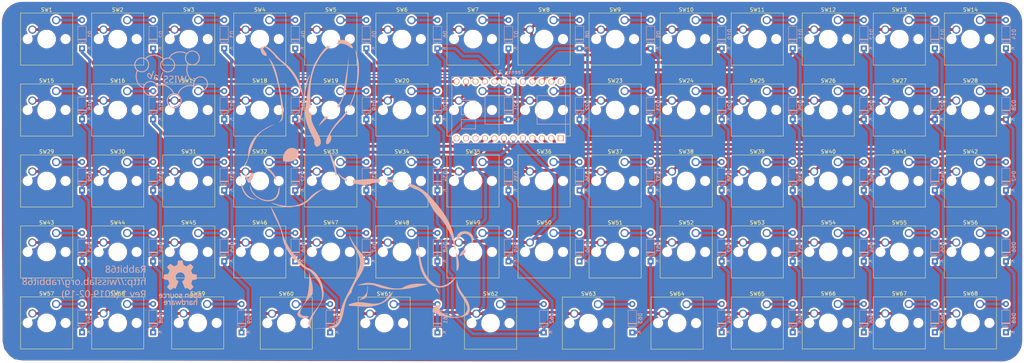
<source format=kicad_pcb>
(kicad_pcb (version 20171130) (host pcbnew 5.0.2-bee76a0~70~ubuntu18.04.1)
  (title_block (title Rabbit68) (date 2019-02-20) (rev 1) (company "WISS Lab"))
  (layers (0 F.Cu signal) (31 B.Cu signal) (34 B.Paste user) (35 F.Paste user) (36 B.SilkS user) (37 F.SilkS user) (38 B.Mask user) (39 F.Mask user) (44 Edge.Cuts user))
  (net 0 "")
  (net 1 "Net-(U1-Pad31)")
  (net 2 /COL14)
  (net 3 "Net-(U1-Pad29)")
  (net 4 /COL11)
  (net 5 /COL10)
  (net 6 /COL9)
  (net 7 /COL8)
  (net 8 /COL7)
  (net 9 /COL6)
  (net 10 /COL5)
  (net 11 /COL4)
  (net 12 /COL3)
  (net 13 /COL2)
  (net 14 /COL1)
  (net 15 /COL12)
  (net 16 "Net-(U1-Pad16)")
  (net 17 "Net-(U1-Pad14)")
  (net 18 /COL13)
  (net 19 "Net-(U1-Pad12)")
  (net 20 "Net-(U1-Pad11)")
  (net 21 "Net-(U1-Pad10)")
  (net 22 /ROW5)
  (net 23 /ROW4)
  (net 24 /ROW3)
  (net 25 /ROW2)
  (net 26 /ROW1)
  (net 27 "Net-(U1-Pad1)")
  (net 28 "Net-(U1-Pad15)")
  (net 29 "Net-(D1-Pad2)")
  (net 30 "Net-(D17-Pad2)")
  (net 31 "Net-(D3-Pad2)")
  (net 32 "Net-(D4-Pad2)")
  (net 33 "Net-(D5-Pad2)")
  (net 34 "Net-(D6-Pad2)")
  (net 35 "Net-(D7-Pad2)")
  (net 36 "Net-(D8-Pad2)")
  (net 37 "Net-(D34-Pad2)")
  (net 38 "Net-(D10-Pad2)")
  (net 39 "Net-(D11-Pad2)")
  (net 40 "Net-(D12-Pad2)")
  (net 41 "Net-(D13-Pad2)")
  (net 42 "Net-(D14-Pad2)")
  (net 43 "Net-(D15-Pad2)")
  (net 44 "Net-(D16-Pad2)")
  (net 45 "Net-(D51-Pad2)")
  (net 46 "Net-(D27-Pad2)")
  (net 47 "Net-(D24-Pad2)")
  (net 48 "Net-(D22-Pad2)")
  (net 49 "Net-(D26-Pad2)")
  (net 50 "Net-(D23-Pad2)")
  (net 51 "Net-(D21-Pad2)")
  (net 52 "Net-(D20-Pad2)")
  (net 53 "Net-(D18-Pad2)")
  (net 54 "Net-(D25-Pad2)")
  (net 55 "Net-(D19-Pad2)")
  (net 56 "Net-(D28-Pad2)")
  (net 57 "Net-(D29-Pad2)")
  (net 58 "Net-(D30-Pad2)")
  (net 59 "Net-(D31-Pad2)")
  (net 60 "Net-(D32-Pad2)")
  (net 61 "Net-(D33-Pad2)")
  (net 62 "Net-(D35-Pad2)")
  (net 63 "Net-(D44-Pad2)")
  (net 64 "Net-(D2-Pad2)")
  (net 65 "Net-(D37-Pad2)")
  (net 66 "Net-(D38-Pad2)")
  (net 67 "Net-(D39-Pad2)")
  (net 68 "Net-(D40-Pad2)")
  (net 69 "Net-(D41-Pad2)")
  (net 70 "Net-(D42-Pad2)")
  (net 71 "Net-(D43-Pad2)")
  (net 72 "Net-(D53-Pad2)")
  (net 73 "Net-(D45-Pad2)")
  (net 74 "Net-(D46-Pad2)")
  (net 75 "Net-(D47-Pad2)")
  (net 76 "Net-(D48-Pad2)")
  (net 77 "Net-(D49-Pad2)")
  (net 78 "Net-(D50-Pad2)")
  (net 79 "Net-(D36-Pad2)")
  (net 80 "Net-(D9-Pad2)")
  (net 81 "Net-(D68-Pad2)")
  (net 82 "Net-(D60-Pad2)")
  (net 83 "Net-(D54-Pad2)")
  (net 84 "Net-(D55-Pad2)")
  (net 85 "Net-(D56-Pad2)")
  (net 86 "Net-(D57-Pad2)")
  (net 87 "Net-(D58-Pad2)")
  (net 88 "Net-(D59-Pad2)")
  (net 89 "Net-(D52-Pad2)")
  (net 90 "Net-(D62-Pad2)")
  (net 91 "Net-(D63-Pad2)")
  (net 92 "Net-(D64-Pad2)")
  (net 93 "Net-(D65-Pad2)")
  (net 94 "Net-(D66-Pad2)")
  (net 95 "Net-(D67-Pad2)")
  (net 96 "Net-(D61-Pad2)")
  (net 97 "Net-(U1-Pad13)")
  (net 98 "Net-(U1-Pad17)")
  (net 99 "Net-(U1-Pad30)")
  (module "Kai1 Library:logo" (layer B.Cu) (at 116.31 101.82 180)
    (fp_text reference G*** hide)
    (fp_text value LOGO hide)
  )
  (module "Kai1 Library:oshw" (layer B.Cu) (at 118.56 156.69 180)
    (fp_text reference G*** hide)
    (fp_text value LOGO hide)
  )
  (module Teensy:Teensy2.0 (layer B.Cu) (at 206.52 110.23 180)
    (fp_text reference "Teensy 2.0" (at 0 10.16 180) (layer B.SilkS) (effects (justify mirror)))
    (fp_text value Teensy2.0-Teensy)
    (pad 1 thru_hole rect (at -13.97 -7.62 180) (size 1.6 1.6) (drill 1.1) (layers *.Cu *.Mask B.SilkS) (net 27 "Net-(U1-Pad1)"))
    (pad 2 thru_hole circle (at -11.43 -7.62 180) (size 1.6 1.6) (drill 1.1) (layers *.Cu *.Mask B.SilkS) (net 15 /COL12))
    (pad 3 thru_hole circle (at -8.89 -7.62 180) (size 1.6 1.6) (drill 1.1) (layers *.Cu *.Mask B.SilkS) (net 18 /COL13))
    (pad 4 thru_hole circle (at -6.35 -7.62 180) (size 1.6 1.6) (drill 1.1) (layers *.Cu *.Mask B.SilkS) (net 2 /COL14))
    (pad 5 thru_hole circle (at -3.81 -7.62 180) (size 1.6 1.6) (drill 1.1) (layers *.Cu *.Mask B.SilkS) (net 23 /ROW4))
    (pad 6 thru_hole circle (at -1.27 -7.62 180) (size 1.6 1.6) (drill 1.1) (layers *.Cu *.Mask B.SilkS) (net 22 /ROW5))
    (pad 7 thru_hole circle (at 1.27 -7.62 180) (size 1.6 1.6) (drill 1.1) (layers *.Cu *.Mask B.SilkS) (net 24 /ROW3))
    (pad 8 thru_hole circle (at 3.81 -7.62 180) (size 1.6 1.6) (drill 1.1) (layers *.Cu *.Mask B.SilkS) (net 13 /COL2))
    (pad 9 thru_hole circle (at 6.35 -7.62 180) (size 1.6 1.6) (drill 1.1) (layers *.Cu *.Mask B.SilkS) (net 11 /COL4))
    (pad 10 thru_hole circle (at 8.89 -7.62 180) (size 1.6 1.6) (drill 1.1) (layers *.Cu *.Mask B.SilkS) (net 21 "Net-(U1-Pad10)"))
    (pad 11 thru_hole circle (at 11.43 -7.62 180) (size 1.6 1.6) (drill 1.1) (layers *.Cu *.Mask B.SilkS) (net 20 "Net-(U1-Pad11)"))
    (pad 12 thru_hole circle (at 13.97 -7.62 180) (size 1.6 1.6) (drill 1.1) (layers *.Cu *.Mask B.SilkS) (net 19 "Net-(U1-Pad12)"))
    (pad 18 thru_hole circle (at 13.97 7.62 180) (size 1.6 1.6) (drill 1.1) (layers *.Cu *.Mask B.SilkS) (net 14 /COL1))
    (pad 19 thru_hole circle (at 11.43 7.62 180) (size 1.6 1.6) (drill 1.1) (layers *.Cu *.Mask B.SilkS) (net 25 /ROW2))
    (pad 20 thru_hole circle (at 8.89 7.62 180) (size 1.6 1.6) (drill 1.1) (layers *.Cu *.Mask B.SilkS) (net 12 /COL3))
    (pad 21 thru_hole circle (at 6.35 7.62 180) (size 1.6 1.6) (drill 1.1) (layers *.Cu *.Mask B.SilkS) (net 10 /COL5))
    (pad 22 thru_hole circle (at 3.81 7.62 180) (size 1.6 1.6) (drill 1.1) (layers *.Cu *.Mask B.SilkS) (net 26 /ROW1))
    (pad 23 thru_hole circle (at 1.27 7.62 180) (size 1.6 1.6) (drill 1.1) (layers *.Cu *.Mask B.SilkS) (net 9 /COL6))
    (pad 24 thru_hole circle (at -1.27 7.62 180) (size 1.6 1.6) (drill 1.1) (layers *.Cu *.Mask B.SilkS) (net 8 /COL7))
    (pad 25 thru_hole circle (at -3.81 7.62 180) (size 1.6 1.6) (drill 1.1) (layers *.Cu *.Mask B.SilkS) (net 7 /COL8))
    (pad 26 thru_hole circle (at -6.35 7.62 180) (size 1.6 1.6) (drill 1.1) (layers *.Cu *.Mask B.SilkS) (net 6 /COL9))
    (pad 27 thru_hole circle (at -8.89 7.62 180) (size 1.6 1.6) (drill 1.1) (layers *.Cu *.Mask B.SilkS) (net 5 /COL10))
    (pad 28 thru_hole circle (at -11.43 7.62 180) (size 1.6 1.6) (drill 1.1) (layers *.Cu *.Mask B.SilkS) (net 4 /COL11))
    (pad 29 thru_hole circle (at -13.97 7.62 180) (size 1.6 1.6) (drill 1.1) (layers *.Cu *.Mask B.SilkS) (net 3 "Net-(U1-Pad29)"))
  )
  (module Button_Switch_Keyboard:SW_Cherry_MX1A_1.25u_PCB (layer F.Cu) (at 125.7 162.33)
    (fp_text reference SW59 (at -2.54 -2.794) (layer F.SilkS))
    (fp_text value SW_Push)
    (pad "" np_thru_hole circle (at 2.54 5.08) (size 1.7 1.7) (drill 1.7) (layers *.Cu *.Mask))
    (pad "" np_thru_hole circle (at -7.62 5.08) (size 1.7 1.7) (drill 1.7) (layers *.Cu *.Mask))
    (pad "" np_thru_hole circle (at -2.54 5.08) (size 4 4) (drill 4) (layers *.Cu *.Mask))
    (pad 2 thru_hole circle (at -6.35 2.54) (size 2.2 2.2) (drill 1.5) (layers *.Cu *.Mask) (net 22 /ROW5))
    (pad 1 thru_hole circle (at 0 0) (size 2.2 2.2) (drill 1.5) (layers *.Cu *.Mask) (net 88 "Net-(D59-Pad2)"))
  )
  (module Button_Switch_Keyboard:SW_Cherry_MX1A_1.25u_PCB (layer F.Cu) (at 149.45 162.38)
    (fp_text reference SW60 (at -2.54 -2.794) (layer F.SilkS))
    (fp_text value SW_Push)
    (pad 1 thru_hole circle (at 0 0) (size 2.2 2.2) (drill 1.5) (layers *.Cu *.Mask) (net 82 "Net-(D60-Pad2)"))
    (pad 2 thru_hole circle (at -6.35 2.54) (size 2.2 2.2) (drill 1.5) (layers *.Cu *.Mask) (net 22 /ROW5))
    (pad "" np_thru_hole circle (at -2.54 5.08) (size 4 4) (drill 4) (layers *.Cu *.Mask))
    (pad "" np_thru_hole circle (at -7.62 5.08) (size 1.7 1.7) (drill 1.7) (layers *.Cu *.Mask))
    (pad "" np_thru_hole circle (at 2.54 5.08) (size 1.7 1.7) (drill 1.7) (layers *.Cu *.Mask))
  )
  (module Button_Switch_Keyboard:SW_Cherry_MX1A_1.25u_PCB (layer F.Cu) (at 230.45 162.38)
    (fp_text reference SW63 (at -2.54 -2.794) (layer F.SilkS))
    (fp_text value SW_Push)
    (pad "" np_thru_hole circle (at 2.54 5.08) (size 1.7 1.7) (drill 1.7) (layers *.Cu *.Mask))
    (pad "" np_thru_hole circle (at -7.62 5.08) (size 1.7 1.7) (drill 1.7) (layers *.Cu *.Mask))
    (pad "" np_thru_hole circle (at -2.54 5.08) (size 4 4) (drill 4) (layers *.Cu *.Mask))
    (pad 2 thru_hole circle (at -6.35 2.54) (size 2.2 2.2) (drill 1.5) (layers *.Cu *.Mask) (net 22 /ROW5))
    (pad 1 thru_hole circle (at 0 0) (size 2.2 2.2) (drill 1.5) (layers *.Cu *.Mask) (net 91 "Net-(D63-Pad2)"))
  )
  (module Button_Switch_Keyboard:SW_Cherry_MX1A_1.25u_PCB (layer F.Cu) (at 254.2 162.38)
    (fp_text reference SW64 (at -2.54 -2.794) (layer F.SilkS))
    (fp_text value SW_Push)
    (pad 1 thru_hole circle (at 0 0) (size 2.2 2.2) (drill 1.5) (layers *.Cu *.Mask) (net 92 "Net-(D64-Pad2)"))
    (pad 2 thru_hole circle (at -6.35 2.54) (size 2.2 2.2) (drill 1.5) (layers *.Cu *.Mask) (net 22 /ROW5))
    (pad "" np_thru_hole circle (at -2.54 5.08) (size 4 4) (drill 4) (layers *.Cu *.Mask))
    (pad "" np_thru_hole circle (at -7.62 5.08) (size 1.7 1.7) (drill 1.7) (layers *.Cu *.Mask))
    (pad "" np_thru_hole circle (at 2.54 5.08) (size 1.7 1.7) (drill 1.7) (layers *.Cu *.Mask))
  )
  (module Button_Switch_Keyboard:SW_Cherry_MX1A_1.50u_PCB (layer F.Cu) (at 204.2 162.38)
    (fp_text reference SW62 (at -2.54 -2.794) (layer F.SilkS))
    (fp_text value SW_Push)
    (pad "" np_thru_hole circle (at 2.54 5.08) (size 1.7 1.7) (drill 1.7) (layers *.Cu *.Mask))
    (pad "" np_thru_hole circle (at -7.62 5.08) (size 1.7 1.7) (drill 1.7) (layers *.Cu *.Mask))
    (pad "" np_thru_hole circle (at -2.54 5.08) (size 4 4) (drill 4) (layers *.Cu *.Mask))
    (pad 2 thru_hole circle (at -6.35 2.54) (size 2.2 2.2) (drill 1.5) (layers *.Cu *.Mask) (net 22 /ROW5))
    (pad 1 thru_hole circle (at 0 0) (size 2.2 2.2) (drill 1.5) (layers *.Cu *.Mask) (net 90 "Net-(D62-Pad2)"))
  )
  (module Button_Switch_Keyboard:SW_Cherry_MX1A_1.50u_PCB (layer F.Cu) (at 175.7 162.38)
    (fp_text reference SW61 (at -2.54 -2.794) (layer F.SilkS))
    (fp_text value SW_Push)
    (pad 1 thru_hole circle (at 0 0) (size 2.2 2.2) (drill 1.5) (layers *.Cu *.Mask) (net 96 "Net-(D61-Pad2)"))
    (pad 2 thru_hole circle (at -6.35 2.54) (size 2.2 2.2) (drill 1.5) (layers *.Cu *.Mask) (net 22 /ROW5))
    (pad "" np_thru_hole circle (at -2.54 5.08) (size 4 4) (drill 4) (layers *.Cu *.Mask))
    (pad "" np_thru_hole circle (at -7.62 5.08) (size 1.7 1.7) (drill 1.7) (layers *.Cu *.Mask))
    (pad "" np_thru_hole circle (at 2.54 5.08) (size 1.7 1.7) (drill 1.7) (layers *.Cu *.Mask))
  )
  (module Button_Switch_Keyboard:SW_Cherry_MX1A_1.00u_PCB (layer F.Cu) (at 313.8 162.33)
    (fp_text reference SW67 (at -2.54 -2.794) (layer F.SilkS))
    (fp_text value SW_Push)
    (pad "" np_thru_hole circle (at 2.54 5.08) (size 1.7 1.7) (drill 1.7) (layers *.Cu *.Mask))
    (pad "" np_thru_hole circle (at -7.62 5.08) (size 1.7 1.7) (drill 1.7) (layers *.Cu *.Mask))
    (pad "" np_thru_hole circle (at -2.54 5.08) (size 4 4) (drill 4) (layers *.Cu *.Mask))
    (pad 2 thru_hole circle (at -6.35 2.54) (size 2.2 2.2) (drill 1.5) (layers *.Cu *.Mask) (net 22 /ROW5))
    (pad 1 thru_hole circle (at 0 0) (size 2.2 2.2) (drill 1.5) (layers *.Cu *.Mask) (net 95 "Net-(D67-Pad2)"))
  )
  (module Button_Switch_Keyboard:SW_Cherry_MX1A_1.00u_PCB (layer F.Cu) (at 294.75 162.33)
    (fp_text reference SW66 (at -2.54 -2.794) (layer F.SilkS))
    (fp_text value SW_Push)
    (pad 1 thru_hole circle (at 0 0) (size 2.2 2.2) (drill 1.5) (layers *.Cu *.Mask) (net 94 "Net-(D66-Pad2)"))
    (pad 2 thru_hole circle (at -6.35 2.54) (size 2.2 2.2) (drill 1.5) (layers *.Cu *.Mask) (net 22 /ROW5))
    (pad "" np_thru_hole circle (at -2.54 5.08) (size 4 4) (drill 4) (layers *.Cu *.Mask))
    (pad "" np_thru_hole circle (at -7.62 5.08) (size 1.7 1.7) (drill 1.7) (layers *.Cu *.Mask))
    (pad "" np_thru_hole circle (at 2.54 5.08) (size 1.7 1.7) (drill 1.7) (layers *.Cu *.Mask))
  )
  (module Button_Switch_Keyboard:SW_Cherry_MX1A_1.00u_PCB (layer F.Cu) (at 275.7 162.38)
    (fp_text reference SW65 (at -2.54 -2.794) (layer F.SilkS))
    (fp_text value SW_Push)
    (pad "" np_thru_hole circle (at 2.54 5.08) (size 1.7 1.7) (drill 1.7) (layers *.Cu *.Mask))
    (pad "" np_thru_hole circle (at -7.62 5.08) (size 1.7 1.7) (drill 1.7) (layers *.Cu *.Mask))
    (pad "" np_thru_hole circle (at -2.54 5.08) (size 4 4) (drill 4) (layers *.Cu *.Mask))
    (pad 2 thru_hole circle (at -6.35 2.54) (size 2.2 2.2) (drill 1.5) (layers *.Cu *.Mask) (net 22 /ROW5))
    (pad 1 thru_hole circle (at 0 0) (size 2.2 2.2) (drill 1.5) (layers *.Cu *.Mask) (net 93 "Net-(D65-Pad2)"))
  )
  (module Button_Switch_Keyboard:SW_Cherry_MX1A_1.00u_PCB (layer F.Cu) (at 256.65 143.28)
    (fp_text reference SW52 (at -2.54 -2.794) (layer F.SilkS))
    (fp_text value SW_Push)
    (pad "" np_thru_hole circle (at 2.54 5.08) (size 1.7 1.7) (drill 1.7) (layers *.Cu *.Mask))
    (pad "" np_thru_hole circle (at -7.62 5.08) (size 1.7 1.7) (drill 1.7) (layers *.Cu *.Mask))
    (pad "" np_thru_hole circle (at -2.54 5.08) (size 4 4) (drill 4) (layers *.Cu *.Mask))
    (pad 2 thru_hole circle (at -6.35 2.54) (size 2.2 2.2) (drill 1.5) (layers *.Cu *.Mask) (net 23 /ROW4))
    (pad 1 thru_hole circle (at 0 0) (size 2.2 2.2) (drill 1.5) (layers *.Cu *.Mask) (net 89 "Net-(D52-Pad2)"))
  )
  (module Button_Switch_Keyboard:SW_Cherry_MX1A_1.00u_PCB (layer F.Cu) (at 332.85 162.33)
    (fp_text reference SW68 (at -2.54 -2.794) (layer F.SilkS))
    (fp_text value SW_Push)
    (pad "" np_thru_hole circle (at 2.54 5.08) (size 1.7 1.7) (drill 1.7) (layers *.Cu *.Mask))
    (pad "" np_thru_hole circle (at -7.62 5.08) (size 1.7 1.7) (drill 1.7) (layers *.Cu *.Mask))
    (pad "" np_thru_hole circle (at -2.54 5.08) (size 4 4) (drill 4) (layers *.Cu *.Mask))
    (pad 2 thru_hole circle (at -6.35 2.54) (size 2.2 2.2) (drill 1.5) (layers *.Cu *.Mask) (net 22 /ROW5))
    (pad 1 thru_hole circle (at 0 0) (size 2.2 2.2) (drill 1.5) (layers *.Cu *.Mask) (net 81 "Net-(D68-Pad2)"))
  )
  (module Button_Switch_Keyboard:SW_Cherry_MX1A_1.00u_PCB (layer F.Cu) (at 104.25 162.33)
    (fp_text reference SW58 (at -2.54 -2.794) (layer F.SilkS))
    (fp_text value SW_Push)
    (pad 1 thru_hole circle (at 0 0) (size 2.2 2.2) (drill 1.5) (layers *.Cu *.Mask) (net 87 "Net-(D58-Pad2)"))
    (pad 2 thru_hole circle (at -6.35 2.54) (size 2.2 2.2) (drill 1.5) (layers *.Cu *.Mask) (net 22 /ROW5))
    (pad "" np_thru_hole circle (at -2.54 5.08) (size 4 4) (drill 4) (layers *.Cu *.Mask))
    (pad "" np_thru_hole circle (at -7.62 5.08) (size 1.7 1.7) (drill 1.7) (layers *.Cu *.Mask))
    (pad "" np_thru_hole circle (at 2.54 5.08) (size 1.7 1.7) (drill 1.7) (layers *.Cu *.Mask))
  )
  (module Button_Switch_Keyboard:SW_Cherry_MX1A_1.00u_PCB (layer F.Cu) (at 85.2 162.33)
    (fp_text reference SW57 (at -2.54 -2.794) (layer F.SilkS))
    (fp_text value SW_Push)
    (pad "" np_thru_hole circle (at 2.54 5.08) (size 1.7 1.7) (drill 1.7) (layers *.Cu *.Mask))
    (pad "" np_thru_hole circle (at -7.62 5.08) (size 1.7 1.7) (drill 1.7) (layers *.Cu *.Mask))
    (pad "" np_thru_hole circle (at -2.54 5.08) (size 4 4) (drill 4) (layers *.Cu *.Mask))
    (pad 2 thru_hole circle (at -6.35 2.54) (size 2.2 2.2) (drill 1.5) (layers *.Cu *.Mask) (net 22 /ROW5))
    (pad 1 thru_hole circle (at 0 0) (size 2.2 2.2) (drill 1.5) (layers *.Cu *.Mask) (net 86 "Net-(D57-Pad2)"))
  )
  (module Button_Switch_Keyboard:SW_Cherry_MX1A_1.00u_PCB (layer F.Cu) (at 332.85 143.28)
    (fp_text reference SW56 (at -2.54 -2.794) (layer F.SilkS))
    (fp_text value SW_Push)
    (pad 1 thru_hole circle (at 0 0) (size 2.2 2.2) (drill 1.5) (layers *.Cu *.Mask) (net 85 "Net-(D56-Pad2)"))
    (pad 2 thru_hole circle (at -6.35 2.54) (size 2.2 2.2) (drill 1.5) (layers *.Cu *.Mask) (net 23 /ROW4))
    (pad "" np_thru_hole circle (at -2.54 5.08) (size 4 4) (drill 4) (layers *.Cu *.Mask))
    (pad "" np_thru_hole circle (at -7.62 5.08) (size 1.7 1.7) (drill 1.7) (layers *.Cu *.Mask))
    (pad "" np_thru_hole circle (at 2.54 5.08) (size 1.7 1.7) (drill 1.7) (layers *.Cu *.Mask))
  )
  (module Button_Switch_Keyboard:SW_Cherry_MX1A_1.00u_PCB (layer F.Cu) (at 313.8 143.28)
    (fp_text reference SW55 (at -2.54 -2.794) (layer F.SilkS))
    (fp_text value SW_Push)
    (pad "" np_thru_hole circle (at 2.54 5.08) (size 1.7 1.7) (drill 1.7) (layers *.Cu *.Mask))
    (pad "" np_thru_hole circle (at -7.62 5.08) (size 1.7 1.7) (drill 1.7) (layers *.Cu *.Mask))
    (pad "" np_thru_hole circle (at -2.54 5.08) (size 4 4) (drill 4) (layers *.Cu *.Mask))
    (pad 2 thru_hole circle (at -6.35 2.54) (size 2.2 2.2) (drill 1.5) (layers *.Cu *.Mask) (net 23 /ROW4))
    (pad 1 thru_hole circle (at 0 0) (size 2.2 2.2) (drill 1.5) (layers *.Cu *.Mask) (net 84 "Net-(D55-Pad2)"))
  )
  (module Button_Switch_Keyboard:SW_Cherry_MX1A_1.00u_PCB (layer F.Cu) (at 294.75 143.28)
    (fp_text reference SW54 (at -2.54 -2.794) (layer F.SilkS))
    (fp_text value SW_Push)
    (pad 1 thru_hole circle (at 0 0) (size 2.2 2.2) (drill 1.5) (layers *.Cu *.Mask) (net 83 "Net-(D54-Pad2)"))
    (pad 2 thru_hole circle (at -6.35 2.54) (size 2.2 2.2) (drill 1.5) (layers *.Cu *.Mask) (net 23 /ROW4))
    (pad "" np_thru_hole circle (at -2.54 5.08) (size 4 4) (drill 4) (layers *.Cu *.Mask))
    (pad "" np_thru_hole circle (at -7.62 5.08) (size 1.7 1.7) (drill 1.7) (layers *.Cu *.Mask))
    (pad "" np_thru_hole circle (at 2.54 5.08) (size 1.7 1.7) (drill 1.7) (layers *.Cu *.Mask))
  )
  (module Button_Switch_Keyboard:SW_Cherry_MX1A_1.00u_PCB (layer F.Cu) (at 275.7 143.28)
    (fp_text reference SW53 (at -2.54 -2.794) (layer F.SilkS))
    (fp_text value SW_Push)
    (pad "" np_thru_hole circle (at 2.54 5.08) (size 1.7 1.7) (drill 1.7) (layers *.Cu *.Mask))
    (pad "" np_thru_hole circle (at -7.62 5.08) (size 1.7 1.7) (drill 1.7) (layers *.Cu *.Mask))
    (pad "" np_thru_hole circle (at -2.54 5.08) (size 4 4) (drill 4) (layers *.Cu *.Mask))
    (pad 2 thru_hole circle (at -6.35 2.54) (size 2.2 2.2) (drill 1.5) (layers *.Cu *.Mask) (net 23 /ROW4))
    (pad 1 thru_hole circle (at 0 0) (size 2.2 2.2) (drill 1.5) (layers *.Cu *.Mask) (net 72 "Net-(D53-Pad2)"))
  )
  (module Button_Switch_Keyboard:SW_Cherry_MX1A_1.00u_PCB (layer F.Cu) (at 332.85 124.23)
    (fp_text reference SW42 (at -2.54 -2.794) (layer F.SilkS))
    (fp_text value SW_Push)
    (pad "" np_thru_hole circle (at 2.54 5.08) (size 1.7 1.7) (drill 1.7) (layers *.Cu *.Mask))
    (pad "" np_thru_hole circle (at -7.62 5.08) (size 1.7 1.7) (drill 1.7) (layers *.Cu *.Mask))
    (pad "" np_thru_hole circle (at -2.54 5.08) (size 4 4) (drill 4) (layers *.Cu *.Mask))
    (pad 2 thru_hole circle (at -6.35 2.54) (size 2.2 2.2) (drill 1.5) (layers *.Cu *.Mask) (net 24 /ROW3))
    (pad 1 thru_hole circle (at 0 0) (size 2.2 2.2) (drill 1.5) (layers *.Cu *.Mask) (net 70 "Net-(D42-Pad2)"))
  )
  (module Button_Switch_Keyboard:SW_Cherry_MX1A_1.00u_PCB (layer F.Cu) (at 218.55 143.28)
    (fp_text reference SW50 (at -2.54 -2.794) (layer F.SilkS))
    (fp_text value SW_Push)
    (pad 1 thru_hole circle (at 0 0) (size 2.2 2.2) (drill 1.5) (layers *.Cu *.Mask) (net 78 "Net-(D50-Pad2)"))
    (pad 2 thru_hole circle (at -6.35 2.54) (size 2.2 2.2) (drill 1.5) (layers *.Cu *.Mask) (net 23 /ROW4))
    (pad "" np_thru_hole circle (at -2.54 5.08) (size 4 4) (drill 4) (layers *.Cu *.Mask))
    (pad "" np_thru_hole circle (at -7.62 5.08) (size 1.7 1.7) (drill 1.7) (layers *.Cu *.Mask))
    (pad "" np_thru_hole circle (at 2.54 5.08) (size 1.7 1.7) (drill 1.7) (layers *.Cu *.Mask))
  )
  (module Button_Switch_Keyboard:SW_Cherry_MX1A_1.00u_PCB (layer F.Cu) (at 199.5 143.28)
    (fp_text reference SW49 (at -2.54 -2.794) (layer F.SilkS))
    (fp_text value SW_Push)
    (pad "" np_thru_hole circle (at 2.54 5.08) (size 1.7 1.7) (drill 1.7) (layers *.Cu *.Mask))
    (pad "" np_thru_hole circle (at -7.62 5.08) (size 1.7 1.7) (drill 1.7) (layers *.Cu *.Mask))
    (pad "" np_thru_hole circle (at -2.54 5.08) (size 4 4) (drill 4) (layers *.Cu *.Mask))
    (pad 2 thru_hole circle (at -6.35 2.54) (size 2.2 2.2) (drill 1.5) (layers *.Cu *.Mask) (net 23 /ROW4))
    (pad 1 thru_hole circle (at 0 0) (size 2.2 2.2) (drill 1.5) (layers *.Cu *.Mask) (net 77 "Net-(D49-Pad2)"))
  )
  (module Button_Switch_Keyboard:SW_Cherry_MX1A_1.00u_PCB (layer F.Cu) (at 180.45 143.28)
    (fp_text reference SW48 (at -2.54 -2.794) (layer F.SilkS))
    (fp_text value SW_Push)
    (pad 1 thru_hole circle (at 0 0) (size 2.2 2.2) (drill 1.5) (layers *.Cu *.Mask) (net 76 "Net-(D48-Pad2)"))
    (pad 2 thru_hole circle (at -6.35 2.54) (size 2.2 2.2) (drill 1.5) (layers *.Cu *.Mask) (net 23 /ROW4))
    (pad "" np_thru_hole circle (at -2.54 5.08) (size 4 4) (drill 4) (layers *.Cu *.Mask))
    (pad "" np_thru_hole circle (at -7.62 5.08) (size 1.7 1.7) (drill 1.7) (layers *.Cu *.Mask))
    (pad "" np_thru_hole circle (at 2.54 5.08) (size 1.7 1.7) (drill 1.7) (layers *.Cu *.Mask))
  )
  (module Button_Switch_Keyboard:SW_Cherry_MX1A_1.00u_PCB (layer F.Cu) (at 161.4 143.28)
    (fp_text reference SW47 (at -2.54 -2.794) (layer F.SilkS))
    (fp_text value SW_Push)
    (pad "" np_thru_hole circle (at 2.54 5.08) (size 1.7 1.7) (drill 1.7) (layers *.Cu *.Mask))
    (pad "" np_thru_hole circle (at -7.62 5.08) (size 1.7 1.7) (drill 1.7) (layers *.Cu *.Mask))
    (pad "" np_thru_hole circle (at -2.54 5.08) (size 4 4) (drill 4) (layers *.Cu *.Mask))
    (pad 2 thru_hole circle (at -6.35 2.54) (size 2.2 2.2) (drill 1.5) (layers *.Cu *.Mask) (net 23 /ROW4))
    (pad 1 thru_hole circle (at 0 0) (size 2.2 2.2) (drill 1.5) (layers *.Cu *.Mask) (net 75 "Net-(D47-Pad2)"))
  )
  (module Button_Switch_Keyboard:SW_Cherry_MX1A_1.00u_PCB (layer F.Cu) (at 142.35 143.28)
    (fp_text reference SW46 (at -2.54 -2.794) (layer F.SilkS))
    (fp_text value SW_Push)
    (pad 1 thru_hole circle (at 0 0) (size 2.2 2.2) (drill 1.5) (layers *.Cu *.Mask) (net 74 "Net-(D46-Pad2)"))
    (pad 2 thru_hole circle (at -6.35 2.54) (size 2.2 2.2) (drill 1.5) (layers *.Cu *.Mask) (net 23 /ROW4))
    (pad "" np_thru_hole circle (at -2.54 5.08) (size 4 4) (drill 4) (layers *.Cu *.Mask))
    (pad "" np_thru_hole circle (at -7.62 5.08) (size 1.7 1.7) (drill 1.7) (layers *.Cu *.Mask))
    (pad "" np_thru_hole circle (at 2.54 5.08) (size 1.7 1.7) (drill 1.7) (layers *.Cu *.Mask))
  )
  (module Button_Switch_Keyboard:SW_Cherry_MX1A_1.00u_PCB (layer F.Cu) (at 123.3 143.28)
    (fp_text reference SW45 (at -2.54 -2.794) (layer F.SilkS))
    (fp_text value SW_Push)
    (pad "" np_thru_hole circle (at 2.54 5.08) (size 1.7 1.7) (drill 1.7) (layers *.Cu *.Mask))
    (pad "" np_thru_hole circle (at -7.62 5.08) (size 1.7 1.7) (drill 1.7) (layers *.Cu *.Mask))
    (pad "" np_thru_hole circle (at -2.54 5.08) (size 4 4) (drill 4) (layers *.Cu *.Mask))
    (pad 2 thru_hole circle (at -6.35 2.54) (size 2.2 2.2) (drill 1.5) (layers *.Cu *.Mask) (net 23 /ROW4))
    (pad 1 thru_hole circle (at 0 0) (size 2.2 2.2) (drill 1.5) (layers *.Cu *.Mask) (net 73 "Net-(D45-Pad2)"))
  )
  (module Button_Switch_Keyboard:SW_Cherry_MX1A_1.00u_PCB (layer F.Cu) (at 199.5 124.23)
    (fp_text reference SW35 (at -2.54 -2.794) (layer F.SilkS))
    (fp_text value SW_Push)
    (pad 1 thru_hole circle (at 0 0) (size 2.2 2.2) (drill 1.5) (layers *.Cu *.Mask) (net 62 "Net-(D35-Pad2)"))
    (pad 2 thru_hole circle (at -6.35 2.54) (size 2.2 2.2) (drill 1.5) (layers *.Cu *.Mask) (net 24 /ROW3))
    (pad "" np_thru_hole circle (at -2.54 5.08) (size 4 4) (drill 4) (layers *.Cu *.Mask))
    (pad "" np_thru_hole circle (at -7.62 5.08) (size 1.7 1.7) (drill 1.7) (layers *.Cu *.Mask))
    (pad "" np_thru_hole circle (at 2.54 5.08) (size 1.7 1.7) (drill 1.7) (layers *.Cu *.Mask))
  )
  (module Button_Switch_Keyboard:SW_Cherry_MX1A_1.00u_PCB (layer F.Cu) (at 85.2 143.28)
    (fp_text reference SW43 (at -2.54 -2.794) (layer F.SilkS))
    (fp_text value SW_Push)
    (pad "" np_thru_hole circle (at 2.54 5.08) (size 1.7 1.7) (drill 1.7) (layers *.Cu *.Mask))
    (pad "" np_thru_hole circle (at -7.62 5.08) (size 1.7 1.7) (drill 1.7) (layers *.Cu *.Mask))
    (pad "" np_thru_hole circle (at -2.54 5.08) (size 4 4) (drill 4) (layers *.Cu *.Mask))
    (pad 2 thru_hole circle (at -6.35 2.54) (size 2.2 2.2) (drill 1.5) (layers *.Cu *.Mask) (net 23 /ROW4))
    (pad 1 thru_hole circle (at 0 0) (size 2.2 2.2) (drill 1.5) (layers *.Cu *.Mask) (net 71 "Net-(D43-Pad2)"))
  )
  (module Button_Switch_Keyboard:SW_Cherry_MX1A_1.00u_PCB (layer F.Cu) (at 237.6 143.28)
    (fp_text reference SW51 (at -2.54 -2.794) (layer F.SilkS))
    (fp_text value SW_Push)
    (pad 1 thru_hole circle (at 0 0) (size 2.2 2.2) (drill 1.5) (layers *.Cu *.Mask) (net 45 "Net-(D51-Pad2)"))
    (pad 2 thru_hole circle (at -6.35 2.54) (size 2.2 2.2) (drill 1.5) (layers *.Cu *.Mask) (net 23 /ROW4))
    (pad "" np_thru_hole circle (at -2.54 5.08) (size 4 4) (drill 4) (layers *.Cu *.Mask))
    (pad "" np_thru_hole circle (at -7.62 5.08) (size 1.7 1.7) (drill 1.7) (layers *.Cu *.Mask))
    (pad "" np_thru_hole circle (at 2.54 5.08) (size 1.7 1.7) (drill 1.7) (layers *.Cu *.Mask))
  )
  (module Button_Switch_Keyboard:SW_Cherry_MX1A_1.00u_PCB (layer F.Cu) (at 313.8 124.23)
    (fp_text reference SW41 (at -2.54 -2.794) (layer F.SilkS))
    (fp_text value SW_Push)
    (pad "" np_thru_hole circle (at 2.54 5.08) (size 1.7 1.7) (drill 1.7) (layers *.Cu *.Mask))
    (pad "" np_thru_hole circle (at -7.62 5.08) (size 1.7 1.7) (drill 1.7) (layers *.Cu *.Mask))
    (pad "" np_thru_hole circle (at -2.54 5.08) (size 4 4) (drill 4) (layers *.Cu *.Mask))
    (pad 2 thru_hole circle (at -6.35 2.54) (size 2.2 2.2) (drill 1.5) (layers *.Cu *.Mask) (net 24 /ROW3))
    (pad 1 thru_hole circle (at 0 0) (size 2.2 2.2) (drill 1.5) (layers *.Cu *.Mask) (net 69 "Net-(D41-Pad2)"))
  )
  (module Button_Switch_Keyboard:SW_Cherry_MX1A_1.00u_PCB (layer F.Cu) (at 294.75 124.23)
    (fp_text reference SW40 (at -2.54 -2.794) (layer F.SilkS))
    (fp_text value SW_Push)
    (pad 1 thru_hole circle (at 0 0) (size 2.2 2.2) (drill 1.5) (layers *.Cu *.Mask) (net 68 "Net-(D40-Pad2)"))
    (pad 2 thru_hole circle (at -6.35 2.54) (size 2.2 2.2) (drill 1.5) (layers *.Cu *.Mask) (net 24 /ROW3))
    (pad "" np_thru_hole circle (at -2.54 5.08) (size 4 4) (drill 4) (layers *.Cu *.Mask))
    (pad "" np_thru_hole circle (at -7.62 5.08) (size 1.7 1.7) (drill 1.7) (layers *.Cu *.Mask))
    (pad "" np_thru_hole circle (at 2.54 5.08) (size 1.7 1.7) (drill 1.7) (layers *.Cu *.Mask))
  )
  (module Button_Switch_Keyboard:SW_Cherry_MX1A_1.00u_PCB (layer F.Cu) (at 275.7 124.23)
    (fp_text reference SW39 (at -2.54 -2.794) (layer F.SilkS))
    (fp_text value SW_Push)
    (pad "" np_thru_hole circle (at 2.54 5.08) (size 1.7 1.7) (drill 1.7) (layers *.Cu *.Mask))
    (pad "" np_thru_hole circle (at -7.62 5.08) (size 1.7 1.7) (drill 1.7) (layers *.Cu *.Mask))
    (pad "" np_thru_hole circle (at -2.54 5.08) (size 4 4) (drill 4) (layers *.Cu *.Mask))
    (pad 2 thru_hole circle (at -6.35 2.54) (size 2.2 2.2) (drill 1.5) (layers *.Cu *.Mask) (net 24 /ROW3))
    (pad 1 thru_hole circle (at 0 0) (size 2.2 2.2) (drill 1.5) (layers *.Cu *.Mask) (net 67 "Net-(D39-Pad2)"))
  )
  (module Button_Switch_Keyboard:SW_Cherry_MX1A_1.00u_PCB (layer F.Cu) (at 256.65 124.23)
    (fp_text reference SW38 (at -2.54 -2.794) (layer F.SilkS))
    (fp_text value SW_Push)
    (pad 1 thru_hole circle (at 0 0) (size 2.2 2.2) (drill 1.5) (layers *.Cu *.Mask) (net 66 "Net-(D38-Pad2)"))
    (pad 2 thru_hole circle (at -6.35 2.54) (size 2.2 2.2) (drill 1.5) (layers *.Cu *.Mask) (net 24 /ROW3))
    (pad "" np_thru_hole circle (at -2.54 5.08) (size 4 4) (drill 4) (layers *.Cu *.Mask))
    (pad "" np_thru_hole circle (at -7.62 5.08) (size 1.7 1.7) (drill 1.7) (layers *.Cu *.Mask))
    (pad "" np_thru_hole circle (at 2.54 5.08) (size 1.7 1.7) (drill 1.7) (layers *.Cu *.Mask))
  )
  (module Button_Switch_Keyboard:SW_Cherry_MX1A_1.00u_PCB (layer F.Cu) (at 237.6 124.23)
    (fp_text reference SW37 (at -2.54 -2.794) (layer F.SilkS))
    (fp_text value SW_Push)
    (pad "" np_thru_hole circle (at 2.54 5.08) (size 1.7 1.7) (drill 1.7) (layers *.Cu *.Mask))
    (pad "" np_thru_hole circle (at -7.62 5.08) (size 1.7 1.7) (drill 1.7) (layers *.Cu *.Mask))
    (pad "" np_thru_hole circle (at -2.54 5.08) (size 4 4) (drill 4) (layers *.Cu *.Mask))
    (pad 2 thru_hole circle (at -6.35 2.54) (size 2.2 2.2) (drill 1.5) (layers *.Cu *.Mask) (net 24 /ROW3))
    (pad 1 thru_hole circle (at 0 0) (size 2.2 2.2) (drill 1.5) (layers *.Cu *.Mask) (net 65 "Net-(D37-Pad2)"))
  )
  (module Button_Switch_Keyboard:SW_Cherry_MX1A_1.00u_PCB (layer F.Cu) (at 218.55 124.23)
    (fp_text reference SW36 (at -2.54 -2.794) (layer F.SilkS))
    (fp_text value SW_Push)
    (pad 1 thru_hole circle (at 0 0) (size 2.2 2.2) (drill 1.5) (layers *.Cu *.Mask) (net 79 "Net-(D36-Pad2)"))
    (pad 2 thru_hole circle (at -6.35 2.54) (size 2.2 2.2) (drill 1.5) (layers *.Cu *.Mask) (net 24 /ROW3))
    (pad "" np_thru_hole circle (at -2.54 5.08) (size 4 4) (drill 4) (layers *.Cu *.Mask))
    (pad "" np_thru_hole circle (at -7.62 5.08) (size 1.7 1.7) (drill 1.7) (layers *.Cu *.Mask))
    (pad "" np_thru_hole circle (at 2.54 5.08) (size 1.7 1.7) (drill 1.7) (layers *.Cu *.Mask))
  )
  (module Button_Switch_Keyboard:SW_Cherry_MX1A_1.00u_PCB (layer F.Cu) (at 104.25 143.28)
    (fp_text reference SW44 (at -2.54 -2.794) (layer F.SilkS))
    (fp_text value SW_Push)
    (pad "" np_thru_hole circle (at 2.54 5.08) (size 1.7 1.7) (drill 1.7) (layers *.Cu *.Mask))
    (pad "" np_thru_hole circle (at -7.62 5.08) (size 1.7 1.7) (drill 1.7) (layers *.Cu *.Mask))
    (pad "" np_thru_hole circle (at -2.54 5.08) (size 4 4) (drill 4) (layers *.Cu *.Mask))
    (pad 2 thru_hole circle (at -6.35 2.54) (size 2.2 2.2) (drill 1.5) (layers *.Cu *.Mask) (net 23 /ROW4))
    (pad 1 thru_hole circle (at 0 0) (size 2.2 2.2) (drill 1.5) (layers *.Cu *.Mask) (net 63 "Net-(D44-Pad2)"))
  )
  (module Button_Switch_Keyboard:SW_Cherry_MX1A_1.00u_PCB (layer F.Cu) (at 161.4 124.23)
    (fp_text reference SW33 (at -2.54 -2.794) (layer F.SilkS))
    (fp_text value SW_Push)
    (pad 1 thru_hole circle (at 0 0) (size 2.2 2.2) (drill 1.5) (layers *.Cu *.Mask) (net 61 "Net-(D33-Pad2)"))
    (pad 2 thru_hole circle (at -6.35 2.54) (size 2.2 2.2) (drill 1.5) (layers *.Cu *.Mask) (net 24 /ROW3))
    (pad "" np_thru_hole circle (at -2.54 5.08) (size 4 4) (drill 4) (layers *.Cu *.Mask))
    (pad "" np_thru_hole circle (at -7.62 5.08) (size 1.7 1.7) (drill 1.7) (layers *.Cu *.Mask))
    (pad "" np_thru_hole circle (at 2.54 5.08) (size 1.7 1.7) (drill 1.7) (layers *.Cu *.Mask))
  )
  (module Button_Switch_Keyboard:SW_Cherry_MX1A_1.00u_PCB (layer F.Cu) (at 142.35 124.23)
    (fp_text reference SW32 (at -2.54 -2.794) (layer F.SilkS))
    (fp_text value SW_Push)
    (pad "" np_thru_hole circle (at 2.54 5.08) (size 1.7 1.7) (drill 1.7) (layers *.Cu *.Mask))
    (pad "" np_thru_hole circle (at -7.62 5.08) (size 1.7 1.7) (drill 1.7) (layers *.Cu *.Mask))
    (pad "" np_thru_hole circle (at -2.54 5.08) (size 4 4) (drill 4) (layers *.Cu *.Mask))
    (pad 2 thru_hole circle (at -6.35 2.54) (size 2.2 2.2) (drill 1.5) (layers *.Cu *.Mask) (net 24 /ROW3))
    (pad 1 thru_hole circle (at 0 0) (size 2.2 2.2) (drill 1.5) (layers *.Cu *.Mask) (net 60 "Net-(D32-Pad2)"))
  )
  (module Button_Switch_Keyboard:SW_Cherry_MX1A_1.00u_PCB (layer F.Cu) (at 123.3 124.23)
    (fp_text reference SW31 (at -2.54 -2.794) (layer F.SilkS))
    (fp_text value SW_Push)
    (pad 1 thru_hole circle (at 0 0) (size 2.2 2.2) (drill 1.5) (layers *.Cu *.Mask) (net 59 "Net-(D31-Pad2)"))
    (pad 2 thru_hole circle (at -6.35 2.54) (size 2.2 2.2) (drill 1.5) (layers *.Cu *.Mask) (net 24 /ROW3))
    (pad "" np_thru_hole circle (at -2.54 5.08) (size 4 4) (drill 4) (layers *.Cu *.Mask))
    (pad "" np_thru_hole circle (at -7.62 5.08) (size 1.7 1.7) (drill 1.7) (layers *.Cu *.Mask))
    (pad "" np_thru_hole circle (at 2.54 5.08) (size 1.7 1.7) (drill 1.7) (layers *.Cu *.Mask))
  )
  (module Button_Switch_Keyboard:SW_Cherry_MX1A_1.00u_PCB (layer F.Cu) (at 104.25 124.23)
    (fp_text reference SW30 (at -2.54 -2.794) (layer F.SilkS))
    (fp_text value SW_Push)
    (pad "" np_thru_hole circle (at 2.54 5.08) (size 1.7 1.7) (drill 1.7) (layers *.Cu *.Mask))
    (pad "" np_thru_hole circle (at -7.62 5.08) (size 1.7 1.7) (drill 1.7) (layers *.Cu *.Mask))
    (pad "" np_thru_hole circle (at -2.54 5.08) (size 4 4) (drill 4) (layers *.Cu *.Mask))
    (pad 2 thru_hole circle (at -6.35 2.54) (size 2.2 2.2) (drill 1.5) (layers *.Cu *.Mask) (net 24 /ROW3))
    (pad 1 thru_hole circle (at 0 0) (size 2.2 2.2) (drill 1.5) (layers *.Cu *.Mask) (net 58 "Net-(D30-Pad2)"))
  )
  (module Button_Switch_Keyboard:SW_Cherry_MX1A_1.00u_PCB (layer F.Cu) (at 85.2 124.23)
    (fp_text reference SW29 (at -2.54 -2.794) (layer F.SilkS))
    (fp_text value SW_Push)
    (pad 1 thru_hole circle (at 0 0) (size 2.2 2.2) (drill 1.5) (layers *.Cu *.Mask) (net 57 "Net-(D29-Pad2)"))
    (pad 2 thru_hole circle (at -6.35 2.54) (size 2.2 2.2) (drill 1.5) (layers *.Cu *.Mask) (net 24 /ROW3))
    (pad "" np_thru_hole circle (at -2.54 5.08) (size 4 4) (drill 4) (layers *.Cu *.Mask))
    (pad "" np_thru_hole circle (at -7.62 5.08) (size 1.7 1.7) (drill 1.7) (layers *.Cu *.Mask))
    (pad "" np_thru_hole circle (at 2.54 5.08) (size 1.7 1.7) (drill 1.7) (layers *.Cu *.Mask))
  )
  (module Button_Switch_Keyboard:SW_Cherry_MX1A_1.00u_PCB (layer F.Cu) (at 332.85 105.18)
    (fp_text reference SW28 (at -2.54 -2.794) (layer F.SilkS))
    (fp_text value SW_Push)
    (pad "" np_thru_hole circle (at 2.54 5.08) (size 1.7 1.7) (drill 1.7) (layers *.Cu *.Mask))
    (pad "" np_thru_hole circle (at -7.62 5.08) (size 1.7 1.7) (drill 1.7) (layers *.Cu *.Mask))
    (pad "" np_thru_hole circle (at -2.54 5.08) (size 4 4) (drill 4) (layers *.Cu *.Mask))
    (pad 2 thru_hole circle (at -6.35 2.54) (size 2.2 2.2) (drill 1.5) (layers *.Cu *.Mask) (net 25 /ROW2))
    (pad 1 thru_hole circle (at 0 0) (size 2.2 2.2) (drill 1.5) (layers *.Cu *.Mask) (net 56 "Net-(D28-Pad2)"))
  )
  (module Button_Switch_Keyboard:SW_Cherry_MX1A_1.00u_PCB (layer F.Cu) (at 313.8 105.18)
    (fp_text reference SW27 (at -2.54 -2.794) (layer F.SilkS))
    (fp_text value SW_Push)
    (pad 1 thru_hole circle (at 0 0) (size 2.2 2.2) (drill 1.5) (layers *.Cu *.Mask) (net 46 "Net-(D27-Pad2)"))
    (pad 2 thru_hole circle (at -6.35 2.54) (size 2.2 2.2) (drill 1.5) (layers *.Cu *.Mask) (net 25 /ROW2))
    (pad "" np_thru_hole circle (at -2.54 5.08) (size 4 4) (drill 4) (layers *.Cu *.Mask))
    (pad "" np_thru_hole circle (at -7.62 5.08) (size 1.7 1.7) (drill 1.7) (layers *.Cu *.Mask))
    (pad "" np_thru_hole circle (at 2.54 5.08) (size 1.7 1.7) (drill 1.7) (layers *.Cu *.Mask))
  )
  (module Button_Switch_Keyboard:SW_Cherry_MX1A_1.00u_PCB (layer F.Cu) (at 275.7 105.18)
    (fp_text reference SW25 (at -2.54 -2.794) (layer F.SilkS))
    (fp_text value SW_Push)
    (pad "" np_thru_hole circle (at 2.54 5.08) (size 1.7 1.7) (drill 1.7) (layers *.Cu *.Mask))
    (pad "" np_thru_hole circle (at -7.62 5.08) (size 1.7 1.7) (drill 1.7) (layers *.Cu *.Mask))
    (pad "" np_thru_hole circle (at -2.54 5.08) (size 4 4) (drill 4) (layers *.Cu *.Mask))
    (pad 2 thru_hole circle (at -6.35 2.54) (size 2.2 2.2) (drill 1.5) (layers *.Cu *.Mask) (net 25 /ROW2))
    (pad 1 thru_hole circle (at 0 0) (size 2.2 2.2) (drill 1.5) (layers *.Cu *.Mask) (net 54 "Net-(D25-Pad2)"))
  )
  (module Button_Switch_Keyboard:SW_Cherry_MX1A_1.00u_PCB (layer F.Cu) (at 180.45 124.23)
    (fp_text reference SW34 (at -2.54 -2.794) (layer F.SilkS))
    (fp_text value SW_Push)
    (pad 1 thru_hole circle (at 0 0) (size 2.2 2.2) (drill 1.5) (layers *.Cu *.Mask) (net 37 "Net-(D34-Pad2)"))
    (pad 2 thru_hole circle (at -6.35 2.54) (size 2.2 2.2) (drill 1.5) (layers *.Cu *.Mask) (net 24 /ROW3))
    (pad "" np_thru_hole circle (at -2.54 5.08) (size 4 4) (drill 4) (layers *.Cu *.Mask))
    (pad "" np_thru_hole circle (at -7.62 5.08) (size 1.7 1.7) (drill 1.7) (layers *.Cu *.Mask))
    (pad "" np_thru_hole circle (at 2.54 5.08) (size 1.7 1.7) (drill 1.7) (layers *.Cu *.Mask))
  )
  (module Button_Switch_Keyboard:SW_Cherry_MX1A_1.00u_PCB (layer F.Cu) (at 256.65 105.18)
    (fp_text reference SW24 (at -2.54 -2.794) (layer F.SilkS))
    (fp_text value SW_Push)
    (pad "" np_thru_hole circle (at 2.54 5.08) (size 1.7 1.7) (drill 1.7) (layers *.Cu *.Mask))
    (pad "" np_thru_hole circle (at -7.62 5.08) (size 1.7 1.7) (drill 1.7) (layers *.Cu *.Mask))
    (pad "" np_thru_hole circle (at -2.54 5.08) (size 4 4) (drill 4) (layers *.Cu *.Mask))
    (pad 2 thru_hole circle (at -6.35 2.54) (size 2.2 2.2) (drill 1.5) (layers *.Cu *.Mask) (net 25 /ROW2))
    (pad 1 thru_hole circle (at 0 0) (size 2.2 2.2) (drill 1.5) (layers *.Cu *.Mask) (net 47 "Net-(D24-Pad2)"))
  )
  (module Button_Switch_Keyboard:SW_Cherry_MX1A_1.00u_PCB (layer F.Cu) (at 237.6 105.18)
    (fp_text reference SW23 (at -2.54 -2.794) (layer F.SilkS))
    (fp_text value SW_Push)
    (pad 1 thru_hole circle (at 0 0) (size 2.2 2.2) (drill 1.5) (layers *.Cu *.Mask) (net 50 "Net-(D23-Pad2)"))
    (pad 2 thru_hole circle (at -6.35 2.54) (size 2.2 2.2) (drill 1.5) (layers *.Cu *.Mask) (net 25 /ROW2))
    (pad "" np_thru_hole circle (at -2.54 5.08) (size 4 4) (drill 4) (layers *.Cu *.Mask))
    (pad "" np_thru_hole circle (at -7.62 5.08) (size 1.7 1.7) (drill 1.7) (layers *.Cu *.Mask))
    (pad "" np_thru_hole circle (at 2.54 5.08) (size 1.7 1.7) (drill 1.7) (layers *.Cu *.Mask))
  )
  (module Button_Switch_Keyboard:SW_Cherry_MX1A_1.00u_PCB (layer F.Cu) (at 218.55 105.18)
    (fp_text reference SW22 (at -2.54 -2.794) (layer F.SilkS))
    (fp_text value SW_Push)
    (pad "" np_thru_hole circle (at 2.54 5.08) (size 1.7 1.7) (drill 1.7) (layers *.Cu *.Mask))
    (pad "" np_thru_hole circle (at -7.62 5.08) (size 1.7 1.7) (drill 1.7) (layers *.Cu *.Mask))
    (pad "" np_thru_hole circle (at -2.54 5.08) (size 4 4) (drill 4) (layers *.Cu *.Mask))
    (pad 2 thru_hole circle (at -6.35 2.54) (size 2.2 2.2) (drill 1.5) (layers *.Cu *.Mask) (net 25 /ROW2))
    (pad 1 thru_hole circle (at 0 0) (size 2.2 2.2) (drill 1.5) (layers *.Cu *.Mask) (net 48 "Net-(D22-Pad2)"))
  )
  (module Button_Switch_Keyboard:SW_Cherry_MX1A_1.00u_PCB (layer F.Cu) (at 199.5 105.18)
    (fp_text reference SW21 (at -2.54 -2.794) (layer F.SilkS))
    (fp_text value SW_Push)
    (pad 1 thru_hole circle (at 0 0) (size 2.2 2.2) (drill 1.5) (layers *.Cu *.Mask) (net 51 "Net-(D21-Pad2)"))
    (pad 2 thru_hole circle (at -6.35 2.54) (size 2.2 2.2) (drill 1.5) (layers *.Cu *.Mask) (net 25 /ROW2))
    (pad "" np_thru_hole circle (at -2.54 5.08) (size 4 4) (drill 4) (layers *.Cu *.Mask))
    (pad "" np_thru_hole circle (at -7.62 5.08) (size 1.7 1.7) (drill 1.7) (layers *.Cu *.Mask))
    (pad "" np_thru_hole circle (at 2.54 5.08) (size 1.7 1.7) (drill 1.7) (layers *.Cu *.Mask))
  )
  (module Button_Switch_Keyboard:SW_Cherry_MX1A_1.00u_PCB (layer F.Cu) (at 180.45 105.18)
    (fp_text reference SW20 (at -2.54 -2.794) (layer F.SilkS))
    (fp_text value SW_Push)
    (pad "" np_thru_hole circle (at 2.54 5.08) (size 1.7 1.7) (drill 1.7) (layers *.Cu *.Mask))
    (pad "" np_thru_hole circle (at -7.62 5.08) (size 1.7 1.7) (drill 1.7) (layers *.Cu *.Mask))
    (pad "" np_thru_hole circle (at -2.54 5.08) (size 4 4) (drill 4) (layers *.Cu *.Mask))
    (pad 2 thru_hole circle (at -6.35 2.54) (size 2.2 2.2) (drill 1.5) (layers *.Cu *.Mask) (net 25 /ROW2))
    (pad 1 thru_hole circle (at 0 0) (size 2.2 2.2) (drill 1.5) (layers *.Cu *.Mask) (net 52 "Net-(D20-Pad2)"))
  )
  (module Button_Switch_Keyboard:SW_Cherry_MX1A_1.00u_PCB (layer F.Cu) (at 161.4 105.18)
    (fp_text reference SW19 (at -2.54 -2.794) (layer F.SilkS))
    (fp_text value SW_Push)
    (pad 1 thru_hole circle (at 0 0) (size 2.2 2.2) (drill 1.5) (layers *.Cu *.Mask) (net 55 "Net-(D19-Pad2)"))
    (pad 2 thru_hole circle (at -6.35 2.54) (size 2.2 2.2) (drill 1.5) (layers *.Cu *.Mask) (net 25 /ROW2))
    (pad "" np_thru_hole circle (at -2.54 5.08) (size 4 4) (drill 4) (layers *.Cu *.Mask))
    (pad "" np_thru_hole circle (at -7.62 5.08) (size 1.7 1.7) (drill 1.7) (layers *.Cu *.Mask))
    (pad "" np_thru_hole circle (at 2.54 5.08) (size 1.7 1.7) (drill 1.7) (layers *.Cu *.Mask))
  )
  (module Button_Switch_Keyboard:SW_Cherry_MX1A_1.00u_PCB (layer F.Cu) (at 142.35 105.18)
    (fp_text reference SW18 (at -2.54 -2.794) (layer F.SilkS))
    (fp_text value SW_Push)
    (pad "" np_thru_hole circle (at 2.54 5.08) (size 1.7 1.7) (drill 1.7) (layers *.Cu *.Mask))
    (pad "" np_thru_hole circle (at -7.62 5.08) (size 1.7 1.7) (drill 1.7) (layers *.Cu *.Mask))
    (pad "" np_thru_hole circle (at -2.54 5.08) (size 4 4) (drill 4) (layers *.Cu *.Mask))
    (pad 2 thru_hole circle (at -6.35 2.54) (size 2.2 2.2) (drill 1.5) (layers *.Cu *.Mask) (net 25 /ROW2))
    (pad 1 thru_hole circle (at 0 0) (size 2.2 2.2) (drill 1.5) (layers *.Cu *.Mask) (net 53 "Net-(D18-Pad2)"))
  )
  (module Button_Switch_Keyboard:SW_Cherry_MX1A_1.00u_PCB (layer F.Cu) (at 294.75 105.18)
    (fp_text reference SW26 (at -2.54 -2.794) (layer F.SilkS))
    (fp_text value SW_Push)
    (pad 1 thru_hole circle (at 0 0) (size 2.2 2.2) (drill 1.5) (layers *.Cu *.Mask) (net 49 "Net-(D26-Pad2)"))
    (pad 2 thru_hole circle (at -6.35 2.54) (size 2.2 2.2) (drill 1.5) (layers *.Cu *.Mask) (net 25 /ROW2))
    (pad "" np_thru_hole circle (at -2.54 5.08) (size 4 4) (drill 4) (layers *.Cu *.Mask))
    (pad "" np_thru_hole circle (at -7.62 5.08) (size 1.7 1.7) (drill 1.7) (layers *.Cu *.Mask))
    (pad "" np_thru_hole circle (at 2.54 5.08) (size 1.7 1.7) (drill 1.7) (layers *.Cu *.Mask))
  )
  (module Button_Switch_Keyboard:SW_Cherry_MX1A_1.00u_PCB (layer F.Cu) (at 218.55 86.13)
    (fp_text reference SW8 (at -2.54 -2.794) (layer F.SilkS))
    (fp_text value SW_Push)
    (pad "" np_thru_hole circle (at 2.54 5.08) (size 1.7 1.7) (drill 1.7) (layers *.Cu *.Mask))
    (pad "" np_thru_hole circle (at -7.62 5.08) (size 1.7 1.7) (drill 1.7) (layers *.Cu *.Mask))
    (pad "" np_thru_hole circle (at -2.54 5.08) (size 4 4) (drill 4) (layers *.Cu *.Mask))
    (pad 2 thru_hole circle (at -6.35 2.54) (size 2.2 2.2) (drill 1.5) (layers *.Cu *.Mask) (net 26 /ROW1))
    (pad 1 thru_hole circle (at 0 0) (size 2.2 2.2) (drill 1.5) (layers *.Cu *.Mask) (net 36 "Net-(D8-Pad2)"))
  )
  (module Button_Switch_Keyboard:SW_Cherry_MX1A_1.00u_PCB (layer F.Cu) (at 104.25 105.18)
    (fp_text reference SW16 (at -2.54 -2.794) (layer F.SilkS))
    (fp_text value SW_Push)
    (pad 1 thru_hole circle (at 0 0) (size 2.2 2.2) (drill 1.5) (layers *.Cu *.Mask) (net 44 "Net-(D16-Pad2)"))
    (pad 2 thru_hole circle (at -6.35 2.54) (size 2.2 2.2) (drill 1.5) (layers *.Cu *.Mask) (net 25 /ROW2))
    (pad "" np_thru_hole circle (at -2.54 5.08) (size 4 4) (drill 4) (layers *.Cu *.Mask))
    (pad "" np_thru_hole circle (at -7.62 5.08) (size 1.7 1.7) (drill 1.7) (layers *.Cu *.Mask))
    (pad "" np_thru_hole circle (at 2.54 5.08) (size 1.7 1.7) (drill 1.7) (layers *.Cu *.Mask))
  )
  (module Button_Switch_Keyboard:SW_Cherry_MX1A_1.00u_PCB (layer F.Cu) (at 85.2 105.18)
    (fp_text reference SW15 (at -2.54 -2.794) (layer F.SilkS))
    (fp_text value SW_Push)
    (pad "" np_thru_hole circle (at 2.54 5.08) (size 1.7 1.7) (drill 1.7) (layers *.Cu *.Mask))
    (pad "" np_thru_hole circle (at -7.62 5.08) (size 1.7 1.7) (drill 1.7) (layers *.Cu *.Mask))
    (pad "" np_thru_hole circle (at -2.54 5.08) (size 4 4) (drill 4) (layers *.Cu *.Mask))
    (pad 2 thru_hole circle (at -6.35 2.54) (size 2.2 2.2) (drill 1.5) (layers *.Cu *.Mask) (net 25 /ROW2))
    (pad 1 thru_hole circle (at 0 0) (size 2.2 2.2) (drill 1.5) (layers *.Cu *.Mask) (net 43 "Net-(D15-Pad2)"))
  )
  (module Button_Switch_Keyboard:SW_Cherry_MX1A_1.00u_PCB (layer F.Cu) (at 332.85 86.13)
    (fp_text reference SW14 (at -2.54 -2.794) (layer F.SilkS))
    (fp_text value SW_Push)
    (pad 1 thru_hole circle (at 0 0) (size 2.2 2.2) (drill 1.5) (layers *.Cu *.Mask) (net 42 "Net-(D14-Pad2)"))
    (pad 2 thru_hole circle (at -6.35 2.54) (size 2.2 2.2) (drill 1.5) (layers *.Cu *.Mask) (net 26 /ROW1))
    (pad "" np_thru_hole circle (at -2.54 5.08) (size 4 4) (drill 4) (layers *.Cu *.Mask))
    (pad "" np_thru_hole circle (at -7.62 5.08) (size 1.7 1.7) (drill 1.7) (layers *.Cu *.Mask))
    (pad "" np_thru_hole circle (at 2.54 5.08) (size 1.7 1.7) (drill 1.7) (layers *.Cu *.Mask))
  )
  (module Button_Switch_Keyboard:SW_Cherry_MX1A_1.00u_PCB (layer F.Cu) (at 313.8 86.13)
    (fp_text reference SW13 (at -2.54 -2.794) (layer F.SilkS))
    (fp_text value SW_Push)
    (pad "" np_thru_hole circle (at 2.54 5.08) (size 1.7 1.7) (drill 1.7) (layers *.Cu *.Mask))
    (pad "" np_thru_hole circle (at -7.62 5.08) (size 1.7 1.7) (drill 1.7) (layers *.Cu *.Mask))
    (pad "" np_thru_hole circle (at -2.54 5.08) (size 4 4) (drill 4) (layers *.Cu *.Mask))
    (pad 2 thru_hole circle (at -6.35 2.54) (size 2.2 2.2) (drill 1.5) (layers *.Cu *.Mask) (net 26 /ROW1))
    (pad 1 thru_hole circle (at 0 0) (size 2.2 2.2) (drill 1.5) (layers *.Cu *.Mask) (net 41 "Net-(D13-Pad2)"))
  )
  (module Button_Switch_Keyboard:SW_Cherry_MX1A_1.00u_PCB (layer F.Cu) (at 294.75 86.13)
    (fp_text reference SW12 (at -2.54 -2.794) (layer F.SilkS))
    (fp_text value SW_Push)
    (pad 1 thru_hole circle (at 0 0) (size 2.2 2.2) (drill 1.5) (layers *.Cu *.Mask) (net 40 "Net-(D12-Pad2)"))
    (pad 2 thru_hole circle (at -6.35 2.54) (size 2.2 2.2) (drill 1.5) (layers *.Cu *.Mask) (net 26 /ROW1))
    (pad "" np_thru_hole circle (at -2.54 5.08) (size 4 4) (drill 4) (layers *.Cu *.Mask))
    (pad "" np_thru_hole circle (at -7.62 5.08) (size 1.7 1.7) (drill 1.7) (layers *.Cu *.Mask))
    (pad "" np_thru_hole circle (at 2.54 5.08) (size 1.7 1.7) (drill 1.7) (layers *.Cu *.Mask))
  )
  (module Button_Switch_Keyboard:SW_Cherry_MX1A_1.00u_PCB (layer F.Cu) (at 275.7 86.13)
    (fp_text reference SW11 (at -2.54 -2.794) (layer F.SilkS))
    (fp_text value SW_Push)
    (pad "" np_thru_hole circle (at 2.54 5.08) (size 1.7 1.7) (drill 1.7) (layers *.Cu *.Mask))
    (pad "" np_thru_hole circle (at -7.62 5.08) (size 1.7 1.7) (drill 1.7) (layers *.Cu *.Mask))
    (pad "" np_thru_hole circle (at -2.54 5.08) (size 4 4) (drill 4) (layers *.Cu *.Mask))
    (pad 2 thru_hole circle (at -6.35 2.54) (size 2.2 2.2) (drill 1.5) (layers *.Cu *.Mask) (net 26 /ROW1))
    (pad 1 thru_hole circle (at 0 0) (size 2.2 2.2) (drill 1.5) (layers *.Cu *.Mask) (net 39 "Net-(D11-Pad2)"))
  )
  (module Button_Switch_Keyboard:SW_Cherry_MX1A_1.00u_PCB (layer F.Cu) (at 256.65 86.13)
    (fp_text reference SW10 (at -2.54 -2.794) (layer F.SilkS))
    (fp_text value SW_Push)
    (pad 1 thru_hole circle (at 0 0) (size 2.2 2.2) (drill 1.5) (layers *.Cu *.Mask) (net 38 "Net-(D10-Pad2)"))
    (pad 2 thru_hole circle (at -6.35 2.54) (size 2.2 2.2) (drill 1.5) (layers *.Cu *.Mask) (net 26 /ROW1))
    (pad "" np_thru_hole circle (at -2.54 5.08) (size 4 4) (drill 4) (layers *.Cu *.Mask))
    (pad "" np_thru_hole circle (at -7.62 5.08) (size 1.7 1.7) (drill 1.7) (layers *.Cu *.Mask))
    (pad "" np_thru_hole circle (at 2.54 5.08) (size 1.7 1.7) (drill 1.7) (layers *.Cu *.Mask))
  )
  (module Button_Switch_Keyboard:SW_Cherry_MX1A_1.00u_PCB (layer F.Cu) (at 237.6 86.13)
    (fp_text reference SW9 (at -2.54 -2.794) (layer F.SilkS))
    (fp_text value SW_Push)
    (pad "" np_thru_hole circle (at 2.54 5.08) (size 1.7 1.7) (drill 1.7) (layers *.Cu *.Mask))
    (pad "" np_thru_hole circle (at -7.62 5.08) (size 1.7 1.7) (drill 1.7) (layers *.Cu *.Mask))
    (pad "" np_thru_hole circle (at -2.54 5.08) (size 4 4) (drill 4) (layers *.Cu *.Mask))
    (pad 2 thru_hole circle (at -6.35 2.54) (size 2.2 2.2) (drill 1.5) (layers *.Cu *.Mask) (net 26 /ROW1))
    (pad 1 thru_hole circle (at 0 0) (size 2.2 2.2) (drill 1.5) (layers *.Cu *.Mask) (net 80 "Net-(D9-Pad2)"))
  )
  (module Button_Switch_Keyboard:SW_Cherry_MX1A_1.00u_PCB (layer F.Cu) (at 123.3 105.18)
    (fp_text reference SW17 (at -2.54 -2.794) (layer F.SilkS))
    (fp_text value SW_Push)
    (pad 1 thru_hole circle (at 0 0) (size 2.2 2.2) (drill 1.5) (layers *.Cu *.Mask) (net 30 "Net-(D17-Pad2)"))
    (pad 2 thru_hole circle (at -6.35 2.54) (size 2.2 2.2) (drill 1.5) (layers *.Cu *.Mask) (net 25 /ROW2))
    (pad "" np_thru_hole circle (at -2.54 5.08) (size 4 4) (drill 4) (layers *.Cu *.Mask))
    (pad "" np_thru_hole circle (at -7.62 5.08) (size 1.7 1.7) (drill 1.7) (layers *.Cu *.Mask))
    (pad "" np_thru_hole circle (at 2.54 5.08) (size 1.7 1.7) (drill 1.7) (layers *.Cu *.Mask))
  )
  (module Button_Switch_Keyboard:SW_Cherry_MX1A_1.00u_PCB (layer F.Cu) (at 199.5 86.13)
    (fp_text reference SW7 (at -2.54 -2.794) (layer F.SilkS))
    (fp_text value SW_Push)
    (pad "" np_thru_hole circle (at 2.54 5.08) (size 1.7 1.7) (drill 1.7) (layers *.Cu *.Mask))
    (pad "" np_thru_hole circle (at -7.62 5.08) (size 1.7 1.7) (drill 1.7) (layers *.Cu *.Mask))
    (pad "" np_thru_hole circle (at -2.54 5.08) (size 4 4) (drill 4) (layers *.Cu *.Mask))
    (pad 2 thru_hole circle (at -6.35 2.54) (size 2.2 2.2) (drill 1.5) (layers *.Cu *.Mask) (net 26 /ROW1))
    (pad 1 thru_hole circle (at 0 0) (size 2.2 2.2) (drill 1.5) (layers *.Cu *.Mask) (net 35 "Net-(D7-Pad2)"))
  )
  (module Button_Switch_Keyboard:SW_Cherry_MX1A_1.00u_PCB (layer F.Cu) (at 180.45 86.13)
    (fp_text reference SW6 (at -2.54 -2.794) (layer F.SilkS))
    (fp_text value SW_Push)
    (pad 1 thru_hole circle (at 0 0) (size 2.2 2.2) (drill 1.5) (layers *.Cu *.Mask) (net 34 "Net-(D6-Pad2)"))
    (pad 2 thru_hole circle (at -6.35 2.54) (size 2.2 2.2) (drill 1.5) (layers *.Cu *.Mask) (net 26 /ROW1))
    (pad "" np_thru_hole circle (at -2.54 5.08) (size 4 4) (drill 4) (layers *.Cu *.Mask))
    (pad "" np_thru_hole circle (at -7.62 5.08) (size 1.7 1.7) (drill 1.7) (layers *.Cu *.Mask))
    (pad "" np_thru_hole circle (at 2.54 5.08) (size 1.7 1.7) (drill 1.7) (layers *.Cu *.Mask))
  )
  (module Button_Switch_Keyboard:SW_Cherry_MX1A_1.00u_PCB (layer F.Cu) (at 161.4 86.13)
    (fp_text reference SW5 (at -2.54 -2.794) (layer F.SilkS))
    (fp_text value SW_Push)
    (pad "" np_thru_hole circle (at 2.54 5.08) (size 1.7 1.7) (drill 1.7) (layers *.Cu *.Mask))
    (pad "" np_thru_hole circle (at -7.62 5.08) (size 1.7 1.7) (drill 1.7) (layers *.Cu *.Mask))
    (pad "" np_thru_hole circle (at -2.54 5.08) (size 4 4) (drill 4) (layers *.Cu *.Mask))
    (pad 2 thru_hole circle (at -6.35 2.54) (size 2.2 2.2) (drill 1.5) (layers *.Cu *.Mask) (net 26 /ROW1))
    (pad 1 thru_hole circle (at 0 0) (size 2.2 2.2) (drill 1.5) (layers *.Cu *.Mask) (net 33 "Net-(D5-Pad2)"))
  )
  (module Button_Switch_Keyboard:SW_Cherry_MX1A_1.00u_PCB (layer F.Cu) (at 142.35 86.13)
    (fp_text reference SW4 (at -2.54 -2.794) (layer F.SilkS))
    (fp_text value SW_Push)
    (pad 1 thru_hole circle (at 0 0) (size 2.2 2.2) (drill 1.5) (layers *.Cu *.Mask) (net 32 "Net-(D4-Pad2)"))
    (pad 2 thru_hole circle (at -6.35 2.54) (size 2.2 2.2) (drill 1.5) (layers *.Cu *.Mask) (net 26 /ROW1))
    (pad "" np_thru_hole circle (at -2.54 5.08) (size 4 4) (drill 4) (layers *.Cu *.Mask))
    (pad "" np_thru_hole circle (at -7.62 5.08) (size 1.7 1.7) (drill 1.7) (layers *.Cu *.Mask))
    (pad "" np_thru_hole circle (at 2.54 5.08) (size 1.7 1.7) (drill 1.7) (layers *.Cu *.Mask))
  )
  (module Button_Switch_Keyboard:SW_Cherry_MX1A_1.00u_PCB (layer F.Cu) (at 123.3 86.13)
    (fp_text reference SW3 (at -2.54 -2.794) (layer F.SilkS))
    (fp_text value SW_Push)
    (pad "" np_thru_hole circle (at 2.54 5.08) (size 1.7 1.7) (drill 1.7) (layers *.Cu *.Mask))
    (pad "" np_thru_hole circle (at -7.62 5.08) (size 1.7 1.7) (drill 1.7) (layers *.Cu *.Mask))
    (pad "" np_thru_hole circle (at -2.54 5.08) (size 4 4) (drill 4) (layers *.Cu *.Mask))
    (pad 2 thru_hole circle (at -6.35 2.54) (size 2.2 2.2) (drill 1.5) (layers *.Cu *.Mask) (net 26 /ROW1))
    (pad 1 thru_hole circle (at 0 0) (size 2.2 2.2) (drill 1.5) (layers *.Cu *.Mask) (net 31 "Net-(D3-Pad2)"))
  )
  (module Button_Switch_Keyboard:SW_Cherry_MX1A_1.00u_PCB (layer F.Cu) (at 104.25 86.13)
    (fp_text reference SW2 (at -2.54 -2.794) (layer F.SilkS))
    (fp_text value SW_Push)
    (pad 1 thru_hole circle (at 0 0) (size 2.2 2.2) (drill 1.5) (layers *.Cu *.Mask) (net 64 "Net-(D2-Pad2)"))
    (pad 2 thru_hole circle (at -6.35 2.54) (size 2.2 2.2) (drill 1.5) (layers *.Cu *.Mask) (net 26 /ROW1))
    (pad "" np_thru_hole circle (at -2.54 5.08) (size 4 4) (drill 4) (layers *.Cu *.Mask))
    (pad "" np_thru_hole circle (at -7.62 5.08) (size 1.7 1.7) (drill 1.7) (layers *.Cu *.Mask))
    (pad "" np_thru_hole circle (at 2.54 5.08) (size 1.7 1.7) (drill 1.7) (layers *.Cu *.Mask))
  )
  (module Diode_THT:D_DO-35_SOD27_P7.62mm_Horizontal (layer B.Cu) (at 187.42 169.98 90)
    (fp_text reference D61 (at 3.81 2.12 90) (layer B.SilkS) (effects (justify mirror)))
    (fp_text value 1N4148)
    (fp_text user K (at 0 1.8 90) (layer B.SilkS) (effects (justify mirror)))
    (pad 2 thru_hole oval (at 7.62 0 90) (size 1.6 1.6) (drill 0.8) (layers *.Cu *.Mask) (net 96 "Net-(D61-Pad2)"))
    (pad 1 thru_hole rect (at 0 0 90) (size 1.6 1.6) (drill 0.8) (layers *.Cu *.Mask) (net 9 /COL6))
  )
  (module Diode_THT:D_DO-35_SOD27_P7.62mm_Horizontal (layer B.Cu) (at 320.77 169.93 90)
    (fp_text reference D67 (at 3.81 2.12 90) (layer B.SilkS) (effects (justify mirror)))
    (fp_text value 1N4148)
    (fp_text user K (at 0 1.8 90) (layer B.SilkS) (effects (justify mirror)))
    (pad 1 thru_hole rect (at 0 0 90) (size 1.6 1.6) (drill 0.8) (layers *.Cu *.Mask) (net 18 /COL13))
    (pad 2 thru_hole oval (at 7.62 0 90) (size 1.6 1.6) (drill 0.8) (layers *.Cu *.Mask) (net 95 "Net-(D67-Pad2)"))
  )
  (module Diode_THT:D_DO-35_SOD27_P7.62mm_Horizontal (layer B.Cu) (at 301.72 169.93 90)
    (fp_text reference D66 (at 3.81 2.12 90) (layer B.SilkS) (effects (justify mirror)))
    (fp_text value 1N4148)
    (fp_text user K (at 0 1.8 90) (layer B.SilkS) (effects (justify mirror)))
    (pad 2 thru_hole oval (at 7.62 0 90) (size 1.6 1.6) (drill 0.8) (layers *.Cu *.Mask) (net 94 "Net-(D66-Pad2)"))
    (pad 1 thru_hole rect (at 0 0 90) (size 1.6 1.6) (drill 0.8) (layers *.Cu *.Mask) (net 15 /COL12))
  )
  (module Diode_THT:D_DO-35_SOD27_P7.62mm_Horizontal (layer B.Cu) (at 282.67 169.93 90)
    (fp_text reference D65 (at 3.81 2.12 90) (layer B.SilkS) (effects (justify mirror)))
    (fp_text value 1N4148)
    (fp_text user K (at 0 1.8 90) (layer B.SilkS) (effects (justify mirror)))
    (pad 1 thru_hole rect (at 0 0 90) (size 1.6 1.6) (drill 0.8) (layers *.Cu *.Mask) (net 4 /COL11))
    (pad 2 thru_hole oval (at 7.62 0 90) (size 1.6 1.6) (drill 0.8) (layers *.Cu *.Mask) (net 93 "Net-(D65-Pad2)"))
  )
  (module Diode_THT:D_DO-35_SOD27_P7.62mm_Horizontal (layer B.Cu) (at 263.62 169.93 90)
    (fp_text reference D64 (at 3.81 2.12 90) (layer B.SilkS) (effects (justify mirror)))
    (fp_text value 1N4148)
    (fp_text user K (at 0 1.8 90) (layer B.SilkS) (effects (justify mirror)))
    (pad 2 thru_hole oval (at 7.62 0 90) (size 1.6 1.6) (drill 0.8) (layers *.Cu *.Mask) (net 92 "Net-(D64-Pad2)"))
    (pad 1 thru_hole rect (at 0 0 90) (size 1.6 1.6) (drill 0.8) (layers *.Cu *.Mask) (net 5 /COL10))
  )
  (module Diode_THT:D_DO-35_SOD27_P7.62mm_Horizontal (layer B.Cu) (at 239.67 169.98 90)
    (fp_text reference D63 (at 3.81 2.12 90) (layer B.SilkS) (effects (justify mirror)))
    (fp_text value 1N4148)
    (fp_text user K (at 0 1.8 90) (layer B.SilkS) (effects (justify mirror)))
    (pad 1 thru_hole rect (at 0 0 90) (size 1.6 1.6) (drill 0.8) (layers *.Cu *.Mask) (net 6 /COL9))
    (pad 2 thru_hole oval (at 7.62 0 90) (size 1.6 1.6) (drill 0.8) (layers *.Cu *.Mask) (net 91 "Net-(D63-Pad2)"))
  )
  (module Diode_THT:D_DO-35_SOD27_P7.62mm_Horizontal (layer B.Cu) (at 215.92 169.98 90)
    (fp_text reference D62 (at 3.81 2.12 90) (layer B.SilkS) (effects (justify mirror)))
    (fp_text value 1N4148)
    (fp_text user K (at 0 1.8 90) (layer B.SilkS) (effects (justify mirror)))
    (pad 2 thru_hole oval (at 7.62 0 90) (size 1.6 1.6) (drill 0.8) (layers *.Cu *.Mask) (net 90 "Net-(D62-Pad2)"))
    (pad 1 thru_hole rect (at 0 0 90) (size 1.6 1.6) (drill 0.8) (layers *.Cu *.Mask) (net 8 /COL7))
  )
  (module Diode_THT:D_DO-35_SOD27_P7.62mm_Horizontal (layer B.Cu) (at 263.62 150.88 90)
    (fp_text reference D52 (at 3.81 2.12 90) (layer B.SilkS) (effects (justify mirror)))
    (fp_text value 1N4148)
    (fp_text user K (at 0 1.8 90) (layer B.SilkS) (effects (justify mirror)))
    (pad 1 thru_hole rect (at 0 0 90) (size 1.6 1.6) (drill 0.8) (layers *.Cu *.Mask) (net 5 /COL10))
    (pad 2 thru_hole oval (at 7.62 0 90) (size 1.6 1.6) (drill 0.8) (layers *.Cu *.Mask) (net 89 "Net-(D52-Pad2)"))
  )
  (module Diode_THT:D_DO-35_SOD27_P7.62mm_Horizontal (layer B.Cu) (at 134.92 169.98 90)
    (fp_text reference D59 (at 3.81 2.12 90) (layer B.SilkS) (effects (justify mirror)))
    (fp_text value 1N4148)
    (fp_text user K (at 0 1.8 90) (layer B.SilkS) (effects (justify mirror)))
    (pad 2 thru_hole oval (at 7.62 0 90) (size 1.6 1.6) (drill 0.8) (layers *.Cu *.Mask) (net 88 "Net-(D59-Pad2)"))
    (pad 1 thru_hole rect (at 0 0 90) (size 1.6 1.6) (drill 0.8) (layers *.Cu *.Mask) (net 12 /COL3))
  )
  (module Diode_THT:D_DO-35_SOD27_P7.62mm_Horizontal (layer B.Cu) (at 111.22 169.93 90)
    (fp_text reference D58 (at 3.81 2.12 90) (layer B.SilkS) (effects (justify mirror)))
    (fp_text value 1N4148)
    (fp_text user K (at 0 1.8 90) (layer B.SilkS) (effects (justify mirror)))
    (pad 1 thru_hole rect (at 0 0 90) (size 1.6 1.6) (drill 0.8) (layers *.Cu *.Mask) (net 13 /COL2))
    (pad 2 thru_hole oval (at 7.62 0 90) (size 1.6 1.6) (drill 0.8) (layers *.Cu *.Mask) (net 87 "Net-(D58-Pad2)"))
  )
  (module Diode_THT:D_DO-35_SOD27_P7.62mm_Horizontal (layer B.Cu) (at 92.17 169.93 90)
    (fp_text reference D57 (at 3.81 2.12 90) (layer B.SilkS) (effects (justify mirror)))
    (fp_text value 1N4148)
    (fp_text user K (at 0 1.8 90) (layer B.SilkS) (effects (justify mirror)))
    (pad 2 thru_hole oval (at 7.62 0 90) (size 1.6 1.6) (drill 0.8) (layers *.Cu *.Mask) (net 86 "Net-(D57-Pad2)"))
    (pad 1 thru_hole rect (at 0 0 90) (size 1.6 1.6) (drill 0.8) (layers *.Cu *.Mask) (net 14 /COL1))
  )
  (module Diode_THT:D_DO-35_SOD27_P7.62mm_Horizontal (layer B.Cu) (at 339.82 150.88 90)
    (fp_text reference D56 (at 3.81 2.12 90) (layer B.SilkS) (effects (justify mirror)))
    (fp_text value 1N4148)
    (fp_text user K (at 0 1.8 90) (layer B.SilkS) (effects (justify mirror)))
    (pad 1 thru_hole rect (at 0 0 90) (size 1.6 1.6) (drill 0.8) (layers *.Cu *.Mask) (net 2 /COL14))
    (pad 2 thru_hole oval (at 7.62 0 90) (size 1.6 1.6) (drill 0.8) (layers *.Cu *.Mask) (net 85 "Net-(D56-Pad2)"))
  )
  (module Diode_THT:D_DO-35_SOD27_P7.62mm_Horizontal (layer B.Cu) (at 320.77 150.88 90)
    (fp_text reference D55 (at 3.81 2.12 90) (layer B.SilkS) (effects (justify mirror)))
    (fp_text value 1N4148)
    (fp_text user K (at 0 1.8 90) (layer B.SilkS) (effects (justify mirror)))
    (pad 2 thru_hole oval (at 7.62 0 90) (size 1.6 1.6) (drill 0.8) (layers *.Cu *.Mask) (net 84 "Net-(D55-Pad2)"))
    (pad 1 thru_hole rect (at 0 0 90) (size 1.6 1.6) (drill 0.8) (layers *.Cu *.Mask) (net 18 /COL13))
  )
  (module Diode_THT:D_DO-35_SOD27_P7.62mm_Horizontal (layer B.Cu) (at 301.72 150.88 90)
    (fp_text reference D54 (at 3.81 2.12 90) (layer B.SilkS) (effects (justify mirror)))
    (fp_text value 1N4148)
    (fp_text user K (at 0 1.8 90) (layer B.SilkS) (effects (justify mirror)))
    (pad 1 thru_hole rect (at 0 0 90) (size 1.6 1.6) (drill 0.8) (layers *.Cu *.Mask) (net 15 /COL12))
    (pad 2 thru_hole oval (at 7.62 0 90) (size 1.6 1.6) (drill 0.8) (layers *.Cu *.Mask) (net 83 "Net-(D54-Pad2)"))
  )
  (module Diode_THT:D_DO-35_SOD27_P7.62mm_Horizontal (layer B.Cu) (at 158.67 169.98 90)
    (fp_text reference D60 (at 3.81 2.12 90) (layer B.SilkS) (effects (justify mirror)))
    (fp_text value 1N4148)
    (fp_text user K (at 0 1.8 90) (layer B.SilkS) (effects (justify mirror)))
    (pad 2 thru_hole oval (at 7.62 0 90) (size 1.6 1.6) (drill 0.8) (layers *.Cu *.Mask) (net 82 "Net-(D60-Pad2)"))
    (pad 1 thru_hole rect (at 0 0 90) (size 1.6 1.6) (drill 0.8) (layers *.Cu *.Mask) (net 11 /COL4))
  )
  (module Diode_THT:D_DO-35_SOD27_P7.62mm_Horizontal (layer B.Cu) (at 339.82 169.93 90)
    (fp_text reference D68 (at 3.81 2.12 90) (layer B.SilkS) (effects (justify mirror)))
    (fp_text value 1N4148)
    (fp_text user K (at 0 1.8 90) (layer B.SilkS) (effects (justify mirror)))
    (pad 1 thru_hole rect (at 0 0 90) (size 1.6 1.6) (drill 0.8) (layers *.Cu *.Mask) (net 2 /COL14))
    (pad 2 thru_hole oval (at 7.62 0 90) (size 1.6 1.6) (drill 0.8) (layers *.Cu *.Mask) (net 81 "Net-(D68-Pad2)"))
  )
  (module Diode_THT:D_DO-35_SOD27_P7.62mm_Horizontal (layer B.Cu) (at 244.57 93.73 90)
    (fp_text reference D9 (at 3.81 2.12 90) (layer B.SilkS) (effects (justify mirror)))
    (fp_text value 1N4148)
    (fp_text user K (at 0 1.8 90) (layer B.SilkS) (effects (justify mirror)))
    (pad 2 thru_hole oval (at 7.62 0 90) (size 1.6 1.6) (drill 0.8) (layers *.Cu *.Mask) (net 80 "Net-(D9-Pad2)"))
    (pad 1 thru_hole rect (at 0 0 90) (size 1.6 1.6) (drill 0.8) (layers *.Cu *.Mask) (net 6 /COL9))
  )
  (module Diode_THT:D_DO-35_SOD27_P7.62mm_Horizontal (layer B.Cu) (at 225.52 131.83 90)
    (fp_text reference D36 (at 3.81 2.12 90) (layer B.SilkS) (effects (justify mirror)))
    (fp_text value 1N4148)
    (fp_text user K (at 0 1.8 90) (layer B.SilkS) (effects (justify mirror)))
    (pad 1 thru_hole rect (at 0 0 90) (size 1.6 1.6) (drill 0.8) (layers *.Cu *.Mask) (net 7 /COL8))
    (pad 2 thru_hole oval (at 7.62 0 90) (size 1.6 1.6) (drill 0.8) (layers *.Cu *.Mask) (net 79 "Net-(D36-Pad2)"))
  )
  (module Diode_THT:D_DO-35_SOD27_P7.62mm_Horizontal (layer B.Cu) (at 225.52 150.88 90)
    (fp_text reference D50 (at 3.81 2.12 90) (layer B.SilkS) (effects (justify mirror)))
    (fp_text value 1N4148)
    (fp_text user K (at 0 1.8 90) (layer B.SilkS) (effects (justify mirror)))
    (pad 2 thru_hole oval (at 7.62 0 90) (size 1.6 1.6) (drill 0.8) (layers *.Cu *.Mask) (net 78 "Net-(D50-Pad2)"))
    (pad 1 thru_hole rect (at 0 0 90) (size 1.6 1.6) (drill 0.8) (layers *.Cu *.Mask) (net 7 /COL8))
  )
  (module Diode_THT:D_DO-35_SOD27_P7.62mm_Horizontal (layer B.Cu) (at 206.47 150.88 90)
    (fp_text reference D49 (at 3.81 2.12 90) (layer B.SilkS) (effects (justify mirror)))
    (fp_text value 1N4148)
    (fp_text user K (at 0 1.8 90) (layer B.SilkS) (effects (justify mirror)))
    (pad 1 thru_hole rect (at 0 0 90) (size 1.6 1.6) (drill 0.8) (layers *.Cu *.Mask) (net 8 /COL7))
    (pad 2 thru_hole oval (at 7.62 0 90) (size 1.6 1.6) (drill 0.8) (layers *.Cu *.Mask) (net 77 "Net-(D49-Pad2)"))
  )
  (module Diode_THT:D_DO-35_SOD27_P7.62mm_Horizontal (layer B.Cu) (at 187.42 150.88 90)
    (fp_text reference D48 (at 3.81 2.12 90) (layer B.SilkS) (effects (justify mirror)))
    (fp_text value 1N4148)
    (fp_text user K (at 0 1.8 90) (layer B.SilkS) (effects (justify mirror)))
    (pad 2 thru_hole oval (at 7.62 0 90) (size 1.6 1.6) (drill 0.8) (layers *.Cu *.Mask) (net 76 "Net-(D48-Pad2)"))
    (pad 1 thru_hole rect (at 0 0 90) (size 1.6 1.6) (drill 0.8) (layers *.Cu *.Mask) (net 9 /COL6))
  )
  (module Diode_THT:D_DO-35_SOD27_P7.62mm_Horizontal (layer B.Cu) (at 168.37 150.88 90)
    (fp_text reference D47 (at 3.81 2.12 90) (layer B.SilkS) (effects (justify mirror)))
    (fp_text value 1N4148)
    (fp_text user K (at 0 1.8 90) (layer B.SilkS) (effects (justify mirror)))
    (pad 1 thru_hole rect (at 0 0 90) (size 1.6 1.6) (drill 0.8) (layers *.Cu *.Mask) (net 10 /COL5))
    (pad 2 thru_hole oval (at 7.62 0 90) (size 1.6 1.6) (drill 0.8) (layers *.Cu *.Mask) (net 75 "Net-(D47-Pad2)"))
  )
  (module Diode_THT:D_DO-35_SOD27_P7.62mm_Horizontal (layer B.Cu) (at 149.32 150.88 90)
    (fp_text reference D46 (at 3.81 2.12 90) (layer B.SilkS) (effects (justify mirror)))
    (fp_text value 1N4148)
    (fp_text user K (at 0 1.8 90) (layer B.SilkS) (effects (justify mirror)))
    (pad 2 thru_hole oval (at 7.62 0 90) (size 1.6 1.6) (drill 0.8) (layers *.Cu *.Mask) (net 74 "Net-(D46-Pad2)"))
    (pad 1 thru_hole rect (at 0 0 90) (size 1.6 1.6) (drill 0.8) (layers *.Cu *.Mask) (net 11 /COL4))
  )
  (module Diode_THT:D_DO-35_SOD27_P7.62mm_Horizontal (layer B.Cu) (at 130.27 150.88 90)
    (fp_text reference D45 (at 3.81 2.12 90) (layer B.SilkS) (effects (justify mirror)))
    (fp_text value 1N4148)
    (fp_text user K (at 0 1.8 90) (layer B.SilkS) (effects (justify mirror)))
    (pad 1 thru_hole rect (at 0 0 90) (size 1.6 1.6) (drill 0.8) (layers *.Cu *.Mask) (net 12 /COL3))
    (pad 2 thru_hole oval (at 7.62 0 90) (size 1.6 1.6) (drill 0.8) (layers *.Cu *.Mask) (net 73 "Net-(D45-Pad2)"))
  )
  (module Diode_THT:D_DO-35_SOD27_P7.62mm_Horizontal (layer B.Cu) (at 282.67 150.88 90)
    (fp_text reference D53 (at 3.81 2.12 90) (layer B.SilkS) (effects (justify mirror)))
    (fp_text value 1N4148)
    (fp_text user K (at 0 1.8 90) (layer B.SilkS) (effects (justify mirror)))
    (pad 2 thru_hole oval (at 7.62 0 90) (size 1.6 1.6) (drill 0.8) (layers *.Cu *.Mask) (net 72 "Net-(D53-Pad2)"))
    (pad 1 thru_hole rect (at 0 0 90) (size 1.6 1.6) (drill 0.8) (layers *.Cu *.Mask) (net 4 /COL11))
  )
  (module Diode_THT:D_DO-35_SOD27_P7.62mm_Horizontal (layer B.Cu) (at 92.17 150.88 90)
    (fp_text reference D43 (at 3.81 2.12 90) (layer B.SilkS) (effects (justify mirror)))
    (fp_text value 1N4148)
    (fp_text user K (at 0 1.8 90) (layer B.SilkS) (effects (justify mirror)))
    (pad 1 thru_hole rect (at 0 0 90) (size 1.6 1.6) (drill 0.8) (layers *.Cu *.Mask) (net 14 /COL1))
    (pad 2 thru_hole oval (at 7.62 0 90) (size 1.6 1.6) (drill 0.8) (layers *.Cu *.Mask) (net 71 "Net-(D43-Pad2)"))
  )
  (module Diode_THT:D_DO-35_SOD27_P7.62mm_Horizontal (layer B.Cu) (at 339.82 131.83 90)
    (fp_text reference D42 (at 3.81 2.12 90) (layer B.SilkS) (effects (justify mirror)))
    (fp_text value 1N4148)
    (fp_text user K (at 0 1.8 90) (layer B.SilkS) (effects (justify mirror)))
    (pad 2 thru_hole oval (at 7.62 0 90) (size 1.6 1.6) (drill 0.8) (layers *.Cu *.Mask) (net 70 "Net-(D42-Pad2)"))
    (pad 1 thru_hole rect (at 0 0 90) (size 1.6 1.6) (drill 0.8) (layers *.Cu *.Mask) (net 2 /COL14))
  )
  (module Diode_THT:D_DO-35_SOD27_P7.62mm_Horizontal (layer B.Cu) (at 320.77 131.83 90)
    (fp_text reference D41 (at 3.81 2.12 90) (layer B.SilkS) (effects (justify mirror)))
    (fp_text value 1N4148)
    (fp_text user K (at 0 1.8 90) (layer B.SilkS) (effects (justify mirror)))
    (pad 1 thru_hole rect (at 0 0 90) (size 1.6 1.6) (drill 0.8) (layers *.Cu *.Mask) (net 18 /COL13))
    (pad 2 thru_hole oval (at 7.62 0 90) (size 1.6 1.6) (drill 0.8) (layers *.Cu *.Mask) (net 69 "Net-(D41-Pad2)"))
  )
  (module Diode_THT:D_DO-35_SOD27_P7.62mm_Horizontal (layer B.Cu) (at 301.72 131.83 90)
    (fp_text reference D40 (at 3.81 2.12 90) (layer B.SilkS) (effects (justify mirror)))
    (fp_text value 1N4148)
    (fp_text user K (at 0 1.8 90) (layer B.SilkS) (effects (justify mirror)))
    (pad 2 thru_hole oval (at 7.62 0 90) (size 1.6 1.6) (drill 0.8) (layers *.Cu *.Mask) (net 68 "Net-(D40-Pad2)"))
    (pad 1 thru_hole rect (at 0 0 90) (size 1.6 1.6) (drill 0.8) (layers *.Cu *.Mask) (net 15 /COL12))
  )
  (module Diode_THT:D_DO-35_SOD27_P7.62mm_Horizontal (layer B.Cu) (at 282.67 131.83 90)
    (fp_text reference D39 (at 3.81 2.12 90) (layer B.SilkS) (effects (justify mirror)))
    (fp_text value 1N4148)
    (fp_text user K (at 0 1.8 90) (layer B.SilkS) (effects (justify mirror)))
    (pad 1 thru_hole rect (at 0 0 90) (size 1.6 1.6) (drill 0.8) (layers *.Cu *.Mask) (net 4 /COL11))
    (pad 2 thru_hole oval (at 7.62 0 90) (size 1.6 1.6) (drill 0.8) (layers *.Cu *.Mask) (net 67 "Net-(D39-Pad2)"))
  )
  (module Diode_THT:D_DO-35_SOD27_P7.62mm_Horizontal (layer B.Cu) (at 263.62 131.83 90)
    (fp_text reference D38 (at 3.81 2.12 90) (layer B.SilkS) (effects (justify mirror)))
    (fp_text value 1N4148)
    (fp_text user K (at 0 1.8 90) (layer B.SilkS) (effects (justify mirror)))
    (pad 2 thru_hole oval (at 7.62 0 90) (size 1.6 1.6) (drill 0.8) (layers *.Cu *.Mask) (net 66 "Net-(D38-Pad2)"))
    (pad 1 thru_hole rect (at 0 0 90) (size 1.6 1.6) (drill 0.8) (layers *.Cu *.Mask) (net 5 /COL10))
  )
  (module Diode_THT:D_DO-35_SOD27_P7.62mm_Horizontal (layer B.Cu) (at 244.57 131.83 90)
    (fp_text reference D37 (at 3.81 2.12 90) (layer B.SilkS) (effects (justify mirror)))
    (fp_text value 1N4148)
    (fp_text user K (at 0 1.8 90) (layer B.SilkS) (effects (justify mirror)))
    (pad 1 thru_hole rect (at 0 0 90) (size 1.6 1.6) (drill 0.8) (layers *.Cu *.Mask) (net 6 /COL9))
    (pad 2 thru_hole oval (at 7.62 0 90) (size 1.6 1.6) (drill 0.8) (layers *.Cu *.Mask) (net 65 "Net-(D37-Pad2)"))
  )
  (module Diode_THT:D_DO-35_SOD27_P7.62mm_Horizontal (layer B.Cu) (at 111.22 93.73 90)
    (fp_text reference D2 (at 3.81 2.12 90) (layer B.SilkS) (effects (justify mirror)))
    (fp_text value 1N4148)
    (fp_text user K (at 0 1.8 90) (layer B.SilkS) (effects (justify mirror)))
    (pad 2 thru_hole oval (at 7.62 0 90) (size 1.6 1.6) (drill 0.8) (layers *.Cu *.Mask) (net 64 "Net-(D2-Pad2)"))
    (pad 1 thru_hole rect (at 0 0 90) (size 1.6 1.6) (drill 0.8) (layers *.Cu *.Mask) (net 13 /COL2))
  )
  (module Diode_THT:D_DO-35_SOD27_P7.62mm_Horizontal (layer B.Cu) (at 111.22 150.88 90)
    (fp_text reference D44 (at 3.81 2.12 90) (layer B.SilkS) (effects (justify mirror)))
    (fp_text value 1N4148)
    (fp_text user K (at 0 1.8 90) (layer B.SilkS) (effects (justify mirror)))
    (pad 1 thru_hole rect (at 0 0 90) (size 1.6 1.6) (drill 0.8) (layers *.Cu *.Mask) (net 13 /COL2))
    (pad 2 thru_hole oval (at 7.62 0 90) (size 1.6 1.6) (drill 0.8) (layers *.Cu *.Mask) (net 63 "Net-(D44-Pad2)"))
  )
  (module Diode_THT:D_DO-35_SOD27_P7.62mm_Horizontal (layer B.Cu) (at 206.47 131.83 90)
    (fp_text reference D35 (at 3.81 2.12 90) (layer B.SilkS) (effects (justify mirror)))
    (fp_text value 1N4148)
    (fp_text user K (at 0 1.8 90) (layer B.SilkS) (effects (justify mirror)))
    (pad 2 thru_hole oval (at 7.62 0 90) (size 1.6 1.6) (drill 0.8) (layers *.Cu *.Mask) (net 62 "Net-(D35-Pad2)"))
    (pad 1 thru_hole rect (at 0 0 90) (size 1.6 1.6) (drill 0.8) (layers *.Cu *.Mask) (net 8 /COL7))
  )
  (module Diode_THT:D_DO-35_SOD27_P7.62mm_Horizontal (layer B.Cu) (at 168.37 131.83 90)
    (fp_text reference D33 (at 3.81 2.12 90) (layer B.SilkS) (effects (justify mirror)))
    (fp_text value 1N4148)
    (fp_text user K (at 0 1.8 90) (layer B.SilkS) (effects (justify mirror)))
    (pad 1 thru_hole rect (at 0 0 90) (size 1.6 1.6) (drill 0.8) (layers *.Cu *.Mask) (net 10 /COL5))
    (pad 2 thru_hole oval (at 7.62 0 90) (size 1.6 1.6) (drill 0.8) (layers *.Cu *.Mask) (net 61 "Net-(D33-Pad2)"))
  )
  (module Diode_THT:D_DO-35_SOD27_P7.62mm_Horizontal (layer B.Cu) (at 149.32 131.83 90)
    (fp_text reference D32 (at 3.81 2.12 90) (layer B.SilkS) (effects (justify mirror)))
    (fp_text value 1N4148)
    (fp_text user K (at 0 1.8 90) (layer B.SilkS) (effects (justify mirror)))
    (pad 2 thru_hole oval (at 7.62 0 90) (size 1.6 1.6) (drill 0.8) (layers *.Cu *.Mask) (net 60 "Net-(D32-Pad2)"))
    (pad 1 thru_hole rect (at 0 0 90) (size 1.6 1.6) (drill 0.8) (layers *.Cu *.Mask) (net 11 /COL4))
  )
  (module Diode_THT:D_DO-35_SOD27_P7.62mm_Horizontal (layer B.Cu) (at 130.27 131.83 90)
    (fp_text reference D31 (at 3.81 2.12 90) (layer B.SilkS) (effects (justify mirror)))
    (fp_text value 1N4148)
    (fp_text user K (at 0 1.8 90) (layer B.SilkS) (effects (justify mirror)))
    (pad 1 thru_hole rect (at 0 0 90) (size 1.6 1.6) (drill 0.8) (layers *.Cu *.Mask) (net 12 /COL3))
    (pad 2 thru_hole oval (at 7.62 0 90) (size 1.6 1.6) (drill 0.8) (layers *.Cu *.Mask) (net 59 "Net-(D31-Pad2)"))
  )
  (module Diode_THT:D_DO-35_SOD27_P7.62mm_Horizontal (layer B.Cu) (at 111.22 131.83 90)
    (fp_text reference D30 (at 3.81 2.12 90) (layer B.SilkS) (effects (justify mirror)))
    (fp_text value 1N4148)
    (fp_text user K (at 0 1.8 90) (layer B.SilkS) (effects (justify mirror)))
    (pad 2 thru_hole oval (at 7.62 0 90) (size 1.6 1.6) (drill 0.8) (layers *.Cu *.Mask) (net 58 "Net-(D30-Pad2)"))
    (pad 1 thru_hole rect (at 0 0 90) (size 1.6 1.6) (drill 0.8) (layers *.Cu *.Mask) (net 13 /COL2))
  )
  (module Diode_THT:D_DO-35_SOD27_P7.62mm_Horizontal (layer B.Cu) (at 92.17 131.83 90)
    (fp_text reference D29 (at 3.81 2.12 90) (layer B.SilkS) (effects (justify mirror)))
    (fp_text value 1N4148)
    (fp_text user K (at 0 1.8 90) (layer B.SilkS) (effects (justify mirror)))
    (pad 1 thru_hole rect (at 0 0 90) (size 1.6 1.6) (drill 0.8) (layers *.Cu *.Mask) (net 14 /COL1))
    (pad 2 thru_hole oval (at 7.62 0 90) (size 1.6 1.6) (drill 0.8) (layers *.Cu *.Mask) (net 57 "Net-(D29-Pad2)"))
  )
  (module Diode_THT:D_DO-35_SOD27_P7.62mm_Horizontal (layer B.Cu) (at 339.82 112.78 90)
    (fp_text reference D28 (at 3.81 2.12 90) (layer B.SilkS) (effects (justify mirror)))
    (fp_text value 1N4148)
    (fp_text user K (at 0 1.8 90) (layer B.SilkS) (effects (justify mirror)))
    (pad 2 thru_hole oval (at 7.62 0 90) (size 1.6 1.6) (drill 0.8) (layers *.Cu *.Mask) (net 56 "Net-(D28-Pad2)"))
    (pad 1 thru_hole rect (at 0 0 90) (size 1.6 1.6) (drill 0.8) (layers *.Cu *.Mask) (net 2 /COL14))
  )
  (module Diode_THT:D_DO-35_SOD27_P7.62mm_Horizontal (layer B.Cu) (at 168.37 112.78 90)
    (fp_text reference D19 (at 3.81 2.12 90) (layer B.SilkS) (effects (justify mirror)))
    (fp_text value 1N4148)
    (fp_text user K (at 0 1.8 90) (layer B.SilkS) (effects (justify mirror)))
    (pad 1 thru_hole rect (at 0 0 90) (size 1.6 1.6) (drill 0.8) (layers *.Cu *.Mask) (net 10 /COL5))
    (pad 2 thru_hole oval (at 7.62 0 90) (size 1.6 1.6) (drill 0.8) (layers *.Cu *.Mask) (net 55 "Net-(D19-Pad2)"))
  )
  (module Diode_THT:D_DO-35_SOD27_P7.62mm_Horizontal (layer B.Cu) (at 282.67 112.78 90)
    (fp_text reference D25 (at 3.81 2.12 90) (layer B.SilkS) (effects (justify mirror)))
    (fp_text value 1N4148)
    (fp_text user K (at 0 1.8 90) (layer B.SilkS) (effects (justify mirror)))
    (pad 2 thru_hole oval (at 7.62 0 90) (size 1.6 1.6) (drill 0.8) (layers *.Cu *.Mask) (net 54 "Net-(D25-Pad2)"))
    (pad 1 thru_hole rect (at 0 0 90) (size 1.6 1.6) (drill 0.8) (layers *.Cu *.Mask) (net 4 /COL11))
  )
  (module Diode_THT:D_DO-35_SOD27_P7.62mm_Horizontal (layer B.Cu) (at 149.32 112.78 90)
    (fp_text reference D18 (at 3.81 2.12 90) (layer B.SilkS) (effects (justify mirror)))
    (fp_text value 1N4148)
    (fp_text user K (at 0 1.8 90) (layer B.SilkS) (effects (justify mirror)))
    (pad 1 thru_hole rect (at 0 0 90) (size 1.6 1.6) (drill 0.8) (layers *.Cu *.Mask) (net 11 /COL4))
    (pad 2 thru_hole oval (at 7.62 0 90) (size 1.6 1.6) (drill 0.8) (layers *.Cu *.Mask) (net 53 "Net-(D18-Pad2)"))
  )
  (module Diode_THT:D_DO-35_SOD27_P7.62mm_Horizontal (layer B.Cu) (at 187.42 112.78 90)
    (fp_text reference D20 (at 3.81 2.12 90) (layer B.SilkS) (effects (justify mirror)))
    (fp_text value 1N4148)
    (fp_text user K (at 0 1.8 90) (layer B.SilkS) (effects (justify mirror)))
    (pad 2 thru_hole oval (at 7.62 0 90) (size 1.6 1.6) (drill 0.8) (layers *.Cu *.Mask) (net 52 "Net-(D20-Pad2)"))
    (pad 1 thru_hole rect (at 0 0 90) (size 1.6 1.6) (drill 0.8) (layers *.Cu *.Mask) (net 9 /COL6))
  )
  (module Diode_THT:D_DO-35_SOD27_P7.62mm_Horizontal (layer B.Cu) (at 206.47 112.78 90)
    (fp_text reference D21 (at 3.81 2.12 90) (layer B.SilkS) (effects (justify mirror)))
    (fp_text value 1N4148)
    (fp_text user K (at 0 1.8 90) (layer B.SilkS) (effects (justify mirror)))
    (pad 1 thru_hole rect (at 0 0 90) (size 1.6 1.6) (drill 0.8) (layers *.Cu *.Mask) (net 8 /COL7))
    (pad 2 thru_hole oval (at 7.62 0 90) (size 1.6 1.6) (drill 0.8) (layers *.Cu *.Mask) (net 51 "Net-(D21-Pad2)"))
  )
  (module Diode_THT:D_DO-35_SOD27_P7.62mm_Horizontal (layer B.Cu) (at 244.57 112.78 90)
    (fp_text reference D23 (at 3.81 2.12 90) (layer B.SilkS) (effects (justify mirror)))
    (fp_text value 1N4148)
    (fp_text user K (at 0 1.8 90) (layer B.SilkS) (effects (justify mirror)))
    (pad 2 thru_hole oval (at 7.62 0 90) (size 1.6 1.6) (drill 0.8) (layers *.Cu *.Mask) (net 50 "Net-(D23-Pad2)"))
    (pad 1 thru_hole rect (at 0 0 90) (size 1.6 1.6) (drill 0.8) (layers *.Cu *.Mask) (net 6 /COL9))
  )
  (module Diode_THT:D_DO-35_SOD27_P7.62mm_Horizontal (layer B.Cu) (at 301.72 112.78 90)
    (fp_text reference D26 (at 3.81 2.12 90) (layer B.SilkS) (effects (justify mirror)))
    (fp_text value 1N4148)
    (fp_text user K (at 0 1.8 90) (layer B.SilkS) (effects (justify mirror)))
    (pad 1 thru_hole rect (at 0 0 90) (size 1.6 1.6) (drill 0.8) (layers *.Cu *.Mask) (net 15 /COL12))
    (pad 2 thru_hole oval (at 7.62 0 90) (size 1.6 1.6) (drill 0.8) (layers *.Cu *.Mask) (net 49 "Net-(D26-Pad2)"))
  )
  (module Diode_THT:D_DO-35_SOD27_P7.62mm_Horizontal (layer B.Cu) (at 225.52 112.78 90)
    (fp_text reference D22 (at 3.81 2.12 90) (layer B.SilkS) (effects (justify mirror)))
    (fp_text value 1N4148)
    (fp_text user K (at 0 1.8 90) (layer B.SilkS) (effects (justify mirror)))
    (pad 2 thru_hole oval (at 7.62 0 90) (size 1.6 1.6) (drill 0.8) (layers *.Cu *.Mask) (net 48 "Net-(D22-Pad2)"))
    (pad 1 thru_hole rect (at 0 0 90) (size 1.6 1.6) (drill 0.8) (layers *.Cu *.Mask) (net 7 /COL8))
  )
  (module Diode_THT:D_DO-35_SOD27_P7.62mm_Horizontal (layer B.Cu) (at 263.62 112.78 90)
    (fp_text reference D24 (at 3.81 2.12 90) (layer B.SilkS) (effects (justify mirror)))
    (fp_text value 1N4148)
    (fp_text user K (at 0 1.8 90) (layer B.SilkS) (effects (justify mirror)))
    (pad 1 thru_hole rect (at 0 0 90) (size 1.6 1.6) (drill 0.8) (layers *.Cu *.Mask) (net 5 /COL10))
    (pad 2 thru_hole oval (at 7.62 0 90) (size 1.6 1.6) (drill 0.8) (layers *.Cu *.Mask) (net 47 "Net-(D24-Pad2)"))
  )
  (module Diode_THT:D_DO-35_SOD27_P7.62mm_Horizontal (layer B.Cu) (at 320.77 112.78 90)
    (fp_text reference D27 (at 3.81 2.12 90) (layer B.SilkS) (effects (justify mirror)))
    (fp_text value 1N4148)
    (fp_text user K (at 0 1.8 90) (layer B.SilkS) (effects (justify mirror)))
    (pad 2 thru_hole oval (at 7.62 0 90) (size 1.6 1.6) (drill 0.8) (layers *.Cu *.Mask) (net 46 "Net-(D27-Pad2)"))
    (pad 1 thru_hole rect (at 0 0 90) (size 1.6 1.6) (drill 0.8) (layers *.Cu *.Mask) (net 18 /COL13))
  )
  (module Diode_THT:D_DO-35_SOD27_P7.62mm_Horizontal (layer B.Cu) (at 244.57 150.88 90)
    (fp_text reference D51 (at 3.81 2.12 90) (layer B.SilkS) (effects (justify mirror)))
    (fp_text value 1N4148)
    (fp_text user K (at 0 1.8 90) (layer B.SilkS) (effects (justify mirror)))
    (pad 1 thru_hole rect (at 0 0 90) (size 1.6 1.6) (drill 0.8) (layers *.Cu *.Mask) (net 6 /COL9))
    (pad 2 thru_hole oval (at 7.62 0 90) (size 1.6 1.6) (drill 0.8) (layers *.Cu *.Mask) (net 45 "Net-(D51-Pad2)"))
  )
  (module Diode_THT:D_DO-35_SOD27_P7.62mm_Horizontal (layer B.Cu) (at 111.22 112.78 90)
    (fp_text reference D16 (at 3.81 2.12 90) (layer B.SilkS) (effects (justify mirror)))
    (fp_text value 1N4148)
    (fp_text user K (at 0 1.8 90) (layer B.SilkS) (effects (justify mirror)))
    (pad 2 thru_hole oval (at 7.62 0 90) (size 1.6 1.6) (drill 0.8) (layers *.Cu *.Mask) (net 44 "Net-(D16-Pad2)"))
    (pad 1 thru_hole rect (at 0 0 90) (size 1.6 1.6) (drill 0.8) (layers *.Cu *.Mask) (net 13 /COL2))
  )
  (module Diode_THT:D_DO-35_SOD27_P7.62mm_Horizontal (layer B.Cu) (at 92.16 112.71 90)
    (fp_text reference D15 (at 3.81 2.12 90) (layer B.SilkS) (effects (justify mirror)))
    (fp_text value 1N4148)
    (fp_text user K (at 0 1.8 90) (layer B.SilkS) (effects (justify mirror)))
    (pad 1 thru_hole rect (at 0 0 90) (size 1.6 1.6) (drill 0.8) (layers *.Cu *.Mask) (net 14 /COL1))
    (pad 2 thru_hole oval (at 7.62 0 90) (size 1.6 1.6) (drill 0.8) (layers *.Cu *.Mask) (net 43 "Net-(D15-Pad2)"))
  )
  (module Diode_THT:D_DO-35_SOD27_P7.62mm_Horizontal (layer B.Cu) (at 339.82 93.73 90)
    (fp_text reference D14 (at 3.81 2.12 90) (layer B.SilkS) (effects (justify mirror)))
    (fp_text value 1N4148)
    (fp_text user K (at 0 1.8 90) (layer B.SilkS) (effects (justify mirror)))
    (pad 2 thru_hole oval (at 7.62 0 90) (size 1.6 1.6) (drill 0.8) (layers *.Cu *.Mask) (net 42 "Net-(D14-Pad2)"))
    (pad 1 thru_hole rect (at 0 0 90) (size 1.6 1.6) (drill 0.8) (layers *.Cu *.Mask) (net 2 /COL14))
  )
  (module Diode_THT:D_DO-35_SOD27_P7.62mm_Horizontal (layer B.Cu) (at 320.77 93.73 90)
    (fp_text reference D13 (at 3.81 2.12 90) (layer B.SilkS) (effects (justify mirror)))
    (fp_text value 1N4148)
    (fp_text user K (at 0 1.8 90) (layer B.SilkS) (effects (justify mirror)))
    (pad 1 thru_hole rect (at 0 0 90) (size 1.6 1.6) (drill 0.8) (layers *.Cu *.Mask) (net 18 /COL13))
    (pad 2 thru_hole oval (at 7.62 0 90) (size 1.6 1.6) (drill 0.8) (layers *.Cu *.Mask) (net 41 "Net-(D13-Pad2)"))
  )
  (module Diode_THT:D_DO-35_SOD27_P7.62mm_Horizontal (layer B.Cu) (at 301.72 93.73 90)
    (fp_text reference D12 (at 3.81 2.12 90) (layer B.SilkS) (effects (justify mirror)))
    (fp_text value 1N4148)
    (fp_text user K (at 0 1.8 90) (layer B.SilkS) (effects (justify mirror)))
    (pad 2 thru_hole oval (at 7.62 0 90) (size 1.6 1.6) (drill 0.8) (layers *.Cu *.Mask) (net 40 "Net-(D12-Pad2)"))
    (pad 1 thru_hole rect (at 0 0 90) (size 1.6 1.6) (drill 0.8) (layers *.Cu *.Mask) (net 15 /COL12))
  )
  (module Diode_THT:D_DO-35_SOD27_P7.62mm_Horizontal (layer B.Cu) (at 282.67 93.73 90)
    (fp_text reference D11 (at 3.81 2.12 90) (layer B.SilkS) (effects (justify mirror)))
    (fp_text value 1N4148)
    (fp_text user K (at 0 1.8 90) (layer B.SilkS) (effects (justify mirror)))
    (pad 1 thru_hole rect (at 0 0 90) (size 1.6 1.6) (drill 0.8) (layers *.Cu *.Mask) (net 4 /COL11))
    (pad 2 thru_hole oval (at 7.62 0 90) (size 1.6 1.6) (drill 0.8) (layers *.Cu *.Mask) (net 39 "Net-(D11-Pad2)"))
  )
  (module Diode_THT:D_DO-35_SOD27_P7.62mm_Horizontal (layer B.Cu) (at 263.62 93.73 90)
    (fp_text reference D10 (at 3.81 2.12 90) (layer B.SilkS) (effects (justify mirror)))
    (fp_text value 1N4148)
    (fp_text user K (at 0 1.8 90) (layer B.SilkS) (effects (justify mirror)))
    (pad 2 thru_hole oval (at 7.62 0 90) (size 1.6 1.6) (drill 0.8) (layers *.Cu *.Mask) (net 38 "Net-(D10-Pad2)"))
    (pad 1 thru_hole rect (at 0 0 90) (size 1.6 1.6) (drill 0.8) (layers *.Cu *.Mask) (net 5 /COL10))
  )
  (module Diode_THT:D_DO-35_SOD27_P7.62mm_Horizontal (layer B.Cu) (at 187.42 131.83 90)
    (fp_text reference D34 (at 3.81 2.12 90) (layer B.SilkS) (effects (justify mirror)))
    (fp_text value 1N4148)
    (fp_text user K (at 0 1.8 90) (layer B.SilkS) (effects (justify mirror)))
    (pad 1 thru_hole rect (at 0 0 90) (size 1.6 1.6) (drill 0.8) (layers *.Cu *.Mask) (net 9 /COL6))
    (pad 2 thru_hole oval (at 7.62 0 90) (size 1.6 1.6) (drill 0.8) (layers *.Cu *.Mask) (net 37 "Net-(D34-Pad2)"))
  )
  (module Diode_THT:D_DO-35_SOD27_P7.62mm_Horizontal (layer B.Cu) (at 225.52 93.73 90)
    (fp_text reference D8 (at 3.81 2.12 90) (layer B.SilkS) (effects (justify mirror)))
    (fp_text value 1N4148)
    (fp_text user K (at 0 1.8 90) (layer B.SilkS) (effects (justify mirror)))
    (pad 2 thru_hole oval (at 7.62 0 90) (size 1.6 1.6) (drill 0.8) (layers *.Cu *.Mask) (net 36 "Net-(D8-Pad2)"))
    (pad 1 thru_hole rect (at 0 0 90) (size 1.6 1.6) (drill 0.8) (layers *.Cu *.Mask) (net 7 /COL8))
  )
  (module Diode_THT:D_DO-35_SOD27_P7.62mm_Horizontal (layer B.Cu) (at 206.47 93.73 90)
    (fp_text reference D7 (at 3.81 2.12 90) (layer B.SilkS) (effects (justify mirror)))
    (fp_text value 1N4148)
    (fp_text user K (at 0 1.8 90) (layer B.SilkS) (effects (justify mirror)))
    (pad 1 thru_hole rect (at 0 0 90) (size 1.6 1.6) (drill 0.8) (layers *.Cu *.Mask) (net 8 /COL7))
    (pad 2 thru_hole oval (at 7.62 0 90) (size 1.6 1.6) (drill 0.8) (layers *.Cu *.Mask) (net 35 "Net-(D7-Pad2)"))
  )
  (module Diode_THT:D_DO-35_SOD27_P7.62mm_Horizontal (layer B.Cu) (at 187.42 93.73 90)
    (fp_text reference D6 (at 3.81 2.12 90) (layer B.SilkS) (effects (justify mirror)))
    (fp_text value 1N4148)
    (fp_text user K (at 0 1.8 90) (layer B.SilkS) (effects (justify mirror)))
    (pad 2 thru_hole oval (at 7.62 0 90) (size 1.6 1.6) (drill 0.8) (layers *.Cu *.Mask) (net 34 "Net-(D6-Pad2)"))
    (pad 1 thru_hole rect (at 0 0 90) (size 1.6 1.6) (drill 0.8) (layers *.Cu *.Mask) (net 9 /COL6))
  )
  (module Diode_THT:D_DO-35_SOD27_P7.62mm_Horizontal (layer B.Cu) (at 168.37 93.73 90)
    (fp_text reference D5 (at 3.81 2.12 90) (layer B.SilkS) (effects (justify mirror)))
    (fp_text value 1N4148)
    (fp_text user K (at 0 1.8 90) (layer B.SilkS) (effects (justify mirror)))
    (pad 1 thru_hole rect (at 0 0 90) (size 1.6 1.6) (drill 0.8) (layers *.Cu *.Mask) (net 10 /COL5))
    (pad 2 thru_hole oval (at 7.62 0 90) (size 1.6 1.6) (drill 0.8) (layers *.Cu *.Mask) (net 33 "Net-(D5-Pad2)"))
  )
  (module Diode_THT:D_DO-35_SOD27_P7.62mm_Horizontal (layer B.Cu) (at 149.32 93.73 90)
    (fp_text reference D4 (at 3.81 2.12 90) (layer B.SilkS) (effects (justify mirror)))
    (fp_text value 1N4148)
    (fp_text user K (at 0 1.8 90) (layer B.SilkS) (effects (justify mirror)))
    (pad 2 thru_hole oval (at 7.62 0 90) (size 1.6 1.6) (drill 0.8) (layers *.Cu *.Mask) (net 32 "Net-(D4-Pad2)"))
    (pad 1 thru_hole rect (at 0 0 90) (size 1.6 1.6) (drill 0.8) (layers *.Cu *.Mask) (net 11 /COL4))
  )
  (module Diode_THT:D_DO-35_SOD27_P7.62mm_Horizontal (layer B.Cu) (at 130.27 93.73 90)
    (fp_text reference D3 (at 3.81 2.12 90) (layer B.SilkS) (effects (justify mirror)))
    (fp_text value 1N4148)
    (fp_text user K (at 0 1.8 90) (layer B.SilkS) (effects (justify mirror)))
    (pad 1 thru_hole rect (at 0 0 90) (size 1.6 1.6) (drill 0.8) (layers *.Cu *.Mask) (net 12 /COL3))
    (pad 2 thru_hole oval (at 7.62 0 90) (size 1.6 1.6) (drill 0.8) (layers *.Cu *.Mask) (net 31 "Net-(D3-Pad2)"))
  )
  (module Diode_THT:D_DO-35_SOD27_P7.62mm_Horizontal (layer B.Cu) (at 130.27 112.78 90)
    (fp_text reference D17 (at 3.81 2.12 90) (layer B.SilkS) (effects (justify mirror)))
    (fp_text value 1N4148)
    (fp_text user K (at 0 1.8 90) (layer B.SilkS) (effects (justify mirror)))
    (pad 2 thru_hole oval (at 7.62 0 90) (size 1.6 1.6) (drill 0.8) (layers *.Cu *.Mask) (net 30 "Net-(D17-Pad2)"))
    (pad 1 thru_hole rect (at 0 0 90) (size 1.6 1.6) (drill 0.8) (layers *.Cu *.Mask) (net 12 /COL3))
  )
  (module Diode_THT:D_DO-35_SOD27_P7.62mm_Horizontal (layer B.Cu) (at 92.17 93.73 90)
    (fp_text reference D1 (at 3.81 2.12 90) (layer B.SilkS) (effects (justify mirror)))
    (fp_text value 1N4148)
    (fp_text user K (at 0 1.8 90) (layer B.SilkS) (effects (justify mirror)))
    (pad 1 thru_hole rect (at 0 0 90) (size 1.6 1.6) (drill 0.8) (layers *.Cu *.Mask) (net 14 /COL1))
    (pad 2 thru_hole oval (at 7.62 0 90) (size 1.6 1.6) (drill 0.8) (layers *.Cu *.Mask) (net 29 "Net-(D1-Pad2)"))
  )
  (module Button_Switch_Keyboard:SW_Cherry_MX1A_1.00u_PCB (layer F.Cu) (at 85.2 86.13)
    (fp_text reference SW1 (at -2.54 -2.794) (layer F.SilkS))
    (fp_text value SW_Push)
    (pad 1 thru_hole circle (at 0 0) (size 2.2 2.2) (drill 1.5) (layers *.Cu *.Mask) (net 29 "Net-(D1-Pad2)"))
    (pad 2 thru_hole circle (at -6.35 2.54) (size 2.2 2.2) (drill 1.5) (layers *.Cu *.Mask) (net 26 /ROW1))
    (pad "" np_thru_hole circle (at -2.54 5.08) (size 4 4) (drill 4) (layers *.Cu *.Mask))
    (pad "" np_thru_hole circle (at -7.62 5.08) (size 1.7 1.7) (drill 1.7) (layers *.Cu *.Mask))
    (pad "" np_thru_hole circle (at 2.54 5.08) (size 1.7 1.7) (drill 1.7) (layers *.Cu *.Mask))
  )
  (module "Kai1 Library:rabbit" (layer B.Cu) (at 92.41 156.45 180)
    (fp_text reference G*** hide)
    (fp_text value LOGO hide)
  )
  (module "Kai1 Library:rabbit-logo" (layer B.Cu) (at 165.71 130.38 180)
    (fp_text reference G*** hide)
    (fp_text value LOGO hide)
  )
  (gr_arc (start 76.100001 172.299993) (end 70.18 172.31) (angle -89.9) (layer Edge.Cuts) (width 0.01))
  (gr_arc (start 76.100007 86.650001) (end 76.09 80.73) (angle -89.9) (layer Edge.Cuts) (width 0.01))
  (gr_arc (start 338.740001 172.300001) (end 338.75 178.23) (angle -89.9) (layer Edge.Cuts) (width 0.01))
  (gr_arc (start 338.740001 86.669999) (end 344.67 86.66) (angle -89.9) (layer Edge.Cuts) (width 0.01))
  (gr_line (start 70.17 172.33) (end 70.17 86.66) (layer Edge.Cuts) (width 0.01))
  (gr_line (start 338.75 178.23) (end 76.08 178.23) (layer Edge.Cuts) (width 0.01))
  (gr_line (start 344.67 86.64) (end 344.67 172.28) (layer Edge.Cuts) (width 0.01))
  (gr_line (start 76.08 80.73) (end 338.74 80.73) (layer Edge.Cuts) (width 0.01))
  (segment (start 339.82 93.73) (end 339.82 94.66) (width 0.75) (layer B.Cu) (net 2))
  (segment (start 342.19 110.41) (end 339.82 112.78) (width 0.75) (layer B.Cu) (net 2))
  (segment (start 342.19 97.03) (end 342.19 110.41) (width 0.75) (layer B.Cu) (net 2))
  (segment (start 339.82 94.66) (end 342.19 97.03) (width 0.75) (layer B.Cu) (net 2))
  (segment (start 341.73 129.92) (end 339.82 131.83) (width 0.75) (layer B.Cu) (net 2))
  (segment (start 341.73 115.32) (end 341.73 129.92) (width 0.75) (layer B.Cu) (net 2))
  (segment (start 339.82 113.41) (end 341.73 115.32) (width 0.75) (layer B.Cu) (net 2))
  (segment (start 339.82 131.83) (end 339.82 132.86) (width 0.75) (layer B.Cu) (net 2))
  (segment (start 341.88 148.82) (end 339.82 150.88) (width 0.75) (layer B.Cu) (net 2))
  (segment (start 341.88 134.92) (end 341.88 148.82) (width 0.75) (layer B.Cu) (net 2))
  (segment (start 339.82 132.86) (end 341.88 134.92) (width 0.75) (layer B.Cu) (net 2))
  (segment (start 339.82 150.88) (end 339.82 151.96) (width 0.75) (layer B.Cu) (net 2))
  (segment (start 341.99 167.76) (end 339.82 169.93) (width 0.75) (layer B.Cu) (net 2))
  (segment (start 341.99 154.13) (end 341.99 167.76) (width 0.75) (layer B.Cu) (net 2))
  (segment (start 339.82 151.96) (end 341.99 154.13) (width 0.75) (layer B.Cu) (net 2))
  (segment (start 213.669999 118.649999) (end 212.87 117.85) (width 0.75) (layer F.Cu) (net 2))
  (segment (start 329.024979 122.025021) (end 217.045021 122.025021) (width 0.75) (layer F.Cu) (net 2))
  (segment (start 338.27 112.78) (end 329.024979 122.025021) (width 0.75) (layer F.Cu) (net 2))
  (segment (start 217.045021 122.025021) (end 213.669999 118.649999) (width 0.75) (layer F.Cu) (net 2))
  (segment (start 339.82 112.78) (end 338.27 112.78) (width 0.75) (layer F.Cu) (net 2))
  (segment (start 282.67 94.78) (end 277.97 99.48) (width 0.75) (layer F.Cu) (net 4))
  (segment (start 282.67 93.73) (end 282.67 94.78) (width 0.75) (layer F.Cu) (net 4))
  (segment (start 221.08 99.48) (end 217.95 102.61) (width 0.75) (layer F.Cu) (net 4))
  (segment (start 277.97 99.48) (end 221.08 99.48) (width 0.75) (layer F.Cu) (net 4))
  (segment (start 282.67 111.73) (end 282.67 112.78) (width 0.75) (layer B.Cu) (net 4))
  (segment (start 284.67 109.73) (end 282.67 111.73) (width 0.75) (layer B.Cu) (net 4))
  (segment (start 284.67 96.78) (end 284.67 109.73) (width 0.75) (layer B.Cu) (net 4))
  (segment (start 282.67 93.73) (end 282.67 94.78) (width 0.75) (layer B.Cu) (net 4))
  (segment (start 282.67 94.78) (end 284.67 96.78) (width 0.75) (layer B.Cu) (net 4))
  (segment (start 284.42 129.03) (end 282.67 130.78) (width 0.75) (layer B.Cu) (net 4))
  (segment (start 284.42 115.58) (end 284.42 129.03) (width 0.75) (layer B.Cu) (net 4))
  (segment (start 282.67 112.78) (end 282.67 113.83) (width 0.75) (layer B.Cu) (net 4))
  (segment (start 282.67 130.78) (end 282.67 131.83) (width 0.75) (layer B.Cu) (net 4))
  (segment (start 282.67 113.83) (end 284.42 115.58) (width 0.75) (layer B.Cu) (net 4))
  (segment (start 284.42 148.08) (end 282.67 149.83) (width 0.75) (layer B.Cu) (net 4))
  (segment (start 284.42 134.63) (end 284.42 148.08) (width 0.75) (layer B.Cu) (net 4))
  (segment (start 282.67 149.83) (end 282.67 150.88) (width 0.75) (layer B.Cu) (net 4))
  (segment (start 282.67 131.83) (end 282.67 132.88) (width 0.75) (layer B.Cu) (net 4))
  (segment (start 282.67 132.88) (end 284.42 134.63) (width 0.75) (layer B.Cu) (net 4))
  (segment (start 284.42 167.13) (end 282.67 168.88) (width 0.75) (layer B.Cu) (net 4))
  (segment (start 284.42 153.68) (end 284.42 167.13) (width 0.75) (layer B.Cu) (net 4))
  (segment (start 282.67 168.88) (end 282.67 169.93) (width 0.75) (layer B.Cu) (net 4))
  (segment (start 282.67 150.88) (end 282.67 151.93) (width 0.75) (layer B.Cu) (net 4))
  (segment (start 282.67 151.93) (end 284.42 153.68) (width 0.75) (layer B.Cu) (net 4))
  (segment (start 262.57 93.73) (end 258.82 97.48) (width 0.75) (layer F.Cu) (net 5))
  (segment (start 263.62 93.73) (end 262.57 93.73) (width 0.75) (layer F.Cu) (net 5))
  (segment (start 220.54 97.48) (end 215.41 102.61) (width 0.75) (layer F.Cu) (net 5))
  (segment (start 258.82 97.48) (end 220.54 97.48) (width 0.75) (layer F.Cu) (net 5))
  (segment (start 263.62 130.78) (end 263.62 131.83) (width 0.75) (layer B.Cu) (net 5))
  (segment (start 265.42 128.98) (end 263.62 130.78) (width 0.75) (layer B.Cu) (net 5))
  (segment (start 265.42 115.63) (end 265.42 128.98) (width 0.75) (layer B.Cu) (net 5))
  (segment (start 263.62 112.78) (end 263.62 113.83) (width 0.75) (layer B.Cu) (net 5))
  (segment (start 263.62 113.83) (end 265.42 115.63) (width 0.75) (layer B.Cu) (net 5))
  (segment (start 263.62 168.88) (end 263.62 169.93) (width 0.75) (layer B.Cu) (net 5))
  (segment (start 265.42 153.73) (end 265.42 167.08) (width 0.75) (layer B.Cu) (net 5))
  (segment (start 263.62 150.88) (end 263.62 151.93) (width 0.75) (layer B.Cu) (net 5))
  (segment (start 265.42 167.08) (end 263.62 168.88) (width 0.75) (layer B.Cu) (net 5))
  (segment (start 263.62 151.93) (end 265.42 153.73) (width 0.75) (layer B.Cu) (net 5))
  (segment (start 263.62 149.83) (end 263.62 150.88) (width 0.75) (layer B.Cu) (net 5))
  (segment (start 265.42 148.03) (end 263.62 149.83) (width 0.75) (layer B.Cu) (net 5))
  (segment (start 265.42 134.68) (end 265.42 148.03) (width 0.75) (layer B.Cu) (net 5))
  (segment (start 263.62 131.83) (end 263.62 132.88) (width 0.75) (layer B.Cu) (net 5))
  (segment (start 263.62 132.88) (end 265.42 134.68) (width 0.75) (layer B.Cu) (net 5))
  (segment (start 263.62 111.73) (end 263.62 112.78) (width 0.75) (layer B.Cu) (net 5))
  (segment (start 265.67 109.68) (end 263.62 111.73) (width 0.75) (layer B.Cu) (net 5))
  (segment (start 265.67 96.83) (end 265.67 109.68) (width 0.75) (layer B.Cu) (net 5))
  (segment (start 263.62 93.73) (end 263.62 94.78) (width 0.75) (layer B.Cu) (net 5))
  (segment (start 263.62 94.78) (end 265.67 96.83) (width 0.75) (layer B.Cu) (net 5))
  (segment (start 244.57 166.13) (end 240.72 169.98) (width 0.75) (layer B.Cu) (net 6))
  (segment (start 240.72 169.98) (end 239.67 169.98) (width 0.75) (layer B.Cu) (net 6))
  (segment (start 244.57 150.88) (end 244.57 166.13) (width 0.75) (layer B.Cu) (net 6))
  (segment (start 243.52 93.73) (end 241.77 95.48) (width 0.75) (layer F.Cu) (net 6))
  (segment (start 244.57 93.73) (end 243.52 93.73) (width 0.75) (layer F.Cu) (net 6))
  (segment (start 220 95.48) (end 212.87 102.61) (width 0.75) (layer F.Cu) (net 6))
  (segment (start 241.77 95.48) (end 220 95.48) (width 0.75) (layer F.Cu) (net 6))
  (segment (start 244.57 130.78) (end 244.57 131.83) (width 0.75) (layer B.Cu) (net 6))
  (segment (start 244.57 113.83) (end 246.42 115.68) (width 0.75) (layer B.Cu) (net 6))
  (segment (start 244.57 112.78) (end 244.57 113.83) (width 0.75) (layer B.Cu) (net 6))
  (segment (start 246.42 115.68) (end 246.42 128.93) (width 0.75) (layer B.Cu) (net 6))
  (segment (start 246.42 128.93) (end 244.57 130.78) (width 0.75) (layer B.Cu) (net 6))
  (segment (start 244.57 149.83) (end 244.57 150.88) (width 0.75) (layer B.Cu) (net 6))
  (segment (start 246.42 134.73) (end 246.42 147.98) (width 0.75) (layer B.Cu) (net 6))
  (segment (start 246.42 147.98) (end 244.57 149.83) (width 0.75) (layer B.Cu) (net 6))
  (segment (start 244.57 131.83) (end 244.57 132.88) (width 0.75) (layer B.Cu) (net 6))
  (segment (start 244.57 132.88) (end 246.42 134.73) (width 0.75) (layer B.Cu) (net 6))
  (segment (start 244.57 93.73) (end 244.57 94.2) (width 0.75) (layer B.Cu) (net 6))
  (segment (start 246.63 110.72) (end 244.57 112.78) (width 0.75) (layer B.Cu) (net 6))
  (segment (start 246.63 96.26) (end 246.63 110.72) (width 0.75) (layer B.Cu) (net 6))
  (segment (start 244.57 94.2) (end 246.63 96.26) (width 0.75) (layer B.Cu) (net 6))
  (segment (start 219.21 93.73) (end 210.33 102.61) (width 0.75) (layer B.Cu) (net 7))
  (segment (start 225.52 93.73) (end 219.21 93.73) (width 0.75) (layer B.Cu) (net 7))
  (segment (start 225.52 111.73) (end 225.52 112.78) (width 0.75) (layer B.Cu) (net 7))
  (segment (start 227.67 109.58) (end 225.52 111.73) (width 0.75) (layer B.Cu) (net 7))
  (segment (start 225.52 93.73) (end 226.57 93.73) (width 0.75) (layer B.Cu) (net 7))
  (segment (start 227.67 94.83) (end 227.67 109.58) (width 0.75) (layer B.Cu) (net 7))
  (segment (start 226.57 93.73) (end 227.67 94.83) (width 0.75) (layer B.Cu) (net 7))
  (segment (start 225.52 131.83) (end 225.52 132.11) (width 0.75) (layer B.Cu) (net 7))
  (segment (start 227.67 148.73) (end 225.52 150.88) (width 0.75) (layer B.Cu) (net 7))
  (segment (start 227.67 134.26) (end 227.67 148.73) (width 0.75) (layer B.Cu) (net 7))
  (segment (start 225.52 132.11) (end 227.67 134.26) (width 0.75) (layer B.Cu) (net 7))
  (segment (start 225.52 112.78) (end 225.52 113.76) (width 0.75) (layer B.Cu) (net 7))
  (segment (start 227.84 129.51) (end 225.52 131.83) (width 0.75) (layer B.Cu) (net 7))
  (segment (start 227.84 116.08) (end 227.84 129.51) (width 0.75) (layer B.Cu) (net 7))
  (segment (start 225.52 113.76) (end 227.84 116.08) (width 0.75) (layer B.Cu) (net 7))
  (segment (start 206.47 101.29) (end 207.79 102.61) (width 0.75) (layer B.Cu) (net 8))
  (segment (start 206.47 93.73) (end 206.47 101.29) (width 0.75) (layer B.Cu) (net 8))
  (segment (start 206.47 130.78) (end 206.47 131.83) (width 0.75) (layer B.Cu) (net 8))
  (segment (start 207.52 112.78) (end 206.47 112.78) (width 0.75) (layer B.Cu) (net 8))
  (segment (start 207.79 102.61) (end 208.92 103.74) (width 0.75) (layer B.Cu) (net 8))
  (segment (start 208.92 111.38) (end 207.52 112.78) (width 0.75) (layer B.Cu) (net 8))
  (segment (start 208.92 103.74) (end 208.92 111.38) (width 0.75) (layer B.Cu) (net 8))
  (segment (start 206.47 149.83) (end 206.47 150.88) (width 0.75) (layer B.Cu) (net 8))
  (segment (start 206.47 131.83) (end 206.47 132.88) (width 0.75) (layer B.Cu) (net 8))
  (segment (start 215.92 168.93) (end 215.92 169.98) (width 0.75) (layer B.Cu) (net 8))
  (segment (start 218.17 166.68) (end 215.92 168.93) (width 0.75) (layer B.Cu) (net 8))
  (segment (start 218.17 161.53) (end 218.17 166.68) (width 0.75) (layer B.Cu) (net 8))
  (segment (start 206.47 150.88) (end 207.52 150.88) (width 0.75) (layer B.Cu) (net 8))
  (segment (start 207.52 150.88) (end 218.17 161.53) (width 0.75) (layer B.Cu) (net 8))
  (segment (start 206.47 149.33) (end 206.47 150.88) (width 0.75) (layer B.Cu) (net 8))
  (segment (start 208.145001 147.654999) (end 206.47 149.33) (width 0.75) (layer B.Cu) (net 8))
  (segment (start 208.145001 135.055001) (end 208.145001 147.654999) (width 0.75) (layer B.Cu) (net 8))
  (segment (start 206.47 133.38) (end 208.145001 135.055001) (width 0.75) (layer B.Cu) (net 8))
  (segment (start 206.47 131.83) (end 206.47 133.38) (width 0.75) (layer B.Cu) (net 8))
  (segment (start 190.154999 153.397218) (end 191.43 154.672219) (width 0.75) (layer B.Cu) (net 8))
  (segment (start 190.98 146.706998) (end 190.154999 147.531999) (width 0.75) (layer B.Cu) (net 8))
  (segment (start 190.98 142.573217) (end 190.98 146.706998) (width 0.75) (layer B.Cu) (net 8))
  (segment (start 190.14 141.733217) (end 190.98 142.573217) (width 0.75) (layer B.Cu) (net 8))
  (segment (start 190.14 128.496998) (end 190.14 141.733217) (width 0.75) (layer B.Cu) (net 8))
  (segment (start 204.92 112.78) (end 204.564999 113.135001) (width 0.75) (layer B.Cu) (net 8))
  (segment (start 190.154999 147.531999) (end 190.154999 153.397218) (width 0.75) (layer B.Cu) (net 8))
  (segment (start 206.47 112.78) (end 204.92 112.78) (width 0.75) (layer B.Cu) (net 8))
  (segment (start 204.564999 113.135001) (end 194.785997 113.135001) (width 0.75) (layer B.Cu) (net 8))
  (segment (start 194.785997 113.135001) (end 190.874999 117.045999) (width 0.75) (layer B.Cu) (net 8))
  (segment (start 190.874999 117.045999) (end 190.874999 127.761999) (width 0.75) (layer B.Cu) (net 8))
  (segment (start 190.874999 127.761999) (end 190.14 128.496998) (width 0.75) (layer B.Cu) (net 8))
  (segment (start 214.37 169.98) (end 215.92 169.98) (width 0.75) (layer B.Cu) (net 8))
  (segment (start 214.014999 170.335001) (end 214.37 169.98) (width 0.75) (layer B.Cu) (net 8))
  (segment (start 196.901999 170.335001) (end 214.014999 170.335001) (width 0.75) (layer B.Cu) (net 8))
  (segment (start 191.43 164.863002) (end 196.901999 170.335001) (width 0.75) (layer B.Cu) (net 8))
  (segment (start 191.43 154.672219) (end 191.43 164.863002) (width 0.75) (layer B.Cu) (net 8))
  (segment (start 187.42 111.73) (end 187.42 112.78) (width 0.75) (layer B.Cu) (net 9))
  (segment (start 189.42 109.73) (end 187.42 111.73) (width 0.75) (layer B.Cu) (net 9))
  (segment (start 189.42 96.78) (end 189.42 109.73) (width 0.75) (layer B.Cu) (net 9))
  (segment (start 187.42 93.73) (end 187.42 94.78) (width 0.75) (layer B.Cu) (net 9))
  (segment (start 187.42 94.78) (end 189.42 96.78) (width 0.75) (layer B.Cu) (net 9))
  (segment (start 187.42 93.73) (end 192.22 93.73) (width 0.75) (layer B.Cu) (net 9))
  (segment (start 205.25 102.56) (end 205.25 102.61) (width 0.75) (layer B.Cu) (net 9))
  (segment (start 198.49 95.8) (end 205.25 102.56) (width 0.75) (layer B.Cu) (net 9))
  (segment (start 194.29 95.8) (end 198.49 95.8) (width 0.75) (layer B.Cu) (net 9))
  (segment (start 192.22 93.73) (end 194.29 95.8) (width 0.75) (layer B.Cu) (net 9))
  (segment (start 189.095001 116.005001) (end 189.095001 125.144999) (width 0.75) (layer B.Cu) (net 9))
  (segment (start 187.42 112.78) (end 187.42 114.33) (width 0.75) (layer B.Cu) (net 9))
  (segment (start 187.42 114.33) (end 189.095001 116.005001) (width 0.75) (layer B.Cu) (net 9))
  (segment (start 187.42 126.82) (end 187.42 131.83) (width 0.75) (layer B.Cu) (net 9))
  (segment (start 189.095001 125.144999) (end 187.42 126.82) (width 0.75) (layer B.Cu) (net 9))
  (segment (start 189.095001 142.455999) (end 189.095001 144.214999) (width 0.75) (layer B.Cu) (net 9))
  (segment (start 187.42 131.83) (end 187.42 140.780998) (width 0.75) (layer B.Cu) (net 9))
  (segment (start 187.42 140.780998) (end 189.095001 142.455999) (width 0.75) (layer B.Cu) (net 9))
  (segment (start 187.42 145.89) (end 187.42 150.88) (width 0.75) (layer B.Cu) (net 9))
  (segment (start 189.095001 144.214999) (end 187.42 145.89) (width 0.75) (layer B.Cu) (net 9))
  (segment (start 189.095001 163.164001) (end 187.42 164.839002) (width 0.75) (layer B.Cu) (net 9))
  (segment (start 189.095001 154.105001) (end 189.095001 163.164001) (width 0.75) (layer B.Cu) (net 9))
  (segment (start 187.42 164.839002) (end 187.42 169.98) (width 0.75) (layer B.Cu) (net 9))
  (segment (start 187.42 150.88) (end 187.42 152.43) (width 0.75) (layer B.Cu) (net 9))
  (segment (start 187.42 152.43) (end 189.095001 154.105001) (width 0.75) (layer B.Cu) (net 9))
  (segment (start 197.29 99.73) (end 200.17 102.61) (width 0.75) (layer F.Cu) (net 10))
  (segment (start 173.32 99.73) (end 197.29 99.73) (width 0.75) (layer F.Cu) (net 10))
  (segment (start 168.37 93.73) (end 168.37 94.78) (width 0.75) (layer F.Cu) (net 10))
  (segment (start 168.37 94.78) (end 173.32 99.73) (width 0.75) (layer F.Cu) (net 10))
  (segment (start 170.17 128.98) (end 168.37 130.78) (width 0.75) (layer B.Cu) (net 10))
  (segment (start 170.17 115.63) (end 170.17 128.98) (width 0.75) (layer B.Cu) (net 10))
  (segment (start 168.37 130.78) (end 168.37 131.83) (width 0.75) (layer B.Cu) (net 10))
  (segment (start 168.37 112.78) (end 168.37 113.83) (width 0.75) (layer B.Cu) (net 10))
  (segment (start 168.37 113.83) (end 170.17 115.63) (width 0.75) (layer B.Cu) (net 10))
  (segment (start 168.37 111.73) (end 168.37 112.78) (width 0.75) (layer B.Cu) (net 10))
  (segment (start 170.42 109.68) (end 168.37 111.73) (width 0.75) (layer B.Cu) (net 10))
  (segment (start 170.42 96.83) (end 170.42 109.68) (width 0.75) (layer B.Cu) (net 10))
  (segment (start 168.37 93.73) (end 168.37 94.78) (width 0.75) (layer B.Cu) (net 10))
  (segment (start 168.37 94.78) (end 170.42 96.83) (width 0.75) (layer B.Cu) (net 10))
  (segment (start 168.37 149.83) (end 168.37 150.88) (width 0.75) (layer B.Cu) (net 10))
  (segment (start 170.42 147.78) (end 168.37 149.83) (width 0.75) (layer B.Cu) (net 10))
  (segment (start 168.37 131.83) (end 168.37 132.88) (width 0.75) (layer B.Cu) (net 10))
  (segment (start 170.42 134.93) (end 170.42 147.78) (width 0.75) (layer B.Cu) (net 10))
  (segment (start 168.37 132.88) (end 170.42 134.93) (width 0.75) (layer B.Cu) (net 10))
  (segment (start 198.04 119.98) (end 200.17 117.85) (width 0.75) (layer F.Cu) (net 11))
  (segment (start 155.47 119.98) (end 198.04 119.98) (width 0.75) (layer F.Cu) (net 11))
  (segment (start 149.32 112.78) (end 149.32 113.83) (width 0.75) (layer F.Cu) (net 11))
  (segment (start 149.32 113.83) (end 155.47 119.98) (width 0.75) (layer F.Cu) (net 11))
  (segment (start 158.67 168.93) (end 158.67 169.98) (width 0.75) (layer B.Cu) (net 11))
  (segment (start 150.37 150.88) (end 160.42 160.93) (width 0.75) (layer B.Cu) (net 11))
  (segment (start 160.42 160.93) (end 160.42 167.18) (width 0.75) (layer B.Cu) (net 11))
  (segment (start 149.32 150.88) (end 150.37 150.88) (width 0.75) (layer B.Cu) (net 11))
  (segment (start 160.42 167.18) (end 158.67 168.93) (width 0.75) (layer B.Cu) (net 11))
  (segment (start 151.42 109.63) (end 149.32 111.73) (width 0.75) (layer B.Cu) (net 11))
  (segment (start 151.42 96.88) (end 151.42 109.63) (width 0.75) (layer B.Cu) (net 11))
  (segment (start 149.32 111.73) (end 149.32 112.78) (width 0.75) (layer B.Cu) (net 11))
  (segment (start 149.32 93.73) (end 149.32 94.78) (width 0.75) (layer B.Cu) (net 11))
  (segment (start 149.32 94.78) (end 151.42 96.88) (width 0.75) (layer B.Cu) (net 11))
  (segment (start 149.32 131.83) (end 149.32 133.14) (width 0.75) (layer B.Cu) (net 11))
  (segment (start 151.5 148.7) (end 149.32 150.88) (width 0.75) (layer B.Cu) (net 11))
  (segment (start 151.5 135.32) (end 151.5 148.7) (width 0.75) (layer B.Cu) (net 11))
  (segment (start 149.32 133.14) (end 151.5 135.32) (width 0.75) (layer B.Cu) (net 11))
  (segment (start 149.32 112.78) (end 149.32 112.87) (width 0.75) (layer B.Cu) (net 11))
  (segment (start 151.06 130.09) (end 149.32 131.83) (width 0.75) (layer B.Cu) (net 11))
  (segment (start 151.06 114.61) (end 151.06 130.09) (width 0.75) (layer B.Cu) (net 11))
  (segment (start 149.32 112.87) (end 151.06 114.61) (width 0.75) (layer B.Cu) (net 11))
  (segment (start 195.75 100.73) (end 197.63 102.61) (width 0.25) (layer F.Cu) (net 12))
  (segment (start 130.27 93.73) (end 130.27 94.78) (width 0.75) (layer F.Cu) (net 12))
  (segment (start 136.22 100.73) (end 195.75 100.73) (width 0.25) (layer F.Cu) (net 12))
  (segment (start 130.27 94.78) (end 136.22 100.73) (width 0.75) (layer F.Cu) (net 12))
  (segment (start 134.92 168.93) (end 134.92 169.98) (width 0.75) (layer B.Cu) (net 12))
  (segment (start 136.67 167.18) (end 134.92 168.93) (width 0.75) (layer B.Cu) (net 12))
  (segment (start 136.67 158.33) (end 136.67 167.18) (width 0.75) (layer B.Cu) (net 12))
  (segment (start 130.27 150.88) (end 130.27 151.93) (width 0.75) (layer B.Cu) (net 12))
  (segment (start 130.27 151.93) (end 136.67 158.33) (width 0.75) (layer B.Cu) (net 12))
  (segment (start 130.27 111.73) (end 130.27 112.78) (width 0.75) (layer B.Cu) (net 12))
  (segment (start 132.17 109.83) (end 130.27 111.73) (width 0.75) (layer B.Cu) (net 12))
  (segment (start 130.27 93.73) (end 130.27 94.78) (width 0.75) (layer B.Cu) (net 12))
  (segment (start 132.17 96.68) (end 132.17 109.83) (width 0.75) (layer B.Cu) (net 12))
  (segment (start 130.27 94.78) (end 132.17 96.68) (width 0.75) (layer B.Cu) (net 12))
  (segment (start 130.27 112.78) (end 130.27 114.01) (width 0.75) (layer B.Cu) (net 12))
  (segment (start 132.18 129.92) (end 130.27 131.83) (width 0.75) (layer B.Cu) (net 12))
  (segment (start 132.18 115.92) (end 132.18 129.92) (width 0.75) (layer B.Cu) (net 12))
  (segment (start 130.27 114.01) (end 132.18 115.92) (width 0.75) (layer B.Cu) (net 12))
  (segment (start 130.27 131.83) (end 130.27 132.49) (width 0.75) (layer B.Cu) (net 12))
  (segment (start 132.34 148.81) (end 130.27 150.88) (width 0.75) (layer B.Cu) (net 12))
  (segment (start 132.34 134.56) (end 132.34 148.81) (width 0.75) (layer B.Cu) (net 12))
  (segment (start 130.27 132.49) (end 132.34 134.56) (width 0.75) (layer B.Cu) (net 12))
  (segment (start 111.22 168.88) (end 111.22 169.93) (width 0.75) (layer B.Cu) (net 13))
  (segment (start 113.17 153.88) (end 113.17 166.93) (width 0.75) (layer B.Cu) (net 13))
  (segment (start 113.17 166.93) (end 111.22 168.88) (width 0.75) (layer B.Cu) (net 13))
  (segment (start 111.22 150.88) (end 111.22 151.93) (width 0.75) (layer B.Cu) (net 13))
  (segment (start 111.22 151.93) (end 113.17 153.88) (width 0.75) (layer B.Cu) (net 13))
  (segment (start 111.22 149.83) (end 111.22 150.88) (width 0.75) (layer B.Cu) (net 13))
  (segment (start 113.17 147.88) (end 111.22 149.83) (width 0.75) (layer B.Cu) (net 13))
  (segment (start 113.17 135.03) (end 113.17 147.88) (width 0.75) (layer B.Cu) (net 13))
  (segment (start 111.17 131.98) (end 111.17 133.03) (width 0.75) (layer B.Cu) (net 13))
  (segment (start 111.17 133.03) (end 113.17 135.03) (width 0.75) (layer B.Cu) (net 13))
  (segment (start 111.17 130.93) (end 111.17 131.98) (width 0.75) (layer B.Cu) (net 13))
  (segment (start 113.17 128.93) (end 111.17 130.93) (width 0.75) (layer B.Cu) (net 13))
  (segment (start 113.17 115.78) (end 113.17 128.93) (width 0.75) (layer B.Cu) (net 13))
  (segment (start 111.22 112.78) (end 111.22 113.83) (width 0.75) (layer B.Cu) (net 13))
  (segment (start 111.22 113.83) (end 113.17 115.78) (width 0.75) (layer B.Cu) (net 13))
  (segment (start 111.22 111.73) (end 111.22 112.78) (width 0.75) (layer B.Cu) (net 13))
  (segment (start 112.92 110.03) (end 111.22 111.73) (width 0.75) (layer B.Cu) (net 13))
  (segment (start 112.92 96.48) (end 112.92 110.03) (width 0.75) (layer B.Cu) (net 13))
  (segment (start 111.22 93.73) (end 111.22 94.78) (width 0.75) (layer B.Cu) (net 13))
  (segment (start 111.22 94.78) (end 112.92 96.48) (width 0.75) (layer B.Cu) (net 13))
  (segment (start 202.71 117.85) (end 198.98 121.58) (width 0.75) (layer F.Cu) (net 13))
  (segment (start 111.22 113.89) (end 111.22 112.78) (width 0.75) (layer F.Cu) (net 13))
  (segment (start 118.91 121.58) (end 111.22 113.89) (width 0.75) (layer F.Cu) (net 13))
  (segment (start 198.98 121.58) (end 118.91 121.58) (width 0.75) (layer F.Cu) (net 13))
  (segment (start 100 102.61) (end 192.55 102.61) (width 0.75) (layer F.Cu) (net 14))
  (segment (start 92.17 94.78) (end 100 102.61) (width 0.75) (layer F.Cu) (net 14))
  (segment (start 92.17 93.73) (end 92.17 94.78) (width 0.75) (layer F.Cu) (net 14))
  (segment (start 92.16 111.66) (end 92.16 112.71) (width 0.75) (layer B.Cu) (net 14))
  (segment (start 94.17 109.65) (end 92.16 111.66) (width 0.75) (layer B.Cu) (net 14))
  (segment (start 94.17 96.78) (end 94.17 109.65) (width 0.75) (layer B.Cu) (net 14))
  (segment (start 92.17 93.73) (end 92.17 94.78) (width 0.75) (layer B.Cu) (net 14))
  (segment (start 92.17 94.78) (end 94.17 96.78) (width 0.75) (layer B.Cu) (net 14))
  (segment (start 92.17 130.78) (end 92.17 131.83) (width 0.75) (layer B.Cu) (net 14))
  (segment (start 94.17 128.78) (end 92.17 130.78) (width 0.75) (layer B.Cu) (net 14))
  (segment (start 94.17 115.77) (end 94.17 128.78) (width 0.75) (layer B.Cu) (net 14))
  (segment (start 92.16 112.71) (end 92.16 113.76) (width 0.75) (layer B.Cu) (net 14))
  (segment (start 92.16 113.76) (end 94.17 115.77) (width 0.75) (layer B.Cu) (net 14))
  (segment (start 93.92 148.08) (end 92.17 149.83) (width 0.75) (layer B.Cu) (net 14))
  (segment (start 93.92 134.63) (end 93.92 148.08) (width 0.75) (layer B.Cu) (net 14))
  (segment (start 92.17 149.83) (end 92.17 150.88) (width 0.75) (layer B.Cu) (net 14))
  (segment (start 92.17 131.83) (end 92.17 132.88) (width 0.75) (layer B.Cu) (net 14))
  (segment (start 92.17 132.88) (end 93.92 134.63) (width 0.75) (layer B.Cu) (net 14))
  (segment (start 93.92 153.68) (end 93.92 167.13) (width 0.75) (layer B.Cu) (net 14))
  (segment (start 92.17 168.88) (end 92.17 169.93) (width 0.75) (layer B.Cu) (net 14))
  (segment (start 92.17 150.88) (end 92.17 151.93) (width 0.75) (layer B.Cu) (net 14))
  (segment (start 93.92 167.13) (end 92.17 168.88) (width 0.75) (layer B.Cu) (net 14))
  (segment (start 92.17 151.93) (end 93.92 153.68) (width 0.75) (layer B.Cu) (net 14))
  (segment (start 303.42 167.18) (end 301.72 168.88) (width 0.75) (layer B.Cu) (net 15))
  (segment (start 303.42 153.63) (end 303.42 167.18) (width 0.75) (layer B.Cu) (net 15))
  (segment (start 301.72 150.88) (end 301.72 151.93) (width 0.75) (layer B.Cu) (net 15))
  (segment (start 301.72 168.88) (end 301.72 169.93) (width 0.75) (layer B.Cu) (net 15))
  (segment (start 301.72 151.93) (end 303.42 153.63) (width 0.75) (layer B.Cu) (net 15))
  (segment (start 301.72 149.83) (end 301.72 150.88) (width 0.75) (layer B.Cu) (net 15))
  (segment (start 303.67 147.88) (end 301.72 149.83) (width 0.75) (layer B.Cu) (net 15))
  (segment (start 301.72 131.83) (end 301.72 132.88) (width 0.75) (layer B.Cu) (net 15))
  (segment (start 303.67 134.83) (end 303.67 147.88) (width 0.75) (layer B.Cu) (net 15))
  (segment (start 301.72 132.88) (end 303.67 134.83) (width 0.75) (layer B.Cu) (net 15))
  (segment (start 301.72 130.78) (end 301.72 131.83) (width 0.75) (layer B.Cu) (net 15))
  (segment (start 303.67 128.83) (end 301.72 130.78) (width 0.75) (layer B.Cu) (net 15))
  (segment (start 303.67 115.78) (end 303.67 128.83) (width 0.75) (layer B.Cu) (net 15))
  (segment (start 301.72 112.78) (end 301.72 113.83) (width 0.75) (layer B.Cu) (net 15))
  (segment (start 301.72 113.83) (end 303.67 115.78) (width 0.75) (layer B.Cu) (net 15))
  (segment (start 301.72 111.73) (end 301.72 112.78) (width 0.75) (layer B.Cu) (net 15))
  (segment (start 303.67 109.78) (end 301.72 111.73) (width 0.75) (layer B.Cu) (net 15))
  (segment (start 303.67 96.73) (end 303.67 109.78) (width 0.75) (layer B.Cu) (net 15))
  (segment (start 301.72 93.73) (end 301.72 94.78) (width 0.75) (layer B.Cu) (net 15))
  (segment (start 301.72 94.78) (end 303.67 96.73) (width 0.75) (layer B.Cu) (net 15))
  (segment (start 218.749999 118.649999) (end 217.95 117.85) (width 0.75) (layer F.Cu) (net 15))
  (segment (start 218.749999 119.285001) (end 218.749999 118.649999) (width 0.75) (layer F.Cu) (net 15))
  (segment (start 218.989999 119.525001) (end 218.749999 119.285001) (width 0.75) (layer F.Cu) (net 15))
  (segment (start 300.17 112.78) (end 293.424999 119.525001) (width 0.75) (layer F.Cu) (net 15))
  (segment (start 293.424999 119.525001) (end 218.989999 119.525001) (width 0.75) (layer F.Cu) (net 15))
  (segment (start 301.72 112.78) (end 300.17 112.78) (width 0.75) (layer F.Cu) (net 15))
  (segment (start 320.77 111.73) (end 320.77 112.78) (width 0.75) (layer B.Cu) (net 18))
  (segment (start 322.67 109.83) (end 320.77 111.73) (width 0.75) (layer B.Cu) (net 18))
  (segment (start 322.67 96.68) (end 322.67 109.83) (width 0.75) (layer B.Cu) (net 18))
  (segment (start 320.77 93.73) (end 320.77 94.78) (width 0.75) (layer B.Cu) (net 18))
  (segment (start 320.77 94.78) (end 322.67 96.68) (width 0.75) (layer B.Cu) (net 18))
  (segment (start 320.77 150.88) (end 320.77 151.96) (width 0.75) (layer B.Cu) (net 18))
  (segment (start 322.94 167.76) (end 320.77 169.93) (width 0.75) (layer B.Cu) (net 18))
  (segment (start 322.94 154.13) (end 322.94 167.76) (width 0.75) (layer B.Cu) (net 18))
  (segment (start 320.77 151.96) (end 322.94 154.13) (width 0.75) (layer B.Cu) (net 18))
  (segment (start 320.77 131.83) (end 320.77 132.55) (width 0.75) (layer B.Cu) (net 18))
  (segment (start 322.99 148.66) (end 320.77 150.88) (width 0.75) (layer B.Cu) (net 18))
  (segment (start 322.99 134.77) (end 322.99 148.66) (width 0.75) (layer B.Cu) (net 18))
  (segment (start 320.77 132.55) (end 322.99 134.77) (width 0.75) (layer B.Cu) (net 18))
  (segment (start 320.77 112.78) (end 320.77 114.27) (width 0.75) (layer B.Cu) (net 18))
  (segment (start 322.83 129.77) (end 320.77 131.83) (width 0.75) (layer B.Cu) (net 18))
  (segment (start 322.83 116.33) (end 322.83 129.77) (width 0.75) (layer B.Cu) (net 18))
  (segment (start 320.77 114.27) (end 322.83 116.33) (width 0.75) (layer B.Cu) (net 18))
  (segment (start 311.224989 120.775011) (end 319.22 112.78) (width 0.75) (layer F.Cu) (net 18))
  (segment (start 218.335011 120.775011) (end 311.224989 120.775011) (width 0.75) (layer F.Cu) (net 18))
  (segment (start 319.22 112.78) (end 320.77 112.78) (width 0.75) (layer F.Cu) (net 18))
  (segment (start 215.41 117.85) (end 218.335011 120.775011) (width 0.75) (layer F.Cu) (net 18))
  (segment (start 269.35 164.92) (end 269.4 164.87) (width 0.25) (layer F.Cu) (net 22))
  (segment (start 96.344366 164.87) (end 97.9 164.87) (width 0.75) (layer F.Cu) (net 22))
  (segment (start 96.009365 164.534999) (end 96.344366 164.87) (width 0.75) (layer F.Cu) (net 22))
  (segment (start 80.740635 164.534999) (end 96.009365 164.534999) (width 0.75) (layer F.Cu) (net 22))
  (segment (start 80.405634 164.87) (end 80.740635 164.534999) (width 0.75) (layer F.Cu) (net 22))
  (segment (start 78.85 164.87) (end 80.405634 164.87) (width 0.75) (layer F.Cu) (net 22))
  (segment (start 117.794366 164.87) (end 119.35 164.87) (width 0.75) (layer F.Cu) (net 22))
  (segment (start 103.425002 164.87) (end 117.794366 164.87) (width 0.75) (layer F.Cu) (net 22))
  (segment (start 102.325003 163.770001) (end 103.425002 164.87) (width 0.75) (layer F.Cu) (net 22))
  (segment (start 98.999999 163.770001) (end 102.325003 163.770001) (width 0.75) (layer F.Cu) (net 22))
  (segment (start 97.9 164.87) (end 98.999999 163.770001) (width 0.75) (layer F.Cu) (net 22))
  (segment (start 141.544366 164.92) (end 143.1 164.92) (width 0.75) (layer F.Cu) (net 22))
  (segment (start 141.159365 164.534999) (end 141.544366 164.92) (width 0.75) (layer F.Cu) (net 22))
  (segment (start 120.905634 164.87) (end 121.240635 164.534999) (width 0.75) (layer F.Cu) (net 22))
  (segment (start 121.240635 164.534999) (end 141.159365 164.534999) (width 0.75) (layer F.Cu) (net 22))
  (segment (start 119.35 164.87) (end 120.905634 164.87) (width 0.75) (layer F.Cu) (net 22))
  (segment (start 167.794366 164.92) (end 169.35 164.92) (width 0.75) (layer F.Cu) (net 22))
  (segment (start 143.435001 164.584999) (end 167.459365 164.584999) (width 0.75) (layer F.Cu) (net 22))
  (segment (start 167.459365 164.584999) (end 167.794366 164.92) (width 0.75) (layer F.Cu) (net 22))
  (segment (start 143.1 164.92) (end 143.435001 164.584999) (width 0.75) (layer F.Cu) (net 22))
  (segment (start 196.294366 164.92) (end 197.85 164.92) (width 0.75) (layer F.Cu) (net 22))
  (segment (start 195.959365 164.584999) (end 196.294366 164.92) (width 0.75) (layer F.Cu) (net 22))
  (segment (start 171.240635 164.584999) (end 195.959365 164.584999) (width 0.75) (layer F.Cu) (net 22))
  (segment (start 170.905634 164.92) (end 171.240635 164.584999) (width 0.75) (layer F.Cu) (net 22))
  (segment (start 169.35 164.92) (end 170.905634 164.92) (width 0.75) (layer F.Cu) (net 22))
  (segment (start 222.544366 164.92) (end 224.1 164.92) (width 0.75) (layer F.Cu) (net 22))
  (segment (start 222.209365 164.584999) (end 222.544366 164.92) (width 0.75) (layer F.Cu) (net 22))
  (segment (start 199.740635 164.584999) (end 222.209365 164.584999) (width 0.75) (layer F.Cu) (net 22))
  (segment (start 199.405634 164.92) (end 199.740635 164.584999) (width 0.75) (layer F.Cu) (net 22))
  (segment (start 197.85 164.92) (end 199.405634 164.92) (width 0.75) (layer F.Cu) (net 22))
  (segment (start 246.294366 164.92) (end 247.85 164.92) (width 0.75) (layer F.Cu) (net 22))
  (segment (start 225.990635 164.584999) (end 245.959365 164.584999) (width 0.75) (layer F.Cu) (net 22))
  (segment (start 225.655634 164.92) (end 225.990635 164.584999) (width 0.75) (layer F.Cu) (net 22))
  (segment (start 245.959365 164.584999) (end 246.294366 164.92) (width 0.75) (layer F.Cu) (net 22))
  (segment (start 224.1 164.92) (end 225.655634 164.92) (width 0.75) (layer F.Cu) (net 22))
  (segment (start 267.794366 164.92) (end 269.35 164.92) (width 0.75) (layer F.Cu) (net 22))
  (segment (start 267.459365 164.584999) (end 267.794366 164.92) (width 0.75) (layer F.Cu) (net 22))
  (segment (start 249.740635 164.584999) (end 267.459365 164.584999) (width 0.75) (layer F.Cu) (net 22))
  (segment (start 249.405634 164.92) (end 249.740635 164.584999) (width 0.75) (layer F.Cu) (net 22))
  (segment (start 247.85 164.92) (end 249.405634 164.92) (width 0.75) (layer F.Cu) (net 22))
  (segment (start 286.844366 164.87) (end 288.4 164.87) (width 0.75) (layer F.Cu) (net 22))
  (segment (start 286.559365 164.584999) (end 286.844366 164.87) (width 0.75) (layer F.Cu) (net 22))
  (segment (start 271.240635 164.584999) (end 286.559365 164.584999) (width 0.75) (layer F.Cu) (net 22))
  (segment (start 270.905634 164.92) (end 271.240635 164.584999) (width 0.75) (layer F.Cu) (net 22))
  (segment (start 269.35 164.92) (end 270.905634 164.92) (width 0.75) (layer F.Cu) (net 22))
  (segment (start 324.944366 164.87) (end 326.5 164.87) (width 0.75) (layer F.Cu) (net 22))
  (segment (start 324.379367 164.305001) (end 324.944366 164.87) (width 0.75) (layer F.Cu) (net 22))
  (segment (start 310.109997 164.305001) (end 324.379367 164.305001) (width 0.75) (layer F.Cu) (net 22))
  (segment (start 309.544998 164.87) (end 310.109997 164.305001) (width 0.75) (layer F.Cu) (net 22))
  (segment (start 307.45 164.87) (end 309.544998 164.87) (width 0.75) (layer F.Cu) (net 22))
  (segment (start 199.835001 162.934999) (end 198.949999 163.820001) (width 0.75) (layer B.Cu) (net 22))
  (segment (start 197.524999 144.669997) (end 199.835001 146.979999) (width 0.75) (layer B.Cu) (net 22))
  (segment (start 197.524999 142.331999) (end 197.524999 144.669997) (width 0.75) (layer B.Cu) (net 22))
  (segment (start 199.835001 146.979999) (end 199.835001 162.934999) (width 0.75) (layer B.Cu) (net 22))
  (segment (start 200.314999 128.409997) (end 200.314999 139.541999) (width 0.75) (layer B.Cu) (net 22))
  (segment (start 197.48 125.574998) (end 200.314999 128.409997) (width 0.75) (layer B.Cu) (net 22))
  (segment (start 197.48 123.326998) (end 197.48 125.574998) (width 0.75) (layer B.Cu) (net 22))
  (segment (start 198.551999 122.254999) (end 197.48 123.326998) (width 0.75) (layer B.Cu) (net 22))
  (segment (start 204.516371 122.254999) (end 198.551999 122.254999) (width 0.75) (layer B.Cu) (net 22))
  (segment (start 207.79 118.98137) (end 204.516371 122.254999) (width 0.75) (layer B.Cu) (net 22))
  (segment (start 198.949999 163.820001) (end 197.85 164.92) (width 0.75) (layer B.Cu) (net 22))
  (segment (start 200.314999 139.541999) (end 197.524999 142.331999) (width 0.75) (layer B.Cu) (net 22))
  (segment (start 207.79 117.85) (end 207.79 118.98137) (width 0.75) (layer B.Cu) (net 22))
  (segment (start 305.559365 164.534999) (end 305.894366 164.87) (width 0.75) (layer F.Cu) (net 22))
  (segment (start 290.290635 164.534999) (end 305.559365 164.534999) (width 0.75) (layer F.Cu) (net 22))
  (segment (start 305.894366 164.87) (end 307.45 164.87) (width 0.75) (layer F.Cu) (net 22))
  (segment (start 289.955634 164.87) (end 290.290635 164.534999) (width 0.75) (layer F.Cu) (net 22))
  (segment (start 288.4 164.87) (end 289.955634 164.87) (width 0.75) (layer F.Cu) (net 22))
  (segment (start 96.344366 145.82) (end 97.9 145.82) (width 0.75) (layer F.Cu) (net 23))
  (segment (start 81.509997 145.255001) (end 95.779367 145.255001) (width 0.75) (layer F.Cu) (net 23))
  (segment (start 95.779367 145.255001) (end 96.344366 145.82) (width 0.75) (layer F.Cu) (net 23))
  (segment (start 80.944998 145.82) (end 81.509997 145.255001) (width 0.75) (layer F.Cu) (net 23))
  (segment (start 78.85 145.82) (end 80.944998 145.82) (width 0.75) (layer F.Cu) (net 23))
  (segment (start 115.394366 145.82) (end 116.95 145.82) (width 0.75) (layer F.Cu) (net 23))
  (segment (start 115.059365 145.484999) (end 115.394366 145.82) (width 0.75) (layer F.Cu) (net 23))
  (segment (start 99.790635 145.484999) (end 115.059365 145.484999) (width 0.75) (layer F.Cu) (net 23))
  (segment (start 99.455634 145.82) (end 99.790635 145.484999) (width 0.75) (layer F.Cu) (net 23))
  (segment (start 97.9 145.82) (end 99.455634 145.82) (width 0.75) (layer F.Cu) (net 23))
  (segment (start 134.444366 145.82) (end 136 145.82) (width 0.75) (layer F.Cu) (net 23))
  (segment (start 118.505634 145.82) (end 118.840635 145.484999) (width 0.75) (layer F.Cu) (net 23))
  (segment (start 134.109365 145.484999) (end 134.444366 145.82) (width 0.75) (layer F.Cu) (net 23))
  (segment (start 118.840635 145.484999) (end 134.109365 145.484999) (width 0.75) (layer F.Cu) (net 23))
  (segment (start 116.95 145.82) (end 118.505634 145.82) (width 0.75) (layer F.Cu) (net 23))
  (segment (start 137.890635 145.484999) (end 153.159365 145.484999) (width 0.75) (layer F.Cu) (net 23))
  (segment (start 153.494366 145.82) (end 155.05 145.82) (width 0.75) (layer F.Cu) (net 23))
  (segment (start 137.555634 145.82) (end 137.890635 145.484999) (width 0.75) (layer F.Cu) (net 23))
  (segment (start 153.159365 145.484999) (end 153.494366 145.82) (width 0.75) (layer F.Cu) (net 23))
  (segment (start 136 145.82) (end 137.555634 145.82) (width 0.75) (layer F.Cu) (net 23))
  (segment (start 157.709997 145.255001) (end 171.979367 145.255001) (width 0.75) (layer F.Cu) (net 23))
  (segment (start 172.544366 145.82) (end 174.1 145.82) (width 0.75) (layer F.Cu) (net 23))
  (segment (start 171.979367 145.255001) (end 172.544366 145.82) (width 0.75) (layer F.Cu) (net 23))
  (segment (start 157.144998 145.82) (end 157.709997 145.255001) (width 0.75) (layer F.Cu) (net 23))
  (segment (start 155.05 145.82) (end 157.144998 145.82) (width 0.75) (layer F.Cu) (net 23))
  (segment (start 175.990635 145.484999) (end 191.259365 145.484999) (width 0.75) (layer F.Cu) (net 23))
  (segment (start 191.594366 145.82) (end 193.15 145.82) (width 0.75) (layer F.Cu) (net 23))
  (segment (start 191.259365 145.484999) (end 191.594366 145.82) (width 0.75) (layer F.Cu) (net 23))
  (segment (start 175.655634 145.82) (end 175.990635 145.484999) (width 0.75) (layer F.Cu) (net 23))
  (segment (start 174.1 145.82) (end 175.655634 145.82) (width 0.75) (layer F.Cu) (net 23))
  (segment (start 210.644366 145.82) (end 212.2 145.82) (width 0.75) (layer F.Cu) (net 23))
  (segment (start 210.309365 145.484999) (end 210.644366 145.82) (width 0.75) (layer F.Cu) (net 23))
  (segment (start 195.040635 145.484999) (end 210.309365 145.484999) (width 0.75) (layer F.Cu) (net 23))
  (segment (start 194.705634 145.82) (end 195.040635 145.484999) (width 0.75) (layer F.Cu) (net 23))
  (segment (start 193.15 145.82) (end 194.705634 145.82) (width 0.75) (layer F.Cu) (net 23))
  (segment (start 229.694366 145.82) (end 231.25 145.82) (width 0.75) (layer F.Cu) (net 23))
  (segment (start 218.166998 145.82) (end 229.694366 145.82) (width 0.75) (layer F.Cu) (net 23))
  (segment (start 217.066999 144.720001) (end 218.166998 145.82) (width 0.75) (layer F.Cu) (net 23))
  (segment (start 213.299999 144.720001) (end 217.066999 144.720001) (width 0.75) (layer F.Cu) (net 23))
  (segment (start 212.2 145.82) (end 213.299999 144.720001) (width 0.75) (layer F.Cu) (net 23))
  (segment (start 248.744366 145.82) (end 250.3 145.82) (width 0.75) (layer F.Cu) (net 23))
  (segment (start 233.140635 145.484999) (end 248.409365 145.484999) (width 0.75) (layer F.Cu) (net 23))
  (segment (start 248.409365 145.484999) (end 248.744366 145.82) (width 0.75) (layer F.Cu) (net 23))
  (segment (start 232.805634 145.82) (end 233.140635 145.484999) (width 0.75) (layer F.Cu) (net 23))
  (segment (start 231.25 145.82) (end 232.805634 145.82) (width 0.75) (layer F.Cu) (net 23))
  (segment (start 267.794366 145.82) (end 269.35 145.82) (width 0.75) (layer F.Cu) (net 23))
  (segment (start 252.190635 145.484999) (end 267.459365 145.484999) (width 0.75) (layer F.Cu) (net 23))
  (segment (start 267.459365 145.484999) (end 267.794366 145.82) (width 0.75) (layer F.Cu) (net 23))
  (segment (start 251.855634 145.82) (end 252.190635 145.484999) (width 0.75) (layer F.Cu) (net 23))
  (segment (start 250.3 145.82) (end 251.855634 145.82) (width 0.75) (layer F.Cu) (net 23))
  (segment (start 286.509365 145.484999) (end 286.844366 145.82) (width 0.75) (layer F.Cu) (net 23))
  (segment (start 286.844366 145.82) (end 288.4 145.82) (width 0.75) (layer F.Cu) (net 23))
  (segment (start 271.240635 145.484999) (end 286.509365 145.484999) (width 0.75) (layer F.Cu) (net 23))
  (segment (start 270.905634 145.82) (end 271.240635 145.484999) (width 0.75) (layer F.Cu) (net 23))
  (segment (start 269.35 145.82) (end 270.905634 145.82) (width 0.75) (layer F.Cu) (net 23))
  (segment (start 305.894366 145.82) (end 307.45 145.82) (width 0.75) (layer F.Cu) (net 23))
  (segment (start 305.559365 145.484999) (end 305.894366 145.82) (width 0.75) (layer F.Cu) (net 23))
  (segment (start 290.290635 145.484999) (end 305.559365 145.484999) (width 0.75) (layer F.Cu) (net 23))
  (segment (start 289.955634 145.82) (end 290.290635 145.484999) (width 0.75) (layer F.Cu) (net 23))
  (segment (start 288.4 145.82) (end 289.955634 145.82) (width 0.75) (layer F.Cu) (net 23))
  (segment (start 324.944366 145.82) (end 326.5 145.82) (width 0.75) (layer F.Cu) (net 23))
  (segment (start 324.609365 145.484999) (end 324.944366 145.82) (width 0.75) (layer F.Cu) (net 23))
  (segment (start 309.340635 145.484999) (end 324.609365 145.484999) (width 0.75) (layer F.Cu) (net 23))
  (segment (start 309.005634 145.82) (end 309.340635 145.484999) (width 0.75) (layer F.Cu) (net 23))
  (segment (start 307.45 145.82) (end 309.005634 145.82) (width 0.75) (layer F.Cu) (net 23))
  (segment (start 218.96 128.077) (end 218.96 139.06) (width 0.75) (layer B.Cu) (net 23))
  (segment (start 210.33 119.447) (end 218.96 128.077) (width 0.75) (layer B.Cu) (net 23))
  (segment (start 213.299999 144.720001) (end 212.2 145.82) (width 0.75) (layer B.Cu) (net 23))
  (segment (start 218.96 139.06) (end 213.299999 144.720001) (width 0.75) (layer B.Cu) (net 23))
  (segment (start 210.33 117.85) (end 210.33 119.447) (width 0.75) (layer B.Cu) (net 23))
  (segment (start 211.100001 125.670001) (end 211.100001 125.660001) (width 0.75) (layer F.Cu) (net 24))
  (segment (start 212.2 126.77) (end 211.100001 125.670001) (width 0.75) (layer F.Cu) (net 24))
  (segment (start 205.25 119.81) (end 205.25 117.85) (width 0.75) (layer F.Cu) (net 24))
  (segment (start 211.100001 125.660001) (end 205.25 119.81) (width 0.75) (layer F.Cu) (net 24))
  (segment (start 96.344366 126.77) (end 97.9 126.77) (width 0.75) (layer F.Cu) (net 24))
  (segment (start 96.009365 126.434999) (end 96.344366 126.77) (width 0.75) (layer F.Cu) (net 24))
  (segment (start 80.740635 126.434999) (end 96.009365 126.434999) (width 0.75) (layer F.Cu) (net 24))
  (segment (start 80.405634 126.77) (end 80.740635 126.434999) (width 0.75) (layer F.Cu) (net 24))
  (segment (start 78.85 126.77) (end 80.405634 126.77) (width 0.75) (layer F.Cu) (net 24))
  (segment (start 115.394366 126.77) (end 116.95 126.77) (width 0.75) (layer F.Cu) (net 24))
  (segment (start 115.059365 126.434999) (end 115.394366 126.77) (width 0.75) (layer F.Cu) (net 24))
  (segment (start 99.790635 126.434999) (end 115.059365 126.434999) (width 0.75) (layer F.Cu) (net 24))
  (segment (start 99.455634 126.77) (end 99.790635 126.434999) (width 0.75) (layer F.Cu) (net 24))
  (segment (start 97.9 126.77) (end 99.455634 126.77) (width 0.75) (layer F.Cu) (net 24))
  (segment (start 134.444366 126.77) (end 136 126.77) (width 0.75) (layer F.Cu) (net 24))
  (segment (start 118.840635 126.434999) (end 134.109365 126.434999) (width 0.75) (layer F.Cu) (net 24))
  (segment (start 118.505634 126.77) (end 118.840635 126.434999) (width 0.75) (layer F.Cu) (net 24))
  (segment (start 134.109365 126.434999) (end 134.444366 126.77) (width 0.75) (layer F.Cu) (net 24))
  (segment (start 116.95 126.77) (end 118.505634 126.77) (width 0.75) (layer F.Cu) (net 24))
  (segment (start 153.494366 126.77) (end 155.05 126.77) (width 0.75) (layer F.Cu) (net 24))
  (segment (start 153.159365 126.434999) (end 153.494366 126.77) (width 0.75) (layer F.Cu) (net 24))
  (segment (start 137.890635 126.434999) (end 153.159365 126.434999) (width 0.75) (layer F.Cu) (net 24))
  (segment (start 137.555634 126.77) (end 137.890635 126.434999) (width 0.75) (layer F.Cu) (net 24))
  (segment (start 136 126.77) (end 137.555634 126.77) (width 0.75) (layer F.Cu) (net 24))
  (segment (start 172.544366 126.77) (end 174.1 126.77) (width 0.75) (layer F.Cu) (net 24))
  (segment (start 172.209365 126.434999) (end 172.544366 126.77) (width 0.75) (layer F.Cu) (net 24))
  (segment (start 156.605634 126.77) (end 156.940635 126.434999) (width 0.75) (layer F.Cu) (net 24))
  (segment (start 156.940635 126.434999) (end 172.209365 126.434999) (width 0.75) (layer F.Cu) (net 24))
  (segment (start 155.05 126.77) (end 156.605634 126.77) (width 0.75) (layer F.Cu) (net 24))
  (segment (start 191.594366 126.77) (end 193.15 126.77) (width 0.75) (layer F.Cu) (net 24))
  (segment (start 191.259365 126.434999) (end 191.594366 126.77) (width 0.75) (layer F.Cu) (net 24))
  (segment (start 175.655634 126.77) (end 175.990635 126.434999) (width 0.75) (layer F.Cu) (net 24))
  (segment (start 175.990635 126.434999) (end 191.259365 126.434999) (width 0.75) (layer F.Cu) (net 24))
  (segment (start 174.1 126.77) (end 175.655634 126.77) (width 0.75) (layer F.Cu) (net 24))
  (segment (start 210.644366 126.77) (end 212.2 126.77) (width 0.75) (layer F.Cu) (net 24))
  (segment (start 210.079367 126.205001) (end 210.644366 126.77) (width 0.75) (layer F.Cu) (net 24))
  (segment (start 195.270633 126.205001) (end 210.079367 126.205001) (width 0.75) (layer F.Cu) (net 24))
  (segment (start 194.705634 126.77) (end 195.270633 126.205001) (width 0.75) (layer F.Cu) (net 24))
  (segment (start 193.15 126.77) (end 194.705634 126.77) (width 0.75) (layer F.Cu) (net 24))
  (segment (start 214.090635 126.434999) (end 229.359365 126.434999) (width 0.75) (layer F.Cu) (net 24))
  (segment (start 229.694366 126.77) (end 231.25 126.77) (width 0.75) (layer F.Cu) (net 24))
  (segment (start 229.359365 126.434999) (end 229.694366 126.77) (width 0.75) (layer F.Cu) (net 24))
  (segment (start 213.755634 126.77) (end 214.090635 126.434999) (width 0.75) (layer F.Cu) (net 24))
  (segment (start 212.2 126.77) (end 213.755634 126.77) (width 0.75) (layer F.Cu) (net 24))
  (segment (start 248.744366 126.77) (end 250.3 126.77) (width 0.75) (layer F.Cu) (net 24))
  (segment (start 248.409365 126.434999) (end 248.744366 126.77) (width 0.75) (layer F.Cu) (net 24))
  (segment (start 233.140635 126.434999) (end 248.409365 126.434999) (width 0.75) (layer F.Cu) (net 24))
  (segment (start 232.805634 126.77) (end 233.140635 126.434999) (width 0.75) (layer F.Cu) (net 24))
  (segment (start 231.25 126.77) (end 232.805634 126.77) (width 0.75) (layer F.Cu) (net 24))
  (segment (start 267.794366 126.77) (end 269.35 126.77) (width 0.75) (layer F.Cu) (net 24))
  (segment (start 256.266998 126.77) (end 267.794366 126.77) (width 0.75) (layer F.Cu) (net 24))
  (segment (start 255.166999 125.670001) (end 256.266998 126.77) (width 0.75) (layer F.Cu) (net 24))
  (segment (start 251.399999 125.670001) (end 255.166999 125.670001) (width 0.75) (layer F.Cu) (net 24))
  (segment (start 250.3 126.77) (end 251.399999 125.670001) (width 0.75) (layer F.Cu) (net 24))
  (segment (start 286.844366 126.77) (end 288.4 126.77) (width 0.75) (layer F.Cu) (net 24))
  (segment (start 286.509365 126.434999) (end 286.844366 126.77) (width 0.75) (layer F.Cu) (net 24))
  (segment (start 270.905634 126.77) (end 271.240635 126.434999) (width 0.75) (layer F.Cu) (net 24))
  (segment (start 271.240635 126.434999) (end 286.509365 126.434999) (width 0.75) (layer F.Cu) (net 24))
  (segment (start 269.35 126.77) (end 270.905634 126.77) (width 0.75) (layer F.Cu) (net 24))
  (segment (start 305.894366 126.77) (end 307.45 126.77) (width 0.75) (layer F.Cu) (net 24))
  (segment (start 294.366998 126.77) (end 305.894366 126.77) (width 0.75) (layer F.Cu) (net 24))
  (segment (start 293.266999 125.670001) (end 294.366998 126.77) (width 0.75) (layer F.Cu) (net 24))
  (segment (start 289.499999 125.670001) (end 293.266999 125.670001) (width 0.75) (layer F.Cu) (net 24))
  (segment (start 288.4 126.77) (end 289.499999 125.670001) (width 0.75) (layer F.Cu) (net 24))
  (segment (start 324.944366 126.77) (end 326.5 126.77) (width 0.75) (layer F.Cu) (net 24))
  (segment (start 309.340635 126.434999) (end 324.609365 126.434999) (width 0.75) (layer F.Cu) (net 24))
  (segment (start 324.609365 126.434999) (end 324.944366 126.77) (width 0.75) (layer F.Cu) (net 24))
  (segment (start 309.005634 126.77) (end 309.340635 126.434999) (width 0.75) (layer F.Cu) (net 24))
  (segment (start 307.45 126.77) (end 309.005634 126.77) (width 0.75) (layer F.Cu) (net 24))
  (segment (start 195.09 105.78) (end 195.09 102.61) (width 0.75) (layer F.Cu) (net 25))
  (segment (start 193.15 107.72) (end 195.09 105.78) (width 0.75) (layer F.Cu) (net 25))
  (segment (start 95.779367 107.155001) (end 96.344366 107.72) (width 0.75) (layer F.Cu) (net 25))
  (segment (start 80.970633 107.155001) (end 95.779367 107.155001) (width 0.75) (layer F.Cu) (net 25))
  (segment (start 96.344366 107.72) (end 97.9 107.72) (width 0.75) (layer F.Cu) (net 25))
  (segment (start 80.405634 107.72) (end 80.970633 107.155001) (width 0.75) (layer F.Cu) (net 25))
  (segment (start 78.85 107.72) (end 80.405634 107.72) (width 0.75) (layer F.Cu) (net 25))
  (segment (start 115.394366 107.72) (end 116.95 107.72) (width 0.75) (layer F.Cu) (net 25))
  (segment (start 115.059365 107.384999) (end 115.394366 107.72) (width 0.75) (layer F.Cu) (net 25))
  (segment (start 99.790635 107.384999) (end 115.059365 107.384999) (width 0.75) (layer F.Cu) (net 25))
  (segment (start 99.455634 107.72) (end 99.790635 107.384999) (width 0.75) (layer F.Cu) (net 25))
  (segment (start 97.9 107.72) (end 99.455634 107.72) (width 0.75) (layer F.Cu) (net 25))
  (segment (start 134.444366 107.72) (end 136 107.72) (width 0.75) (layer F.Cu) (net 25))
  (segment (start 134.109365 107.384999) (end 134.444366 107.72) (width 0.75) (layer F.Cu) (net 25))
  (segment (start 118.840635 107.384999) (end 134.109365 107.384999) (width 0.75) (layer F.Cu) (net 25))
  (segment (start 118.505634 107.72) (end 118.840635 107.384999) (width 0.75) (layer F.Cu) (net 25))
  (segment (start 116.95 107.72) (end 118.505634 107.72) (width 0.75) (layer F.Cu) (net 25))
  (segment (start 153.494366 107.72) (end 155.05 107.72) (width 0.75) (layer F.Cu) (net 25))
  (segment (start 153.159365 107.384999) (end 153.494366 107.72) (width 0.75) (layer F.Cu) (net 25))
  (segment (start 137.890635 107.384999) (end 153.159365 107.384999) (width 0.75) (layer F.Cu) (net 25))
  (segment (start 137.555634 107.72) (end 137.890635 107.384999) (width 0.75) (layer F.Cu) (net 25))
  (segment (start 136 107.72) (end 137.555634 107.72) (width 0.75) (layer F.Cu) (net 25))
  (segment (start 156.940635 107.384999) (end 172.209365 107.384999) (width 0.75) (layer F.Cu) (net 25))
  (segment (start 172.544366 107.72) (end 174.1 107.72) (width 0.75) (layer F.Cu) (net 25))
  (segment (start 172.209365 107.384999) (end 172.544366 107.72) (width 0.75) (layer F.Cu) (net 25))
  (segment (start 156.605634 107.72) (end 156.940635 107.384999) (width 0.75) (layer F.Cu) (net 25))
  (segment (start 155.05 107.72) (end 156.605634 107.72) (width 0.75) (layer F.Cu) (net 25))
  (segment (start 191.594366 107.72) (end 193.15 107.72) (width 0.75) (layer F.Cu) (net 25))
  (segment (start 180.066998 107.72) (end 191.594366 107.72) (width 0.75) (layer F.Cu) (net 25))
  (segment (start 175.199999 106.620001) (end 178.966999 106.620001) (width 0.75) (layer F.Cu) (net 25))
  (segment (start 178.966999 106.620001) (end 180.066998 107.72) (width 0.75) (layer F.Cu) (net 25))
  (segment (start 174.1 107.72) (end 175.199999 106.620001) (width 0.75) (layer F.Cu) (net 25))
  (segment (start 210.644366 107.72) (end 212.2 107.72) (width 0.75) (layer F.Cu) (net 25))
  (segment (start 210.309365 107.384999) (end 210.644366 107.72) (width 0.75) (layer F.Cu) (net 25))
  (segment (start 195.040635 107.384999) (end 210.309365 107.384999) (width 0.75) (layer F.Cu) (net 25))
  (segment (start 194.705634 107.72) (end 195.040635 107.384999) (width 0.75) (layer F.Cu) (net 25))
  (segment (start 193.15 107.72) (end 194.705634 107.72) (width 0.75) (layer F.Cu) (net 25))
  (segment (start 229.694366 107.72) (end 231.25 107.72) (width 0.75) (layer F.Cu) (net 25))
  (segment (start 229.359365 107.384999) (end 229.694366 107.72) (width 0.75) (layer F.Cu) (net 25))
  (segment (start 214.090635 107.384999) (end 229.359365 107.384999) (width 0.75) (layer F.Cu) (net 25))
  (segment (start 213.755634 107.72) (end 214.090635 107.384999) (width 0.75) (layer F.Cu) (net 25))
  (segment (start 212.2 107.72) (end 213.755634 107.72) (width 0.75) (layer F.Cu) (net 25))
  (segment (start 248.744366 107.72) (end 250.3 107.72) (width 0.75) (layer F.Cu) (net 25))
  (segment (start 248.409365 107.384999) (end 248.744366 107.72) (width 0.75) (layer F.Cu) (net 25))
  (segment (start 232.805634 107.72) (end 233.140635 107.384999) (width 0.75) (layer F.Cu) (net 25))
  (segment (start 233.140635 107.384999) (end 248.409365 107.384999) (width 0.75) (layer F.Cu) (net 25))
  (segment (start 231.25 107.72) (end 232.805634 107.72) (width 0.75) (layer F.Cu) (net 25))
  (segment (start 267.794366 107.72) (end 269.35 107.72) (width 0.75) (layer F.Cu) (net 25))
  (segment (start 267.459365 107.384999) (end 267.794366 107.72) (width 0.75) (layer F.Cu) (net 25))
  (segment (start 252.190635 107.384999) (end 267.459365 107.384999) (width 0.75) (layer F.Cu) (net 25))
  (segment (start 251.855634 107.72) (end 252.190635 107.384999) (width 0.75) (layer F.Cu) (net 25))
  (segment (start 250.3 107.72) (end 251.855634 107.72) (width 0.75) (layer F.Cu) (net 25))
  (segment (start 286.844366 107.72) (end 288.4 107.72) (width 0.75) (layer F.Cu) (net 25))
  (segment (start 286.509365 107.384999) (end 286.844366 107.72) (width 0.75) (layer F.Cu) (net 25))
  (segment (start 270.905634 107.72) (end 271.240635 107.384999) (width 0.75) (layer F.Cu) (net 25))
  (segment (start 271.240635 107.384999) (end 286.509365 107.384999) (width 0.75) (layer F.Cu) (net 25))
  (segment (start 269.35 107.72) (end 270.905634 107.72) (width 0.75) (layer F.Cu) (net 25))
  (segment (start 305.894366 107.72) (end 307.45 107.72) (width 0.75) (layer F.Cu) (net 25))
  (segment (start 305.559365 107.384999) (end 305.894366 107.72) (width 0.75) (layer F.Cu) (net 25))
  (segment (start 290.290635 107.384999) (end 305.559365 107.384999) (width 0.75) (layer F.Cu) (net 25))
  (segment (start 289.955634 107.72) (end 290.290635 107.384999) (width 0.75) (layer F.Cu) (net 25))
  (segment (start 288.4 107.72) (end 289.955634 107.72) (width 0.75) (layer F.Cu) (net 25))
  (segment (start 324.944366 107.72) (end 326.5 107.72) (width 0.75) (layer F.Cu) (net 25))
  (segment (start 324.609365 107.384999) (end 324.944366 107.72) (width 0.75) (layer F.Cu) (net 25))
  (segment (start 307.785001 107.384999) (end 324.609365 107.384999) (width 0.75) (layer F.Cu) (net 25))
  (segment (start 307.45 107.72) (end 307.785001 107.384999) (width 0.75) (layer F.Cu) (net 25))
  (segment (start 309.005634 88.67) (end 307.45 88.67) (width 0.75) (layer F.Cu) (net 26))
  (segment (start 309.340635 88.334999) (end 309.005634 88.67) (width 0.75) (layer F.Cu) (net 26))
  (segment (start 324.609365 88.334999) (end 309.340635 88.334999) (width 0.75) (layer F.Cu) (net 26))
  (segment (start 324.944366 88.67) (end 324.609365 88.334999) (width 0.75) (layer F.Cu) (net 26))
  (segment (start 326.5 88.67) (end 324.944366 88.67) (width 0.75) (layer F.Cu) (net 26))
  (segment (start 289.955634 88.67) (end 288.4 88.67) (width 0.75) (layer F.Cu) (net 26))
  (segment (start 290.290635 88.334999) (end 289.955634 88.67) (width 0.75) (layer F.Cu) (net 26))
  (segment (start 305.559365 88.334999) (end 290.290635 88.334999) (width 0.75) (layer F.Cu) (net 26))
  (segment (start 305.894366 88.67) (end 305.559365 88.334999) (width 0.75) (layer F.Cu) (net 26))
  (segment (start 307.45 88.67) (end 305.894366 88.67) (width 0.75) (layer F.Cu) (net 26))
  (segment (start 270.905634 88.67) (end 269.35 88.67) (width 0.75) (layer F.Cu) (net 26))
  (segment (start 271.240635 88.334999) (end 270.905634 88.67) (width 0.75) (layer F.Cu) (net 26))
  (segment (start 286.509365 88.334999) (end 271.240635 88.334999) (width 0.75) (layer F.Cu) (net 26))
  (segment (start 286.844366 88.67) (end 286.509365 88.334999) (width 0.75) (layer F.Cu) (net 26))
  (segment (start 288.4 88.67) (end 286.844366 88.67) (width 0.75) (layer F.Cu) (net 26))
  (segment (start 251.855634 88.67) (end 250.3 88.67) (width 0.75) (layer F.Cu) (net 26))
  (segment (start 252.190635 88.334999) (end 251.855634 88.67) (width 0.75) (layer F.Cu) (net 26))
  (segment (start 267.459365 88.334999) (end 252.190635 88.334999) (width 0.75) (layer F.Cu) (net 26))
  (segment (start 267.794366 88.67) (end 267.459365 88.334999) (width 0.75) (layer F.Cu) (net 26))
  (segment (start 269.35 88.67) (end 267.794366 88.67) (width 0.75) (layer F.Cu) (net 26))
  (segment (start 233.140635 88.334999) (end 232.805634 88.67) (width 0.75) (layer F.Cu) (net 26))
  (segment (start 232.805634 88.67) (end 231.25 88.67) (width 0.75) (layer F.Cu) (net 26))
  (segment (start 248.409365 88.334999) (end 233.140635 88.334999) (width 0.75) (layer F.Cu) (net 26))
  (segment (start 248.744366 88.67) (end 248.409365 88.334999) (width 0.75) (layer F.Cu) (net 26))
  (segment (start 250.3 88.67) (end 248.744366 88.67) (width 0.75) (layer F.Cu) (net 26))
  (segment (start 213.299999 87.570001) (end 212.2 88.67) (width 0.75) (layer F.Cu) (net 26))
  (segment (start 217.066999 87.570001) (end 213.299999 87.570001) (width 0.75) (layer F.Cu) (net 26))
  (segment (start 218.166998 88.67) (end 217.066999 87.570001) (width 0.75) (layer F.Cu) (net 26))
  (segment (start 231.25 88.67) (end 218.166998 88.67) (width 0.75) (layer F.Cu) (net 26))
  (segment (start 194.705634 88.67) (end 193.15 88.67) (width 0.75) (layer F.Cu) (net 26))
  (segment (start 195.040635 88.334999) (end 194.705634 88.67) (width 0.75) (layer F.Cu) (net 26))
  (segment (start 210.309365 88.334999) (end 195.040635 88.334999) (width 0.75) (layer F.Cu) (net 26))
  (segment (start 210.644366 88.67) (end 210.309365 88.334999) (width 0.75) (layer F.Cu) (net 26))
  (segment (start 212.2 88.67) (end 210.644366 88.67) (width 0.75) (layer F.Cu) (net 26))
  (segment (start 175.655634 88.67) (end 174.1 88.67) (width 0.75) (layer F.Cu) (net 26))
  (segment (start 191.594366 88.67) (end 191.259365 88.334999) (width 0.75) (layer F.Cu) (net 26))
  (segment (start 175.990635 88.334999) (end 175.655634 88.67) (width 0.75) (layer F.Cu) (net 26))
  (segment (start 191.259365 88.334999) (end 175.990635 88.334999) (width 0.75) (layer F.Cu) (net 26))
  (segment (start 193.15 88.67) (end 191.594366 88.67) (width 0.75) (layer F.Cu) (net 26))
  (segment (start 156.605634 88.67) (end 155.05 88.67) (width 0.75) (layer F.Cu) (net 26))
  (segment (start 156.940635 88.334999) (end 156.605634 88.67) (width 0.75) (layer F.Cu) (net 26))
  (segment (start 172.209365 88.334999) (end 156.940635 88.334999) (width 0.75) (layer F.Cu) (net 26))
  (segment (start 172.544366 88.67) (end 172.209365 88.334999) (width 0.75) (layer F.Cu) (net 26))
  (segment (start 174.1 88.67) (end 172.544366 88.67) (width 0.75) (layer F.Cu) (net 26))
  (segment (start 137.555634 88.67) (end 136 88.67) (width 0.75) (layer F.Cu) (net 26))
  (segment (start 137.890635 88.334999) (end 137.555634 88.67) (width 0.75) (layer F.Cu) (net 26))
  (segment (start 153.494366 88.67) (end 153.159365 88.334999) (width 0.75) (layer F.Cu) (net 26))
  (segment (start 153.159365 88.334999) (end 137.890635 88.334999) (width 0.75) (layer F.Cu) (net 26))
  (segment (start 155.05 88.67) (end 153.494366 88.67) (width 0.75) (layer F.Cu) (net 26))
  (segment (start 118.505634 88.67) (end 116.95 88.67) (width 0.75) (layer F.Cu) (net 26))
  (segment (start 118.840635 88.334999) (end 118.505634 88.67) (width 0.75) (layer F.Cu) (net 26))
  (segment (start 134.109365 88.334999) (end 118.840635 88.334999) (width 0.75) (layer F.Cu) (net 26))
  (segment (start 134.444366 88.67) (end 134.109365 88.334999) (width 0.75) (layer F.Cu) (net 26))
  (segment (start 136 88.67) (end 134.444366 88.67) (width 0.75) (layer F.Cu) (net 26))
  (segment (start 99.790635 88.334999) (end 99.455634 88.67) (width 0.75) (layer F.Cu) (net 26))
  (segment (start 99.455634 88.67) (end 97.9 88.67) (width 0.75) (layer F.Cu) (net 26))
  (segment (start 115.059365 88.334999) (end 99.790635 88.334999) (width 0.75) (layer F.Cu) (net 26))
  (segment (start 115.394366 88.67) (end 115.059365 88.334999) (width 0.75) (layer F.Cu) (net 26))
  (segment (start 116.95 88.67) (end 115.394366 88.67) (width 0.75) (layer F.Cu) (net 26))
  (segment (start 96.009365 88.334999) (end 80.740635 88.334999) (width 0.75) (layer F.Cu) (net 26))
  (segment (start 96.344366 88.67) (end 96.009365 88.334999) (width 0.75) (layer F.Cu) (net 26))
  (segment (start 80.405634 88.67) (end 78.85 88.67) (width 0.75) (layer F.Cu) (net 26))
  (segment (start 80.740635 88.334999) (end 80.405634 88.67) (width 0.75) (layer F.Cu) (net 26))
  (segment (start 97.9 88.67) (end 96.344366 88.67) (width 0.75) (layer F.Cu) (net 26))
  (segment (start 212.655001 92.664999) (end 203.509999 101.810001) (width 0.75) (layer F.Cu) (net 26))
  (segment (start 212.655001 89.125001) (end 212.655001 92.664999) (width 0.75) (layer F.Cu) (net 26))
  (segment (start 203.509999 101.810001) (end 202.71 102.61) (width 0.75) (layer F.Cu) (net 26))
  (segment (start 212.2 88.67) (end 212.655001 89.125001) (width 0.75) (layer F.Cu) (net 26))
  (segment (start 92.15 86.13) (end 92.17 86.11) (width 0.75) (layer B.Cu) (net 29))
  (segment (start 85.2 86.13) (end 92.15 86.13) (width 0.75) (layer B.Cu) (net 29))
  (segment (start 130.25 105.18) (end 130.27 105.16) (width 0.75) (layer B.Cu) (net 30))
  (segment (start 123.3 105.18) (end 130.25 105.18) (width 0.75) (layer B.Cu) (net 30))
  (segment (start 130.25 86.13) (end 130.27 86.11) (width 0.75) (layer B.Cu) (net 31))
  (segment (start 123.3 86.13) (end 130.25 86.13) (width 0.75) (layer B.Cu) (net 31))
  (segment (start 149.3 86.13) (end 149.32 86.11) (width 0.75) (layer B.Cu) (net 32))
  (segment (start 142.35 86.13) (end 149.3 86.13) (width 0.75) (layer B.Cu) (net 32))
  (segment (start 168.35 86.13) (end 168.37 86.11) (width 0.75) (layer B.Cu) (net 33))
  (segment (start 161.4 86.13) (end 168.35 86.13) (width 0.75) (layer B.Cu) (net 33))
  (segment (start 187.4 86.13) (end 187.42 86.11) (width 0.75) (layer B.Cu) (net 34))
  (segment (start 180.45 86.13) (end 187.4 86.13) (width 0.75) (layer B.Cu) (net 34))
  (segment (start 206.45 86.13) (end 206.47 86.11) (width 0.75) (layer B.Cu) (net 35))
  (segment (start 199.5 86.13) (end 206.45 86.13) (width 0.75) (layer B.Cu) (net 35))
  (segment (start 225.5 86.13) (end 225.52 86.11) (width 0.75) (layer B.Cu) (net 36))
  (segment (start 218.55 86.13) (end 225.5 86.13) (width 0.75) (layer B.Cu) (net 36))
  (segment (start 187.4 124.23) (end 187.42 124.21) (width 0.75) (layer B.Cu) (net 37))
  (segment (start 180.45 124.23) (end 187.4 124.23) (width 0.75) (layer B.Cu) (net 37))
  (segment (start 263.6 86.13) (end 263.62 86.11) (width 0.75) (layer B.Cu) (net 38))
  (segment (start 256.65 86.13) (end 263.6 86.13) (width 0.75) (layer B.Cu) (net 38))
  (segment (start 282.65 86.13) (end 282.67 86.11) (width 0.75) (layer B.Cu) (net 39))
  (segment (start 275.7 86.13) (end 282.65 86.13) (width 0.75) (layer B.Cu) (net 39))
  (segment (start 301.7 86.13) (end 301.72 86.11) (width 0.75) (layer B.Cu) (net 40))
  (segment (start 294.75 86.13) (end 301.7 86.13) (width 0.75) (layer B.Cu) (net 40))
  (segment (start 320.75 86.13) (end 320.77 86.11) (width 0.75) (layer B.Cu) (net 41))
  (segment (start 313.8 86.13) (end 320.75 86.13) (width 0.75) (layer B.Cu) (net 41))
  (segment (start 339.8 86.13) (end 339.82 86.11) (width 0.75) (layer B.Cu) (net 42))
  (segment (start 332.85 86.13) (end 339.8 86.13) (width 0.75) (layer B.Cu) (net 42))
  (segment (start 92.07 105.18) (end 92.16 105.09) (width 0.75) (layer B.Cu) (net 43))
  (segment (start 85.2 105.18) (end 92.07 105.18) (width 0.75) (layer B.Cu) (net 43))
  (segment (start 111.2 105.18) (end 111.22 105.16) (width 0.75) (layer B.Cu) (net 44))
  (segment (start 104.25 105.18) (end 111.2 105.18) (width 0.75) (layer B.Cu) (net 44))
  (segment (start 244.55 143.28) (end 244.57 143.26) (width 0.75) (layer B.Cu) (net 45))
  (segment (start 237.6 143.28) (end 244.55 143.28) (width 0.75) (layer B.Cu) (net 45))
  (segment (start 320.75 105.18) (end 320.77 105.16) (width 0.75) (layer B.Cu) (net 46))
  (segment (start 313.8 105.18) (end 320.75 105.18) (width 0.75) (layer B.Cu) (net 46))
  (segment (start 263.6 105.18) (end 263.62 105.16) (width 0.75) (layer B.Cu) (net 47))
  (segment (start 256.65 105.18) (end 263.6 105.18) (width 0.75) (layer B.Cu) (net 47))
  (segment (start 225.5 105.18) (end 225.52 105.16) (width 0.75) (layer B.Cu) (net 48))
  (segment (start 218.55 105.18) (end 225.5 105.18) (width 0.75) (layer B.Cu) (net 48))
  (segment (start 301.7 105.18) (end 301.72 105.16) (width 0.75) (layer B.Cu) (net 49))
  (segment (start 294.75 105.18) (end 301.7 105.18) (width 0.75) (layer B.Cu) (net 49))
  (segment (start 244.55 105.18) (end 244.57 105.16) (width 0.75) (layer B.Cu) (net 50))
  (segment (start 237.6 105.18) (end 244.55 105.18) (width 0.75) (layer B.Cu) (net 50))
  (segment (start 206.45 105.18) (end 206.47 105.16) (width 0.75) (layer B.Cu) (net 51))
  (segment (start 199.5 105.18) (end 206.45 105.18) (width 0.75) (layer B.Cu) (net 51))
  (segment (start 187.4 105.18) (end 187.42 105.16) (width 0.75) (layer B.Cu) (net 52))
  (segment (start 180.45 105.18) (end 187.4 105.18) (width 0.75) (layer B.Cu) (net 52))
  (segment (start 149.3 105.18) (end 149.32 105.16) (width 0.75) (layer B.Cu) (net 53))
  (segment (start 142.35 105.18) (end 149.3 105.18) (width 0.75) (layer B.Cu) (net 53))
  (segment (start 282.65 105.18) (end 282.67 105.16) (width 0.75) (layer B.Cu) (net 54))
  (segment (start 275.7 105.18) (end 282.65 105.18) (width 0.75) (layer B.Cu) (net 54))
  (segment (start 168.35 105.18) (end 168.37 105.16) (width 0.75) (layer B.Cu) (net 55))
  (segment (start 161.4 105.18) (end 168.35 105.18) (width 0.75) (layer B.Cu) (net 55))
  (segment (start 339.8 105.18) (end 339.82 105.16) (width 0.75) (layer B.Cu) (net 56))
  (segment (start 332.85 105.18) (end 339.8 105.18) (width 0.75) (layer B.Cu) (net 56))
  (segment (start 92.15 124.23) (end 92.17 124.21) (width 0.75) (layer B.Cu) (net 57))
  (segment (start 85.2 124.23) (end 92.15 124.23) (width 0.75) (layer B.Cu) (net 57))
  (segment (start 111.2 124.23) (end 111.22 124.21) (width 0.75) (layer B.Cu) (net 58))
  (segment (start 104.25 124.23) (end 111.2 124.23) (width 0.75) (layer B.Cu) (net 58))
  (segment (start 130.25 124.23) (end 130.27 124.21) (width 0.75) (layer B.Cu) (net 59))
  (segment (start 123.3 124.23) (end 130.25 124.23) (width 0.75) (layer B.Cu) (net 59))
  (segment (start 149.3 124.23) (end 149.32 124.21) (width 0.75) (layer B.Cu) (net 60))
  (segment (start 142.35 124.23) (end 149.3 124.23) (width 0.75) (layer B.Cu) (net 60))
  (segment (start 168.35 124.23) (end 168.37 124.21) (width 0.75) (layer B.Cu) (net 61))
  (segment (start 161.4 124.23) (end 168.35 124.23) (width 0.75) (layer B.Cu) (net 61))
  (segment (start 206.45 124.23) (end 206.47 124.21) (width 0.75) (layer B.Cu) (net 62))
  (segment (start 199.5 124.23) (end 206.45 124.23) (width 0.75) (layer B.Cu) (net 62))
  (segment (start 111.2 143.28) (end 111.22 143.26) (width 0.75) (layer B.Cu) (net 63))
  (segment (start 104.25 143.28) (end 111.2 143.28) (width 0.75) (layer B.Cu) (net 63))
  (segment (start 105.825634 86.11) (end 111.22 86.11) (width 0.75) (layer B.Cu) (net 64))
  (segment (start 105.805634 86.13) (end 105.825634 86.11) (width 0.75) (layer B.Cu) (net 64))
  (segment (start 104.25 86.13) (end 105.805634 86.13) (width 0.75) (layer B.Cu) (net 64))
  (segment (start 244.55 124.23) (end 244.57 124.21) (width 0.75) (layer B.Cu) (net 65))
  (segment (start 237.6 124.23) (end 244.55 124.23) (width 0.75) (layer B.Cu) (net 65))
  (segment (start 263.6 124.23) (end 263.62 124.21) (width 0.75) (layer B.Cu) (net 66))
  (segment (start 256.65 124.23) (end 263.6 124.23) (width 0.75) (layer B.Cu) (net 66))
  (segment (start 282.65 124.23) (end 282.67 124.21) (width 0.75) (layer B.Cu) (net 67))
  (segment (start 275.7 124.23) (end 282.65 124.23) (width 0.75) (layer B.Cu) (net 67))
  (segment (start 301.7 124.23) (end 301.72 124.21) (width 0.75) (layer B.Cu) (net 68))
  (segment (start 294.75 124.23) (end 301.7 124.23) (width 0.75) (layer B.Cu) (net 68))
  (segment (start 320.75 124.23) (end 320.77 124.21) (width 0.75) (layer B.Cu) (net 69))
  (segment (start 313.8 124.23) (end 320.75 124.23) (width 0.75) (layer B.Cu) (net 69))
  (segment (start 339.8 124.23) (end 339.82 124.21) (width 0.75) (layer B.Cu) (net 70))
  (segment (start 332.85 124.23) (end 339.8 124.23) (width 0.75) (layer B.Cu) (net 70))
  (segment (start 92.15 143.28) (end 92.17 143.26) (width 0.75) (layer B.Cu) (net 71))
  (segment (start 85.2 143.28) (end 92.15 143.28) (width 0.75) (layer B.Cu) (net 71))
  (segment (start 282.65 143.28) (end 282.67 143.26) (width 0.75) (layer B.Cu) (net 72))
  (segment (start 275.7 143.28) (end 282.65 143.28) (width 0.75) (layer B.Cu) (net 72))
  (segment (start 130.25 143.28) (end 130.27 143.26) (width 0.75) (layer B.Cu) (net 73))
  (segment (start 123.3 143.28) (end 130.25 143.28) (width 0.75) (layer B.Cu) (net 73))
  (segment (start 149.3 143.28) (end 149.32 143.26) (width 0.75) (layer B.Cu) (net 74))
  (segment (start 142.35 143.28) (end 149.3 143.28) (width 0.75) (layer B.Cu) (net 74))
  (segment (start 168.35 143.28) (end 168.37 143.26) (width 0.75) (layer B.Cu) (net 75))
  (segment (start 161.4 143.28) (end 168.35 143.28) (width 0.75) (layer B.Cu) (net 75))
  (segment (start 187.4 143.28) (end 187.42 143.26) (width 0.75) (layer B.Cu) (net 76))
  (segment (start 180.45 143.28) (end 187.4 143.28) (width 0.75) (layer B.Cu) (net 76))
  (segment (start 206.45 143.28) (end 206.47 143.26) (width 0.75) (layer B.Cu) (net 77))
  (segment (start 199.5 143.28) (end 206.45 143.28) (width 0.75) (layer B.Cu) (net 77))
  (segment (start 225.5 143.28) (end 225.52 143.26) (width 0.75) (layer B.Cu) (net 78))
  (segment (start 218.55 143.28) (end 225.5 143.28) (width 0.75) (layer B.Cu) (net 78))
  (segment (start 225.5 124.23) (end 225.52 124.21) (width 0.75) (layer B.Cu) (net 79))
  (segment (start 218.55 124.23) (end 225.5 124.23) (width 0.75) (layer B.Cu) (net 79))
  (segment (start 244.55 86.13) (end 244.57 86.11) (width 0.75) (layer B.Cu) (net 80))
  (segment (start 237.6 86.13) (end 244.55 86.13) (width 0.75) (layer B.Cu) (net 80))
  (segment (start 339.8 162.33) (end 339.82 162.31) (width 0.75) (layer B.Cu) (net 81))
  (segment (start 332.85 162.33) (end 339.8 162.33) (width 0.75) (layer B.Cu) (net 81))
  (segment (start 158.65 162.38) (end 158.67 162.36) (width 0.75) (layer B.Cu) (net 82))
  (segment (start 149.45 162.38) (end 158.65 162.38) (width 0.75) (layer B.Cu) (net 82))
  (segment (start 301.7 143.28) (end 301.72 143.26) (width 0.75) (layer B.Cu) (net 83))
  (segment (start 294.75 143.28) (end 301.7 143.28) (width 0.75) (layer B.Cu) (net 83))
  (segment (start 320.75 143.28) (end 320.77 143.26) (width 0.75) (layer B.Cu) (net 84))
  (segment (start 313.8 143.28) (end 320.75 143.28) (width 0.75) (layer B.Cu) (net 84))
  (segment (start 339.8 143.28) (end 339.82 143.26) (width 0.75) (layer B.Cu) (net 85))
  (segment (start 332.85 143.28) (end 339.8 143.28) (width 0.75) (layer B.Cu) (net 85))
  (segment (start 92.15 162.33) (end 92.17 162.31) (width 0.75) (layer B.Cu) (net 86))
  (segment (start 85.2 162.33) (end 92.15 162.33) (width 0.75) (layer B.Cu) (net 86))
  (segment (start 111.2 162.33) (end 111.22 162.31) (width 0.75) (layer B.Cu) (net 87))
  (segment (start 104.25 162.33) (end 111.2 162.33) (width 0.75) (layer B.Cu) (net 87))
  (segment (start 134.89 162.33) (end 134.92 162.36) (width 0.75) (layer B.Cu) (net 88))
  (segment (start 125.7 162.33) (end 134.89 162.33) (width 0.75) (layer B.Cu) (net 88))
  (segment (start 263.6 143.28) (end 263.62 143.26) (width 0.75) (layer B.Cu) (net 89))
  (segment (start 256.65 143.28) (end 263.6 143.28) (width 0.75) (layer B.Cu) (net 89))
  (segment (start 215.9 162.38) (end 215.92 162.36) (width 0.75) (layer B.Cu) (net 90))
  (segment (start 204.2 162.38) (end 215.9 162.38) (width 0.75) (layer B.Cu) (net 90))
  (segment (start 239.65 162.38) (end 239.67 162.36) (width 0.75) (layer B.Cu) (net 91))
  (segment (start 230.45 162.38) (end 239.65 162.38) (width 0.75) (layer B.Cu) (net 91))
  (segment (start 263.55 162.38) (end 263.62 162.31) (width 0.75) (layer B.Cu) (net 92))
  (segment (start 254.2 162.38) (end 263.55 162.38) (width 0.75) (layer B.Cu) (net 92))
  (segment (start 282.6 162.38) (end 282.67 162.31) (width 0.75) (layer B.Cu) (net 93))
  (segment (start 275.7 162.38) (end 282.6 162.38) (width 0.75) (layer B.Cu) (net 93))
  (segment (start 301.7 162.33) (end 301.72 162.31) (width 0.75) (layer B.Cu) (net 94))
  (segment (start 294.75 162.33) (end 301.7 162.33) (width 0.75) (layer B.Cu) (net 94))
  (segment (start 320.75 162.33) (end 320.77 162.31) (width 0.75) (layer B.Cu) (net 95))
  (segment (start 313.8 162.33) (end 320.75 162.33) (width 0.75) (layer B.Cu) (net 95))
  (segment (start 187.4 162.38) (end 187.42 162.36) (width 0.75) (layer B.Cu) (net 96))
  (segment (start 175.7 162.38) (end 187.4 162.38) (width 0.75) (layer B.Cu) (net 96))
  (zone (net 0) (net_name "") (layer F.Cu) (connect_pads (clearance 0.508)) (min_thickness 0.254) (fill yes (arc_segments 16) (thermal_gap 0.508) (thermal_bridge_width 0.508))
    (polygon (pts (xy 338.73 81.08) (xy 341.16 81.54) (xy 342.95 82.95) (xy 343.95 84.48) (xy 344.43 86.605) (xy 344.61 132.5375) (xy 344.53 172.29) (xy 344.09 174.51) (xy 342.59 176.6) (xy 340.78 177.69) (xy 338.87 178.02) (xy 76.16 177.44) (xy 74.02 177.12) (xy 72.76 176.21) (xy 71.35 174.46) (xy 70.89 172.45) (xy 70.27 86.79) (xy 70.76 84.42) (xy 72.15 82.43) (xy 73.83 81.34) (xy 76.12 80.9)))
  )
  (zone (net 0) (net_name "") (layer B.Cu) (connect_pads (clearance 0.508)) (min_thickness 0.254) (fill yes (arc_segments 16) (thermal_gap 0.508) (thermal_bridge_width 0.508))
    (polygon (pts (xy 343.74 84.59) (xy 342.65 82.95) (xy 341.07 81.73) (xy 338.54 81.25) (xy 76.09 80.91) (xy 73.86 81.69) (xy 72.39 82.74) (xy 71.1 84.58) (xy 70.69 86.82) (xy 70.89 172.5) (xy 71.34 174.4) (xy 72.71 176.21) (xy 74.07 177.15) (xy 76.16 177.47) (xy 338.99 177.68) (xy 340.91 177.34) (xy 342.71 176.07) (xy 343.72 174.43) (xy 344.16 172.5) (xy 344.15 86.6)))
  )
)
</source>
